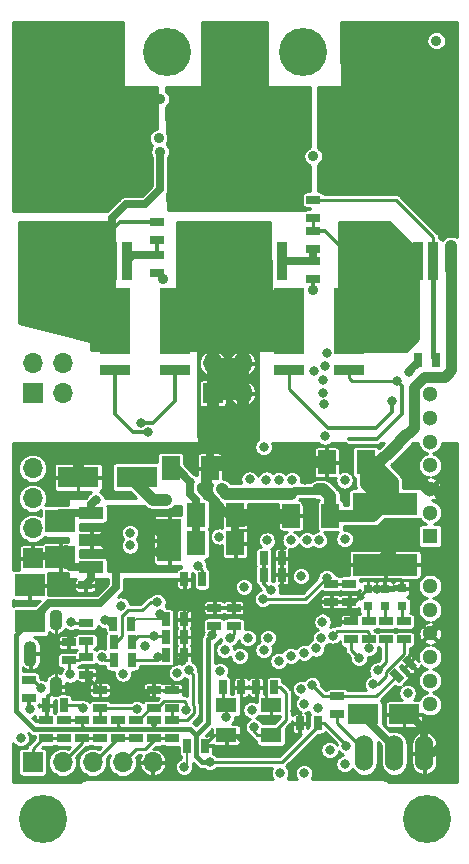
<source format=gbl>
G04 #@! TF.GenerationSoftware,KiCad,Pcbnew,(5.1.2)-1*
G04 #@! TF.CreationDate,2021-03-05T10:29:45+00:00*
G04 #@! TF.ProjectId,BLDC_4,424c4443-5f34-42e6-9b69-6361645f7063,A*
G04 #@! TF.SameCoordinates,Original*
G04 #@! TF.FileFunction,Copper,L4,Bot*
G04 #@! TF.FilePolarity,Positive*
%FSLAX46Y46*%
G04 Gerber Fmt 4.6, Leading zero omitted, Abs format (unit mm)*
G04 Created by KiCad (PCBNEW (5.1.2)-1) date 2021-03-05 10:29:45*
%MOMM*%
%LPD*%
G04 APERTURE LIST*
%ADD10O,1.100000X2.200000*%
%ADD11O,1.100000X1.800000*%
%ADD12O,1.700000X1.700000*%
%ADD13R,1.700000X1.700000*%
%ADD14R,3.500120X1.800860*%
%ADD15C,1.300480*%
%ADD16R,2.540000X5.588000*%
%ADD17R,2.540000X0.889000*%
%ADD18R,2.540000X1.699260*%
%ADD19R,1.800860X1.198880*%
%ADD20O,1.524000X3.048000*%
%ADD21C,4.064000*%
%ADD22R,2.499360X1.950720*%
%ADD23R,5.499100X1.849120*%
%ADD24R,0.797560X0.797560*%
%ADD25R,10.800080X8.150860*%
%ADD26R,0.899160X3.200400*%
%ADD27R,1.524000X2.032000*%
%ADD28R,1.143000X0.635000*%
%ADD29R,0.635000X1.143000*%
%ADD30R,2.032000X3.657600*%
%ADD31R,2.032000X1.016000*%
%ADD32R,1.300000X1.300000*%
%ADD33C,1.300000*%
%ADD34C,0.635000*%
%ADD35C,0.150000*%
%ADD36C,0.800000*%
%ADD37C,0.889000*%
%ADD38C,1.524000*%
%ADD39C,0.635000*%
%ADD40C,0.304800*%
%ADD41C,0.254000*%
%ADD42C,1.016000*%
%ADD43C,0.508000*%
%ADD44C,1.270000*%
%ADD45C,0.203200*%
%ADD46C,0.889000*%
%ADD47C,0.406400*%
%ADD48C,2.286000*%
G04 APERTURE END LIST*
D10*
X80463500Y-127958500D03*
D11*
X82613500Y-130758500D03*
X82613500Y-125158500D03*
D12*
X90805000Y-137160000D03*
X88265000Y-137160000D03*
X85725000Y-137160000D03*
X83185000Y-137160000D03*
D13*
X80645000Y-137160000D03*
X80645000Y-119888000D03*
D12*
X80645000Y-117348000D03*
X80645000Y-114808000D03*
X80645000Y-112268000D03*
D13*
X80645000Y-105918000D03*
D12*
X83185000Y-105918000D03*
X80645000Y-103378000D03*
X83185000Y-103378000D03*
D13*
X95885000Y-105918000D03*
D12*
X98425000Y-105918000D03*
X95885000Y-103378000D03*
X98425000Y-103378000D03*
D13*
X108331000Y-78105000D03*
D12*
X110871000Y-78105000D03*
X108331000Y-75565000D03*
X110871000Y-75565000D03*
D13*
X83820000Y-78105000D03*
D12*
X86360000Y-78105000D03*
X83820000Y-75565000D03*
X86360000Y-75565000D03*
X98933000Y-75565000D03*
X96393000Y-75565000D03*
X98933000Y-78105000D03*
D13*
X96393000Y-78105000D03*
D14*
X89494360Y-113030000D03*
X84495640Y-113030000D03*
D15*
X114300000Y-126253240D03*
X114300000Y-128254760D03*
X114300000Y-130253740D03*
X114300000Y-132255260D03*
X114300000Y-124254260D03*
X114300000Y-122252740D03*
D16*
X102362000Y-99822000D03*
X107442000Y-99822000D03*
D17*
X102362000Y-103949500D03*
X107442000Y-103949500D03*
D16*
X87630000Y-99822000D03*
X92710000Y-99822000D03*
D17*
X87630000Y-103949500D03*
X92710000Y-103949500D03*
D18*
X108633260Y-133096000D03*
X112092740Y-133096000D03*
D19*
X97033080Y-134853680D03*
X97033080Y-132354320D03*
X100832920Y-132354320D03*
X100832920Y-134853680D03*
D20*
X108712000Y-136398000D03*
X111252000Y-136398000D03*
X113792000Y-136398000D03*
D21*
X92000000Y-77000000D03*
X103500000Y-77000000D03*
D22*
X80391000Y-125222000D03*
X80391000Y-122174000D03*
X83000000Y-116776000D03*
X83000000Y-119824000D03*
D23*
X110490000Y-120431560D03*
X110490000Y-115280440D03*
D24*
X111887000Y-123939300D03*
X111887000Y-122440700D03*
X110450000Y-123949300D03*
X110450000Y-122450700D03*
X109050000Y-123949300D03*
X109050000Y-122450700D03*
D25*
X110744000Y-84142580D03*
D26*
X114554000Y-94744540D03*
X113284000Y-94744540D03*
X112014000Y-94744540D03*
X109474000Y-94744540D03*
X108204000Y-94744540D03*
X106934000Y-94744540D03*
D25*
X97917000Y-84142580D03*
D26*
X101727000Y-94744540D03*
X100457000Y-94744540D03*
X99187000Y-94744540D03*
X96647000Y-94744540D03*
X95377000Y-94744540D03*
X94107000Y-94744540D03*
D25*
X84836000Y-84142580D03*
D26*
X88646000Y-94744540D03*
X87376000Y-94744540D03*
X86106000Y-94744540D03*
X83566000Y-94744540D03*
X82296000Y-94744540D03*
X81026000Y-94744540D03*
D21*
X114000000Y-142000000D03*
X81500000Y-142000000D03*
D27*
X102549000Y-116300000D03*
X105851000Y-116300000D03*
X105537000Y-111760000D03*
X108839000Y-111760000D03*
X92329000Y-112268000D03*
X95631000Y-112268000D03*
X94488000Y-116205000D03*
X97790000Y-116205000D03*
X94488000Y-118618000D03*
X97790000Y-118618000D03*
D28*
X85200000Y-125338000D03*
X85200000Y-126862000D03*
X85200000Y-129762000D03*
X85200000Y-128238000D03*
X106426000Y-131572000D03*
X106426000Y-133096000D03*
X80327500Y-130175000D03*
X80327500Y-131699000D03*
X83312000Y-135128000D03*
X83312000Y-133604000D03*
X86360000Y-135128000D03*
X86360000Y-133604000D03*
X89408000Y-135128000D03*
X89408000Y-133604000D03*
X92456000Y-135128000D03*
X92456000Y-133604000D03*
X90932000Y-135128000D03*
X90932000Y-133604000D03*
X87884000Y-135128000D03*
X87884000Y-133604000D03*
X84836000Y-135128000D03*
X84836000Y-133604000D03*
D29*
X93472000Y-121666000D03*
X94996000Y-121666000D03*
D28*
X109100000Y-125238000D03*
X109100000Y-126762000D03*
D29*
X87503000Y-128524000D03*
X89027000Y-128524000D03*
X93462000Y-128050000D03*
X91938000Y-128050000D03*
X87503000Y-127000000D03*
X89027000Y-127000000D03*
X93462000Y-126550000D03*
X91938000Y-126550000D03*
X114808000Y-103124000D03*
X113284000Y-103124000D03*
D28*
X104394000Y-91059000D03*
X104394000Y-89535000D03*
D29*
X87488000Y-125450000D03*
X89012000Y-125450000D03*
X93462000Y-125050000D03*
X91938000Y-125050000D03*
D28*
X104394000Y-94742000D03*
X104394000Y-96266000D03*
X104394000Y-92202000D03*
X104394000Y-93726000D03*
X112100000Y-125238000D03*
X112100000Y-126762000D03*
X110600000Y-125238000D03*
X110600000Y-126762000D03*
X91186000Y-94234000D03*
X91186000Y-95758000D03*
X91186000Y-91440000D03*
X91186000Y-92964000D03*
D29*
X83312000Y-132334000D03*
X81788000Y-132334000D03*
D30*
X92202000Y-118364000D03*
D31*
X85598000Y-118364000D03*
X85598000Y-116078000D03*
X85598000Y-120650000D03*
D32*
X114300000Y-118018560D03*
D33*
X114300000Y-114015520D03*
X114300000Y-116017040D03*
X114300000Y-112016540D03*
X114300000Y-110015020D03*
X114300000Y-108013500D03*
X114300000Y-106014520D03*
D29*
X100203000Y-119888000D03*
X101727000Y-119888000D03*
D28*
X107442000Y-123571000D03*
X107442000Y-122047000D03*
D29*
X101092000Y-130810000D03*
X99568000Y-130810000D03*
X95250000Y-135763000D03*
X93726000Y-135763000D03*
X103251000Y-133858000D03*
X104775000Y-133858000D03*
D28*
X85090000Y-123698000D03*
X85090000Y-122174000D03*
X105918000Y-123571000D03*
X105918000Y-122047000D03*
D29*
X100203000Y-121285000D03*
X101727000Y-121285000D03*
D28*
X97663000Y-125603000D03*
X97663000Y-124079000D03*
X107600000Y-126762000D03*
X107600000Y-125238000D03*
D29*
X96774000Y-130810000D03*
X98298000Y-130810000D03*
D28*
X96012000Y-124079000D03*
X96012000Y-125603000D03*
X86350000Y-132562000D03*
X86350000Y-131038000D03*
X90900000Y-132562000D03*
X90900000Y-131038000D03*
X92456000Y-132588000D03*
X92456000Y-131064000D03*
X81788000Y-133604000D03*
X81788000Y-135128000D03*
D34*
X112552815Y-128747185D03*
D35*
G36*
X112373210Y-128118567D02*
G01*
X113181433Y-128926790D01*
X112732420Y-129375803D01*
X111924197Y-128567580D01*
X112373210Y-128118567D01*
X112373210Y-128118567D01*
G37*
D34*
X111475185Y-129824815D03*
D35*
G36*
X111295580Y-129196197D02*
G01*
X112103803Y-130004420D01*
X111654790Y-130453433D01*
X110846567Y-129645210D01*
X111295580Y-129196197D01*
X111295580Y-129196197D01*
G37*
D28*
X83693000Y-127000000D03*
X83693000Y-128524000D03*
D36*
X79629000Y-135128000D03*
X88900000Y-117729000D03*
X88900000Y-118800000D03*
X80391000Y-132651500D03*
X85979000Y-114935000D03*
X101473000Y-118237000D03*
X102870000Y-132842000D03*
X107817006Y-124617006D03*
D37*
X90551000Y-110490012D03*
D36*
X103759000Y-115189000D03*
X103709331Y-113221584D03*
X98512630Y-135586518D03*
X109782385Y-122455968D03*
X91823218Y-122684218D03*
X110871000Y-119380000D03*
X110871000Y-118364000D03*
X98552000Y-116840000D03*
X97028000Y-123063000D03*
X99314000Y-117475000D03*
X93321003Y-128553294D03*
X80600000Y-121900000D03*
X86300000Y-126200000D03*
X90255293Y-131671345D03*
X88138000Y-131699000D03*
X84455000Y-110871000D03*
D38*
X94615000Y-97917000D03*
X94615000Y-99441000D03*
D36*
X84928238Y-131104499D03*
D38*
X96139000Y-97917000D03*
X96139000Y-99441000D03*
X94615000Y-100965000D03*
X96139000Y-100965000D03*
D36*
X99187000Y-132731485D03*
X93472000Y-137541000D03*
X97028000Y-133350000D03*
X108286870Y-128330435D03*
X97350000Y-126600000D03*
X100831698Y-122555000D03*
X100132231Y-123334253D03*
X105537000Y-121539000D03*
X91948000Y-114935000D03*
X90805000Y-114935000D03*
X99374925Y-134191906D03*
X94615000Y-120523000D03*
X81343500Y-130873500D03*
X96901000Y-127635000D03*
X98171000Y-128143000D03*
X112394988Y-131318000D03*
X109135117Y-127485117D03*
X106044996Y-126432893D03*
X91200000Y-119400000D03*
X92850000Y-129600000D03*
X95631000Y-137160000D03*
X98552000Y-122301000D03*
X95850000Y-126400000D03*
X107200501Y-135762249D03*
X111049589Y-110692411D03*
X116078000Y-93472000D03*
X116078000Y-94488000D03*
X83900000Y-125300000D03*
X111125000Y-113411000D03*
X93980000Y-113411000D03*
X96647000Y-114046000D03*
X116100000Y-95458000D03*
X101600000Y-138085820D03*
X83820000Y-129730500D03*
X104310799Y-130643738D03*
X100203000Y-110490012D03*
D38*
X110744000Y-81026000D03*
X110744000Y-82804000D03*
X112522000Y-81026000D03*
X112522000Y-82804000D03*
X106934000Y-81026000D03*
X106934000Y-82804000D03*
X108966000Y-81026000D03*
X108966000Y-82804000D03*
X106934000Y-84582000D03*
X108966000Y-84582000D03*
X110744000Y-84582000D03*
X112522000Y-84582000D03*
D36*
X86741000Y-125095000D03*
D38*
X112776000Y-76835000D03*
X97536000Y-76962000D03*
D36*
X105410000Y-103632000D03*
X91200000Y-123600000D03*
D38*
X93980000Y-84836000D03*
X95758000Y-84836000D03*
X97790000Y-84836000D03*
X99822000Y-84836000D03*
X99822000Y-83058000D03*
X97790000Y-83058000D03*
X95758000Y-83058000D03*
X97790000Y-81280000D03*
X99822000Y-81280000D03*
X93980000Y-81280000D03*
X95758000Y-81280000D03*
X93980000Y-83058000D03*
D36*
X104500000Y-104000266D03*
X86500000Y-128267478D03*
D38*
X81026000Y-85090000D03*
X82804000Y-85090000D03*
X84582000Y-85090000D03*
X86360000Y-85090000D03*
X86360000Y-83312000D03*
X84582000Y-83312000D03*
X82804000Y-83312000D03*
X81026000Y-83312000D03*
X81026000Y-81280000D03*
X82804000Y-81280000D03*
X84582000Y-81280000D03*
X86360000Y-81280000D03*
D37*
X91440000Y-81026000D03*
D38*
X81153000Y-76708000D03*
D36*
X101473000Y-113284000D03*
D37*
X108077000Y-101600000D03*
D36*
X105291353Y-106846343D03*
D37*
X91440000Y-85471000D03*
D36*
X91300000Y-128250000D03*
X107061000Y-137287000D03*
X90932000Y-126492000D03*
X105792150Y-136142850D03*
D37*
X114808000Y-76073000D03*
D36*
X99012291Y-113211397D03*
X112483130Y-104116822D03*
X100441730Y-113235361D03*
X91440000Y-124587000D03*
X103632000Y-138085820D03*
X105537509Y-102507217D03*
D37*
X104394000Y-85852000D03*
X104394000Y-97155000D03*
D36*
X102596601Y-113245201D03*
X107051383Y-113293617D03*
D37*
X91313000Y-84328000D03*
D36*
X105383273Y-109569220D03*
D37*
X91694000Y-96266000D03*
D36*
X105264351Y-105868904D03*
X90424000Y-109220000D03*
X105266323Y-104825601D03*
X89789000Y-108458000D03*
X111506000Y-104902000D03*
X111029780Y-106546698D03*
X100505015Y-118375283D03*
X105181969Y-125258511D03*
X105090994Y-126647361D03*
X107061000Y-118237000D03*
X104643484Y-127516758D03*
X104902000Y-118364000D03*
X103885996Y-118364000D03*
X103632000Y-127889000D03*
X100203000Y-127635000D03*
X102489000Y-118364000D03*
X96450000Y-118050000D03*
X96520000Y-129413000D03*
X100584000Y-126619000D03*
X103378000Y-121412000D03*
X90200000Y-127300000D03*
X98850000Y-126650000D03*
X93859398Y-129369533D03*
X93605312Y-132700000D03*
X89453446Y-132677426D03*
X88100000Y-123900000D03*
X88292526Y-129652290D03*
X109474000Y-130556000D03*
X109849234Y-129387867D03*
X84900000Y-132600000D03*
X104775000Y-132588000D03*
X101473000Y-128578582D03*
X103377992Y-130937000D03*
X103632000Y-132207000D03*
X102489000Y-128156220D03*
D39*
X85598000Y-116078000D02*
X83698000Y-116078000D01*
X83698000Y-116078000D02*
X83000000Y-116776000D01*
X85598000Y-116078000D02*
X82922000Y-116078000D01*
X111252000Y-135890000D02*
X111252000Y-136398000D01*
X108633260Y-133271260D02*
X111252000Y-135890000D01*
X108633260Y-133096000D02*
X108633260Y-133271260D01*
X85598000Y-115316000D02*
X85979000Y-114935000D01*
X85598000Y-116078000D02*
X85598000Y-115316000D01*
X85598000Y-116078000D02*
X84709000Y-116078000D01*
D40*
X80327500Y-132588000D02*
X80391000Y-132651500D01*
X80327500Y-131699000D02*
X80327500Y-132588000D01*
X101727000Y-119888000D02*
X101727000Y-118491000D01*
X101727000Y-118491000D02*
X101473000Y-118237000D01*
X101727000Y-121285000D02*
X101727000Y-119888000D01*
D41*
X103060500Y-132842000D02*
X102870000Y-132842000D01*
X103251000Y-133032500D02*
X103060500Y-132842000D01*
X103251000Y-133858000D02*
X103251000Y-133032500D01*
D40*
X107442000Y-124242000D02*
X107817006Y-124617006D01*
X107442000Y-123571000D02*
X107442000Y-124242000D01*
D39*
X107817006Y-125182691D02*
X107817006Y-124617006D01*
X107761697Y-125238000D02*
X107817006Y-125182691D01*
X107600000Y-125238000D02*
X107761697Y-125238000D01*
D40*
X95631000Y-110744000D02*
X95377012Y-110490012D01*
X91179617Y-110490012D02*
X90551000Y-110490012D01*
X95377012Y-110490012D02*
X91179617Y-110490012D01*
D39*
X103709331Y-112655899D02*
X103709331Y-113221584D01*
X103124000Y-111760000D02*
X103709331Y-112345331D01*
X103709331Y-112345331D02*
X103709331Y-112655899D01*
X95631000Y-112268000D02*
X95250000Y-112649000D01*
X95250000Y-112649000D02*
X95250000Y-114300000D01*
X95250000Y-114300000D02*
X97155000Y-116205000D01*
X97155000Y-116205000D02*
X97790000Y-116205000D01*
X95631000Y-110744000D02*
X95631000Y-110236000D01*
X95631000Y-110236000D02*
X97536000Y-108331000D01*
X115697000Y-124856240D02*
X115697000Y-135255000D01*
D42*
X114157760Y-114030760D02*
X114300000Y-114030760D01*
D39*
X115697000Y-114808000D02*
X115697000Y-124856240D01*
X114919760Y-114030760D02*
X115697000Y-114808000D01*
X114300000Y-114030760D02*
X114919760Y-114030760D01*
X114554000Y-136398000D02*
X113792000Y-136398000D01*
X115697000Y-135255000D02*
X114554000Y-136398000D01*
D41*
X112552815Y-128000425D02*
X114300000Y-126253240D01*
X112552815Y-128747185D02*
X112552815Y-128000425D01*
X97033080Y-134853680D02*
X97779792Y-134853680D01*
X97779792Y-134853680D02*
X98512630Y-135586518D01*
X83601000Y-126838000D02*
X84239000Y-126200000D01*
X84239000Y-126200000D02*
X86300000Y-126200000D01*
X83700000Y-126838000D02*
X83601000Y-126838000D01*
D40*
X109050000Y-122450700D02*
X109782385Y-122455968D01*
X109782385Y-122455968D02*
X110440000Y-122460700D01*
D41*
X102549000Y-116300000D02*
X102549000Y-116201000D01*
X99568000Y-130810000D02*
X100310000Y-130810000D01*
X100400000Y-130900000D02*
X100400000Y-131921400D01*
X100310000Y-130810000D02*
X100400000Y-130900000D01*
X100400000Y-131921400D02*
X100832920Y-132354320D01*
X98298000Y-130810000D02*
X98298000Y-130252000D01*
D39*
X80450000Y-119728280D02*
X82904280Y-119728280D01*
X82904280Y-119728280D02*
X83000000Y-119824000D01*
D41*
X92841436Y-121666000D02*
X91823218Y-122684218D01*
X93472000Y-121666000D02*
X92841436Y-121666000D01*
D39*
X85598000Y-120650000D02*
X83826000Y-120650000D01*
X83826000Y-120650000D02*
X83000000Y-119824000D01*
X83439000Y-120500000D02*
X83439000Y-119126000D01*
D42*
X110871000Y-118364000D02*
X110871000Y-119380000D01*
X110871000Y-119380000D02*
X110490000Y-119761000D01*
X110490000Y-120431560D02*
X110490000Y-119761000D01*
X105537000Y-111760000D02*
X103124000Y-111760000D01*
X103124000Y-111760000D02*
X96139000Y-111760000D01*
X96139000Y-111760000D02*
X95631000Y-112268000D01*
X112268000Y-111633000D02*
X112268000Y-112141000D01*
X112268000Y-112141000D02*
X114157760Y-114030760D01*
D39*
X97790000Y-117475000D02*
X97790000Y-118618000D01*
X97790000Y-116205000D02*
X97790000Y-117475000D01*
X97917000Y-116205000D02*
X98552000Y-116840000D01*
X97790000Y-116205000D02*
X97917000Y-116205000D01*
X115697000Y-124856240D02*
X114300000Y-126253240D01*
D41*
X93462000Y-128050000D02*
X93462000Y-126550000D01*
X93462000Y-126550000D02*
X93462000Y-125050000D01*
X98298000Y-130810000D02*
X99568000Y-130810000D01*
X107442000Y-123571000D02*
X105918000Y-123571000D01*
X113030000Y-124983240D02*
X114300000Y-126253240D01*
X113030000Y-122809000D02*
X113030000Y-124983240D01*
X112661700Y-122440700D02*
X113030000Y-122809000D01*
X111887000Y-122440700D02*
X112661700Y-122440700D01*
D39*
X85598000Y-121666000D02*
X85090000Y-122174000D01*
X85598000Y-120650000D02*
X85598000Y-121666000D01*
D41*
X96012000Y-124079000D02*
X97663000Y-124079000D01*
X93472000Y-121666000D02*
X93462000Y-125050000D01*
X97663000Y-123698000D02*
X97028000Y-123063000D01*
X97663000Y-124079000D02*
X97663000Y-123698000D01*
X99314000Y-117475000D02*
X97790000Y-117475000D01*
X97155000Y-119253000D02*
X97790000Y-118618000D01*
X97663000Y-124079000D02*
X98044000Y-124079000D01*
D43*
X110450000Y-122450700D02*
X111887000Y-122440700D01*
D41*
X81661000Y-133477000D02*
X81788000Y-133604000D01*
X103251000Y-134747000D02*
X101981000Y-136017000D01*
X101981000Y-136017000D02*
X98933000Y-136017000D01*
X98933000Y-136017000D02*
X98298000Y-135382000D01*
X98298000Y-135382000D02*
X98298000Y-130810000D01*
X103251000Y-133858000D02*
X103251000Y-134747000D01*
D44*
X97885000Y-116300000D02*
X97790000Y-116205000D01*
X102549000Y-116300000D02*
X97885000Y-116300000D01*
D39*
X95631000Y-110744000D02*
X95631000Y-112268000D01*
D41*
X93462000Y-128050000D02*
X93490858Y-128078858D01*
X93490858Y-128078858D02*
X93490858Y-128383439D01*
X93490858Y-128383439D02*
X93321003Y-128553294D01*
D45*
X93462000Y-124796000D02*
X93462000Y-125050000D01*
X94179000Y-124079000D02*
X93462000Y-124796000D01*
X96012000Y-124079000D02*
X94179000Y-124079000D01*
D44*
X80600000Y-122076000D02*
X80550000Y-122126000D01*
X80600000Y-121900000D02*
X80600000Y-122076000D01*
D41*
X85200000Y-129888000D02*
X86350000Y-131038000D01*
X85200000Y-129762000D02*
X85200000Y-129888000D01*
X92430000Y-131038000D02*
X92456000Y-131064000D01*
X90900000Y-131038000D02*
X92430000Y-131038000D01*
X90810500Y-131699000D02*
X88138000Y-131699000D01*
X90900000Y-131609500D02*
X90838155Y-131671345D01*
X90838155Y-131671345D02*
X90255293Y-131671345D01*
X90900000Y-131038000D02*
X90900000Y-131609500D01*
X90900000Y-131609500D02*
X90810500Y-131699000D01*
X86350000Y-131038000D02*
X87477000Y-131038000D01*
X87477000Y-131038000D02*
X88138000Y-131699000D01*
D40*
X110440000Y-122460700D02*
X110450000Y-122450700D01*
X107929700Y-123571000D02*
X109050000Y-122450700D01*
X107442000Y-123571000D02*
X107929700Y-123571000D01*
D39*
X100457000Y-94744540D02*
X99187000Y-94744540D01*
D41*
X95374460Y-94742000D02*
X95377000Y-94742000D01*
X95377000Y-94744540D02*
X95374460Y-94742000D01*
X94107000Y-94744540D02*
X95377000Y-94744540D01*
X96032320Y-134853680D02*
X97033080Y-134853680D01*
X95250000Y-135636000D02*
X96032320Y-134853680D01*
X95250000Y-135763000D02*
X95250000Y-135636000D01*
D39*
X113792000Y-134366000D02*
X113792000Y-136398000D01*
X112522000Y-133096000D02*
X113792000Y-134366000D01*
X112092740Y-133096000D02*
X112522000Y-133096000D01*
D41*
X86283501Y-131104499D02*
X86350000Y-131038000D01*
X84994737Y-131038000D02*
X84928238Y-131104499D01*
X81788000Y-131699000D02*
X81788000Y-132334000D01*
X84714737Y-131318000D02*
X84928238Y-131104499D01*
X82169000Y-131318000D02*
X84714737Y-131318000D01*
X81788000Y-131699000D02*
X82169000Y-131318000D01*
X86350000Y-131038000D02*
X84994737Y-131038000D01*
X81788000Y-132334000D02*
X81788000Y-133604000D01*
D42*
X96647000Y-94744540D02*
X96647000Y-95631000D01*
X84495640Y-113284000D02*
X84495640Y-113243360D01*
D39*
X85725000Y-113030000D02*
X84495640Y-113030000D01*
X85852000Y-113284000D02*
X84495640Y-113284000D01*
D40*
X94615000Y-102042630D02*
X94869000Y-102296630D01*
X94615000Y-100965000D02*
X94615000Y-102042630D01*
D46*
X84455000Y-112989360D02*
X84495640Y-113030000D01*
X84455000Y-110871000D02*
X84455000Y-112989360D01*
X96647000Y-97409000D02*
X96139000Y-97917000D01*
X96647000Y-94744540D02*
X96647000Y-97409000D01*
X95377000Y-97155000D02*
X96139000Y-97917000D01*
X95377000Y-94744540D02*
X95377000Y-97155000D01*
X94107000Y-97409000D02*
X94615000Y-97917000D01*
X94107000Y-94744540D02*
X94107000Y-97409000D01*
X99187000Y-94744540D02*
X99187000Y-97726500D01*
X99187000Y-97726500D02*
X99695000Y-98234500D01*
X100457000Y-94744540D02*
X100457000Y-98361500D01*
D40*
X94742000Y-102296630D02*
X94742000Y-109601000D01*
D46*
X95885000Y-103378000D02*
X98425000Y-105918000D01*
X98425000Y-103378000D02*
X95885000Y-105918000D01*
D45*
X93472000Y-137541000D02*
X93726000Y-137287000D01*
X93726000Y-137287000D02*
X93726000Y-135763000D01*
D41*
X96774000Y-132095240D02*
X97033080Y-132354320D01*
X96774000Y-130810000D02*
X96774000Y-132095240D01*
X97028000Y-132359400D02*
X97033080Y-132354320D01*
X97028000Y-133350000D02*
X97028000Y-132359400D01*
X107600000Y-126762000D02*
X107600000Y-127643565D01*
X107886871Y-127930436D02*
X108286870Y-128330435D01*
X107600000Y-127643565D02*
X107886871Y-127930436D01*
X97350000Y-126600000D02*
X97663000Y-126287000D01*
X97663000Y-126287000D02*
X97663000Y-125603000D01*
D40*
X100203000Y-119888000D02*
X100203000Y-121285000D01*
X100831698Y-122555000D02*
X100711000Y-122555000D01*
X100711000Y-122555000D02*
X100203000Y-122047000D01*
X100203000Y-122047000D02*
X100203000Y-121285000D01*
D41*
X105537000Y-121539000D02*
X103741747Y-123334253D01*
X100697916Y-123334253D02*
X100132231Y-123334253D01*
X103741747Y-123334253D02*
X100697916Y-123334253D01*
X105918000Y-122047000D02*
X107442000Y-122047000D01*
X105537000Y-121539000D02*
X105918000Y-121920000D01*
X105918000Y-121920000D02*
X105918000Y-122047000D01*
D42*
X89494360Y-113030000D02*
X89494360Y-113624360D01*
X89494360Y-113624360D02*
X90805000Y-114935000D01*
X90805000Y-114935000D02*
X91948000Y-114935000D01*
D41*
X99678490Y-134853680D02*
X99374925Y-134550115D01*
X100832920Y-134853680D02*
X99678490Y-134853680D01*
X99374925Y-134550115D02*
X99374925Y-134191906D01*
X101600000Y-130810000D02*
X102108000Y-131318000D01*
X102108000Y-133578600D02*
X100832920Y-134853680D01*
X102108000Y-131318000D02*
X102108000Y-133578600D01*
X101092000Y-130810000D02*
X101600000Y-130810000D01*
X111887000Y-125025000D02*
X112100000Y-125238000D01*
X111887000Y-123939300D02*
X111887000Y-125025000D01*
X110450000Y-123949300D02*
X110450000Y-125088000D01*
X110450000Y-125088000D02*
X110600000Y-125238000D01*
X108712000Y-136144000D02*
X108712000Y-136398000D01*
X106426000Y-133858000D02*
X108712000Y-136144000D01*
X106426000Y-133096000D02*
X106426000Y-133858000D01*
X104394000Y-89535000D02*
X111379000Y-89535000D01*
X114554000Y-92710000D02*
X114554000Y-94744540D01*
X111379000Y-89535000D02*
X114554000Y-92710000D01*
D47*
X114554000Y-102870000D02*
X114808000Y-103124000D01*
X114554000Y-100586540D02*
X114554000Y-102870000D01*
X114554000Y-100586540D02*
X114554000Y-94744540D01*
D39*
X104394000Y-93726000D02*
X104394000Y-94742000D01*
X101729540Y-94742000D02*
X101727000Y-94744540D01*
X104394000Y-94742000D02*
X101729540Y-94742000D01*
D40*
X91186000Y-92964000D02*
X91186000Y-94234000D01*
D39*
X89156540Y-94234000D02*
X88646000Y-94744540D01*
X91186000Y-94234000D02*
X89156540Y-94234000D01*
D41*
X94615000Y-120523000D02*
X94996000Y-120904000D01*
X94996000Y-120904000D02*
X94996000Y-121666000D01*
D40*
X80645000Y-130175000D02*
X81343500Y-130873500D01*
X80327500Y-130175000D02*
X80645000Y-130175000D01*
D41*
X106444995Y-126032894D02*
X106044996Y-126432893D01*
X108942394Y-126032894D02*
X106444995Y-126032894D01*
X109100000Y-126762000D02*
X109100000Y-126190500D01*
X109100000Y-126190500D02*
X108942394Y-126032894D01*
X95631000Y-137160000D02*
X101727000Y-137160000D01*
X101727000Y-137160000D02*
X104775000Y-134112000D01*
X104775000Y-134112000D02*
X104775000Y-133858000D01*
D43*
X90932000Y-133604000D02*
X90932000Y-134039000D01*
D39*
X92202000Y-118364000D02*
X92202000Y-118398000D01*
X92202000Y-118398000D02*
X91200000Y-119400000D01*
X85090000Y-123698000D02*
X82026000Y-123698000D01*
X87695500Y-119695500D02*
X86364000Y-118364000D01*
X86364000Y-118364000D02*
X85598000Y-118364000D01*
D41*
X87884000Y-134112000D02*
X87884000Y-133604000D01*
X90932000Y-133404000D02*
X90932000Y-134039000D01*
X84836000Y-134112000D02*
X84836000Y-133604000D01*
X83312000Y-133604000D02*
X84836000Y-133604000D01*
X96012000Y-125603000D02*
X95977000Y-126273000D01*
D42*
X88400000Y-116500000D02*
X90338000Y-116500000D01*
X90338000Y-116500000D02*
X92202000Y-118364000D01*
X86536000Y-118364000D02*
X88400000Y-116500000D01*
X85598000Y-118364000D02*
X86536000Y-118364000D01*
D47*
X95631000Y-137160000D02*
X94996000Y-137160000D01*
D41*
X95977000Y-126273000D02*
X95850000Y-126400000D01*
D47*
X94996000Y-137160000D02*
X94488000Y-136652000D01*
D41*
X88138000Y-134366000D02*
X87884000Y-134112000D01*
D47*
X88138000Y-134366000D02*
X85090000Y-134366000D01*
D41*
X85090000Y-134366000D02*
X84836000Y-134112000D01*
D47*
X94488000Y-136652000D02*
X94488000Y-134874000D01*
X94488000Y-134874000D02*
X93980000Y-134366000D01*
D41*
X90805000Y-134366000D02*
X88138000Y-134366000D01*
D47*
X90932000Y-134366000D02*
X90805000Y-134366000D01*
X93980000Y-134366000D02*
X90932000Y-134366000D01*
X90932000Y-134366000D02*
X88138000Y-134366000D01*
D41*
X90932000Y-134039000D02*
X90805000Y-134366000D01*
D43*
X80264000Y-125460000D02*
X80550000Y-125174000D01*
D39*
X82026000Y-123698000D02*
X80550000Y-125174000D01*
D47*
X95485001Y-133876999D02*
X95485001Y-126764999D01*
X94488000Y-134874000D02*
X95485001Y-133876999D01*
X95485001Y-126764999D02*
X95850000Y-126400000D01*
D41*
X105346500Y-133858000D02*
X107200501Y-135712001D01*
X107200501Y-135712001D02*
X107200501Y-135762249D01*
X104775000Y-133858000D02*
X105346500Y-133858000D01*
D39*
X87695500Y-122362500D02*
X86360000Y-123698000D01*
X86360000Y-123698000D02*
X85090000Y-123698000D01*
X87695500Y-119695500D02*
X87695500Y-122362500D01*
D40*
X80391000Y-125222000D02*
X80391000Y-125285500D01*
D47*
X79248000Y-126365000D02*
X80391000Y-125222000D01*
X79248000Y-132842000D02*
X79248000Y-126365000D01*
X85090000Y-134366000D02*
X80772000Y-134366000D01*
X80772000Y-134366000D02*
X79248000Y-132842000D01*
D42*
X111049589Y-110692411D02*
X112268000Y-109474000D01*
X109982000Y-111760000D02*
X111049589Y-110692411D01*
X110236000Y-113665000D02*
X110490000Y-113919000D01*
X110490000Y-113919000D02*
X110490000Y-115280440D01*
X108839000Y-112268000D02*
X110236000Y-113665000D01*
X108839000Y-111760000D02*
X108839000Y-112268000D01*
X111125000Y-113411000D02*
X109982000Y-112268000D01*
X109982000Y-112268000D02*
X109982000Y-111760000D01*
X116078000Y-94488000D02*
X116078000Y-93472000D01*
X116100000Y-95458000D02*
X116100000Y-94510000D01*
X116100000Y-94510000D02*
X116078000Y-94488000D01*
D46*
X116100000Y-101300000D02*
X116100000Y-103991000D01*
X116100000Y-103991000D02*
X115570000Y-104521000D01*
X115570000Y-104521000D02*
X113792000Y-104521000D01*
X113792000Y-104521000D02*
X112903000Y-105410000D01*
X112903000Y-105410000D02*
X112903000Y-108839000D01*
D42*
X108839000Y-111760000D02*
X109982000Y-111760000D01*
D39*
X102616000Y-114427000D02*
X102870000Y-114173000D01*
X102870000Y-114173000D02*
X104656699Y-114173000D01*
X104656699Y-114173000D02*
X104775000Y-114054699D01*
X94488000Y-116205000D02*
X94488000Y-114935000D01*
X94488000Y-114935000D02*
X93980000Y-114427000D01*
X93980000Y-114427000D02*
X93980000Y-113411000D01*
D42*
X104775000Y-114054699D02*
X105256699Y-114054699D01*
X105256699Y-114054699D02*
X105851000Y-114649000D01*
X105851000Y-114649000D02*
X105851000Y-116300000D01*
X102489000Y-114445999D02*
X97046999Y-114445999D01*
X97046999Y-114445999D02*
X96647000Y-114046000D01*
D39*
X105851000Y-114649000D02*
X105851000Y-116300000D01*
X96647000Y-114046000D02*
X97046999Y-114445999D01*
X105256699Y-114054699D02*
X105851000Y-114649000D01*
D41*
X83900000Y-125300000D02*
X83938000Y-125338000D01*
X83938000Y-125338000D02*
X85200000Y-125338000D01*
D42*
X111125000Y-113411000D02*
X111125000Y-114645440D01*
X111125000Y-114645440D02*
X110490000Y-115280440D01*
X111201198Y-114569242D02*
X110490000Y-115280440D01*
D39*
X92837000Y-112268000D02*
X92329000Y-112268000D01*
D42*
X108839000Y-111760000D02*
X108839000Y-113629440D01*
X108839000Y-113629440D02*
X110490000Y-115280440D01*
X105851000Y-116300000D02*
X109470440Y-116300000D01*
X109470440Y-116300000D02*
X110490000Y-115280440D01*
D39*
X94488000Y-116205000D02*
X94488000Y-118618000D01*
X93980000Y-113411000D02*
X92837000Y-112268000D01*
D46*
X112903000Y-108839000D02*
X112268000Y-109474000D01*
X116100000Y-101300000D02*
X116100000Y-95458000D01*
D41*
X85200000Y-126862000D02*
X85200000Y-128238000D01*
X84582000Y-128524000D02*
X83693000Y-128524000D01*
X84868000Y-128238000D02*
X84582000Y-128524000D01*
X85200000Y-128238000D02*
X84868000Y-128238000D01*
X83693000Y-129603500D02*
X83820000Y-129730500D01*
X83693000Y-128524000D02*
X83693000Y-129603500D01*
X104710798Y-131043737D02*
X104310799Y-130643738D01*
X106426000Y-131572000D02*
X105239061Y-131572000D01*
X105239061Y-131572000D02*
X104710798Y-131043737D01*
X109728000Y-131572000D02*
X107251500Y-131572000D01*
X107251500Y-131572000D02*
X106426000Y-131572000D01*
X111475185Y-129824815D02*
X109728000Y-131572000D01*
D39*
X110744000Y-81026000D02*
X110744000Y-82804000D01*
X112268000Y-82550000D02*
X112522000Y-81026000D01*
X112522000Y-82804000D02*
X112268000Y-82550000D01*
X106934000Y-81026000D02*
X106680000Y-81280000D01*
X106680000Y-81280000D02*
X106934000Y-82804000D01*
X109220000Y-82550000D02*
X108966000Y-81026000D01*
X108966000Y-82804000D02*
X109220000Y-82550000D01*
X106934000Y-84582000D02*
X108966000Y-84582000D01*
X110744000Y-84582000D02*
X112522000Y-84582000D01*
D41*
X87122000Y-125476000D02*
X86741000Y-125095000D01*
X87488000Y-125450000D02*
X87122000Y-125476000D01*
D45*
X107696000Y-75692000D02*
X109474000Y-75692000D01*
D41*
X88250000Y-126450000D02*
X88250000Y-124733665D01*
X89934315Y-124300000D02*
X88724358Y-124300000D01*
X88724358Y-124300000D02*
X88290693Y-124733665D01*
X88290693Y-124733665D02*
X88250000Y-124733665D01*
X91200000Y-123600000D02*
X90634315Y-123600000D01*
X90634315Y-123600000D02*
X89934315Y-124300000D01*
X87700000Y-127000000D02*
X88250000Y-126450000D01*
D39*
X93980000Y-84836000D02*
X97917000Y-84396580D01*
X96012000Y-84582000D02*
X95758000Y-84836000D01*
X97790000Y-84836000D02*
X96012000Y-84582000D01*
X99822000Y-83058000D02*
X99822000Y-84836000D01*
X95758000Y-83058000D02*
X97790000Y-83058000D01*
X95054420Y-81280000D02*
X93980000Y-81280000D01*
X97917000Y-84396580D02*
X95054420Y-81280000D01*
X95758000Y-81280000D02*
X94234000Y-81280000D01*
X94234000Y-81280000D02*
X93980000Y-83058000D01*
X99822000Y-81280000D02*
X97790000Y-81280000D01*
D41*
X87503000Y-127000000D02*
X87700000Y-127000000D01*
D45*
X99441000Y-75692000D02*
X97790000Y-75692000D01*
D41*
X86756522Y-128524000D02*
X87503000Y-128524000D01*
X86756522Y-128524000D02*
X86500000Y-128267478D01*
D43*
X81026000Y-83820000D02*
X84836000Y-84142580D01*
X80772000Y-84074000D02*
X81026000Y-83820000D01*
X81026000Y-85090000D02*
X80772000Y-84074000D01*
X83058000Y-85344000D02*
X82804000Y-85090000D01*
X84582000Y-85090000D02*
X83058000Y-85344000D01*
X86360000Y-83312000D02*
X86360000Y-85090000D01*
X82804000Y-83312000D02*
X84582000Y-83312000D01*
X81026000Y-81280000D02*
X81026000Y-83312000D01*
X84582000Y-81280000D02*
X82804000Y-81280000D01*
X86614000Y-82364580D02*
X86360000Y-81280000D01*
X84836000Y-84142580D02*
X86614000Y-82364580D01*
D45*
X86868000Y-75692000D02*
X85090000Y-75692000D01*
D41*
X104394000Y-91059000D02*
X104394000Y-92202000D01*
D48*
X109474000Y-94744540D02*
X112014000Y-94744540D01*
X108204000Y-94744540D02*
X109474000Y-94744540D01*
X108140500Y-94808040D02*
X108204000Y-94744540D01*
D40*
X105410000Y-92202000D02*
X106934000Y-93726000D01*
X106934000Y-93726000D02*
X106934000Y-94744540D01*
X104394000Y-92202000D02*
X105410000Y-92202000D01*
D39*
X113284000Y-94744540D02*
X113284000Y-95504000D01*
D48*
X112014000Y-94744540D02*
X111750814Y-94744540D01*
D43*
X112649000Y-95885000D02*
X112649000Y-95379540D01*
X112649000Y-95379540D02*
X112014000Y-94744540D01*
X113284000Y-95250000D02*
X112649000Y-95885000D01*
X113284000Y-94744540D02*
X113284000Y-95250000D01*
D40*
X88011000Y-91440000D02*
X91186000Y-91440000D01*
X87376000Y-92075000D02*
X88011000Y-91440000D01*
X87376000Y-94744540D02*
X87376000Y-92075000D01*
D39*
X87376000Y-91059000D02*
X87376000Y-94744540D01*
X88519000Y-89916000D02*
X87376000Y-91059000D01*
X90170000Y-89916000D02*
X88519000Y-89916000D01*
X91440000Y-88646000D02*
X90170000Y-89916000D01*
X91440000Y-85471000D02*
X91440000Y-88646000D01*
X87376000Y-96901000D02*
X87376000Y-94744540D01*
D41*
X91300000Y-128250000D02*
X91938000Y-128050000D01*
X91026000Y-128524000D02*
X91300000Y-128250000D01*
X89027000Y-128524000D02*
X91026000Y-128524000D01*
X89535000Y-126492000D02*
X90932000Y-126492000D01*
X89027000Y-127000000D02*
X89535000Y-126492000D01*
X91880000Y-126492000D02*
X91938000Y-126550000D01*
X90932000Y-126492000D02*
X91880000Y-126492000D01*
D39*
X113284000Y-103124000D02*
X113284000Y-103315952D01*
X112883129Y-103716823D02*
X112483130Y-104116822D01*
X113284000Y-103315952D02*
X112883129Y-103716823D01*
D41*
X91938000Y-124669000D02*
X91938000Y-125050000D01*
X91440000Y-124587000D02*
X91938000Y-124669000D01*
D45*
X89412000Y-125050000D02*
X89012000Y-125450000D01*
X91938000Y-125050000D02*
X89412000Y-125050000D01*
D40*
X104394000Y-96266000D02*
X104394000Y-97155000D01*
X91186000Y-95758000D02*
X91440000Y-95813712D01*
X91186000Y-95758000D02*
X91694000Y-96266000D01*
X89154000Y-109220000D02*
X87630000Y-107696000D01*
X90424000Y-109220000D02*
X89154000Y-109220000D01*
X87630000Y-107696000D02*
X87630000Y-103949500D01*
X89789000Y-108458000D02*
X90805000Y-108458000D01*
X92710000Y-106553000D02*
X92710000Y-103949500D01*
X90805000Y-108458000D02*
X92710000Y-106553000D01*
X107442000Y-109791500D02*
X109791500Y-109791500D01*
X109791500Y-109791500D02*
X111905999Y-107677001D01*
X111905999Y-107677001D02*
X111905999Y-105301999D01*
X111905999Y-105301999D02*
X111506000Y-104902000D01*
D41*
X107442000Y-104648000D02*
X107442000Y-103949500D01*
X107696000Y-104902000D02*
X107442000Y-104648000D01*
X111506000Y-104902000D02*
X107696000Y-104902000D01*
D40*
X109728000Y-108839000D02*
X111029780Y-107537220D01*
X111029780Y-107537220D02*
X111029780Y-106546698D01*
D41*
X106045000Y-108839000D02*
X105537000Y-108839000D01*
D40*
X106045000Y-108839000D02*
X109728000Y-108839000D01*
D41*
X102362000Y-105537000D02*
X102362000Y-103949500D01*
X105664000Y-108839000D02*
X102362000Y-105537000D01*
D40*
X105664000Y-108839000D02*
X106045000Y-108839000D01*
D41*
X81788000Y-135128000D02*
X83312000Y-135128000D01*
X80645000Y-136056000D02*
X80645000Y-137160000D01*
X80645000Y-136017000D02*
X80645000Y-136056000D01*
X81534000Y-135128000D02*
X80645000Y-136017000D01*
X81788000Y-135128000D02*
X81534000Y-135128000D01*
X92456000Y-132588000D02*
X92456000Y-133604000D01*
X94310113Y-133000713D02*
X93706826Y-133604000D01*
X94310113Y-132361695D02*
X94310113Y-133000713D01*
X94259397Y-132310979D02*
X94310113Y-132361695D01*
X94259397Y-129769532D02*
X94259397Y-132310979D01*
X93859398Y-129369533D02*
X94259397Y-129769532D01*
X93706826Y-133604000D02*
X92456000Y-133604000D01*
X91766000Y-131950000D02*
X93420997Y-131950000D01*
X91154000Y-132562000D02*
X91766000Y-131950000D01*
X90900000Y-132562000D02*
X91154000Y-132562000D01*
X93420997Y-131950000D02*
X93605312Y-132134315D01*
X93605312Y-132134315D02*
X93420997Y-131950000D01*
X93605312Y-132700000D02*
X93605312Y-132134315D01*
X90646000Y-132562000D02*
X89604000Y-133604000D01*
X89604000Y-133604000D02*
X89408000Y-133604000D01*
X90900000Y-132562000D02*
X90646000Y-132562000D01*
X86350000Y-132362000D02*
X86360000Y-133404000D01*
X89338020Y-132562000D02*
X89453446Y-132677426D01*
X86350000Y-132562000D02*
X89338020Y-132562000D01*
X109050000Y-123949300D02*
X109050000Y-125188000D01*
X109050000Y-125188000D02*
X109100000Y-125238000D01*
X86360000Y-135128000D02*
X84836000Y-135128000D01*
X84836000Y-135509000D02*
X83185000Y-137160000D01*
X84836000Y-135128000D02*
X84836000Y-135509000D01*
X86360000Y-136939240D02*
X86099240Y-137200000D01*
X87884000Y-135128000D02*
X89408000Y-135128000D01*
X85852000Y-137160000D02*
X87884000Y-135128000D01*
X85725000Y-137160000D02*
X85852000Y-137160000D01*
X87884000Y-136983240D02*
X88100760Y-137200000D01*
X92456000Y-135128000D02*
X90932000Y-135128000D01*
X90932000Y-135128000D02*
X90932000Y-135255000D01*
X90932000Y-135255000D02*
X90170000Y-136017000D01*
X89408000Y-136017000D02*
X88265000Y-137160000D01*
X90170000Y-136017000D02*
X89408000Y-136017000D01*
X112100000Y-126762000D02*
X112100000Y-127960708D01*
X112100000Y-127960708D02*
X110541757Y-129518951D01*
X110541757Y-129518951D02*
X110541757Y-129869243D01*
X110541757Y-129869243D02*
X109855000Y-130556000D01*
X109855000Y-130556000D02*
X109474000Y-130556000D01*
X110600000Y-126762000D02*
X110600000Y-128637101D01*
X110249233Y-128987868D02*
X109849234Y-129387867D01*
X110600000Y-128637101D02*
X110249233Y-128987868D01*
X84634000Y-132334000D02*
X84900000Y-132600000D01*
X83312000Y-132334000D02*
X84634000Y-132334000D01*
D47*
X114300000Y-110300000D02*
X114300000Y-110030260D01*
D41*
G36*
X80338618Y-134758801D02*
G01*
X80356910Y-134781090D01*
X80445866Y-134854094D01*
X80547355Y-134908341D01*
X80657477Y-134941746D01*
X80743308Y-134950200D01*
X80743317Y-134950200D01*
X80771999Y-134953025D01*
X80800681Y-134950200D01*
X80833657Y-134950200D01*
X80833657Y-135109923D01*
X80303435Y-135640145D01*
X80284052Y-135656052D01*
X80220571Y-135733405D01*
X80173399Y-135821658D01*
X80144351Y-135917416D01*
X80143392Y-135927157D01*
X79795000Y-135927157D01*
X79720311Y-135934513D01*
X79648492Y-135956299D01*
X79582304Y-135991678D01*
X79524289Y-136039289D01*
X79476678Y-136097304D01*
X79441299Y-136163492D01*
X79419513Y-136235311D01*
X79412157Y-136310000D01*
X79412157Y-138010000D01*
X79419513Y-138084689D01*
X79441299Y-138156508D01*
X79476678Y-138222696D01*
X79524289Y-138280711D01*
X79582304Y-138328322D01*
X79648492Y-138363701D01*
X79720311Y-138385487D01*
X79795000Y-138392843D01*
X81495000Y-138392843D01*
X81569689Y-138385487D01*
X81641508Y-138363701D01*
X81707696Y-138328322D01*
X81765711Y-138280711D01*
X81813322Y-138222696D01*
X81848701Y-138156508D01*
X81870487Y-138084689D01*
X81877843Y-138010000D01*
X81877843Y-136310000D01*
X81870487Y-136235311D01*
X81848701Y-136163492D01*
X81813322Y-136097304D01*
X81765711Y-136039289D01*
X81707696Y-135991678D01*
X81641508Y-135956299D01*
X81569689Y-135934513D01*
X81495000Y-135927157D01*
X81453263Y-135927157D01*
X81552077Y-135828343D01*
X82359500Y-135828343D01*
X82434189Y-135820987D01*
X82506008Y-135799201D01*
X82550000Y-135775686D01*
X82593992Y-135799201D01*
X82665811Y-135820987D01*
X82740500Y-135828343D01*
X83798237Y-135828343D01*
X83620779Y-136005801D01*
X83426318Y-135946812D01*
X83245472Y-135929000D01*
X83124528Y-135929000D01*
X82943682Y-135946812D01*
X82711637Y-136017202D01*
X82497784Y-136131509D01*
X82310340Y-136285340D01*
X82156509Y-136472784D01*
X82042202Y-136686637D01*
X81971812Y-136918682D01*
X81948044Y-137160000D01*
X81971812Y-137401318D01*
X82042202Y-137633363D01*
X82156509Y-137847216D01*
X82310340Y-138034660D01*
X82497784Y-138188491D01*
X82711637Y-138302798D01*
X82943682Y-138373188D01*
X83124528Y-138391000D01*
X83245472Y-138391000D01*
X83426318Y-138373188D01*
X83658363Y-138302798D01*
X83872216Y-138188491D01*
X84059660Y-138034660D01*
X84213491Y-137847216D01*
X84327798Y-137633363D01*
X84398188Y-137401318D01*
X84421956Y-137160000D01*
X84398188Y-136918682D01*
X84339199Y-136724221D01*
X85177565Y-135885855D01*
X85196948Y-135869948D01*
X85231092Y-135828343D01*
X85407500Y-135828343D01*
X85482189Y-135820987D01*
X85554008Y-135799201D01*
X85598000Y-135775686D01*
X85641992Y-135799201D01*
X85713811Y-135820987D01*
X85788500Y-135828343D01*
X86465237Y-135828343D01*
X86249203Y-136044377D01*
X86198363Y-136017202D01*
X85966318Y-135946812D01*
X85785472Y-135929000D01*
X85664528Y-135929000D01*
X85483682Y-135946812D01*
X85251637Y-136017202D01*
X85037784Y-136131509D01*
X84850340Y-136285340D01*
X84696509Y-136472784D01*
X84582202Y-136686637D01*
X84511812Y-136918682D01*
X84488044Y-137160000D01*
X84511812Y-137401318D01*
X84582202Y-137633363D01*
X84696509Y-137847216D01*
X84850340Y-138034660D01*
X85037784Y-138188491D01*
X85251637Y-138302798D01*
X85483682Y-138373188D01*
X85664528Y-138391000D01*
X85785472Y-138391000D01*
X85966318Y-138373188D01*
X86198363Y-138302798D01*
X86412216Y-138188491D01*
X86599660Y-138034660D01*
X86753491Y-137847216D01*
X86867798Y-137633363D01*
X86938188Y-137401318D01*
X86961956Y-137160000D01*
X86938188Y-136918682D01*
X86908758Y-136821663D01*
X87212249Y-136518172D01*
X87122202Y-136686637D01*
X87051812Y-136918682D01*
X87028044Y-137160000D01*
X87051812Y-137401318D01*
X87122202Y-137633363D01*
X87236509Y-137847216D01*
X87390340Y-138034660D01*
X87577784Y-138188491D01*
X87791637Y-138302798D01*
X88023682Y-138373188D01*
X88204528Y-138391000D01*
X88325472Y-138391000D01*
X88506318Y-138373188D01*
X88738363Y-138302798D01*
X88952216Y-138188491D01*
X89139660Y-138034660D01*
X89293491Y-137847216D01*
X89407798Y-137633363D01*
X89478188Y-137401318D01*
X89480689Y-137375916D01*
X89644718Y-137375916D01*
X89709136Y-137598127D01*
X89815667Y-137803501D01*
X89960218Y-137984146D01*
X90137233Y-138133119D01*
X90339910Y-138244696D01*
X90560460Y-138314588D01*
X90589084Y-138320281D01*
X90773250Y-138257191D01*
X90773250Y-137191750D01*
X90836750Y-137191750D01*
X90836750Y-138257191D01*
X91020916Y-138320281D01*
X91049540Y-138314588D01*
X91270090Y-138244696D01*
X91472767Y-138133119D01*
X91649782Y-137984146D01*
X91794333Y-137803501D01*
X91900864Y-137598127D01*
X91965282Y-137375916D01*
X91902224Y-137191750D01*
X90836750Y-137191750D01*
X90773250Y-137191750D01*
X89707776Y-137191750D01*
X89644718Y-137375916D01*
X89480689Y-137375916D01*
X89501956Y-137160000D01*
X89478188Y-136918682D01*
X89419199Y-136724222D01*
X89618421Y-136525000D01*
X89811257Y-136525000D01*
X89709136Y-136721873D01*
X89644718Y-136944084D01*
X89707776Y-137128250D01*
X90773250Y-137128250D01*
X90773250Y-137108250D01*
X90836750Y-137108250D01*
X90836750Y-137128250D01*
X91902224Y-137128250D01*
X91965282Y-136944084D01*
X91900864Y-136721873D01*
X91794333Y-136516499D01*
X91649782Y-136335854D01*
X91472767Y-136186881D01*
X91270090Y-136075304D01*
X91049540Y-136005412D01*
X91020916Y-135999719D01*
X90845665Y-136059755D01*
X91077077Y-135828343D01*
X91503500Y-135828343D01*
X91578189Y-135820987D01*
X91650008Y-135799201D01*
X91694000Y-135775686D01*
X91737992Y-135799201D01*
X91809811Y-135820987D01*
X91884500Y-135828343D01*
X93025657Y-135828343D01*
X93025657Y-136334500D01*
X93033013Y-136409189D01*
X93054799Y-136481008D01*
X93090178Y-136547196D01*
X93137789Y-136605211D01*
X93195804Y-136652822D01*
X93243400Y-136678263D01*
X93243400Y-136790341D01*
X93102058Y-136848887D01*
X92974141Y-136934358D01*
X92865358Y-137043141D01*
X92779887Y-137171058D01*
X92721013Y-137313191D01*
X92691000Y-137464078D01*
X92691000Y-137617922D01*
X92721013Y-137768809D01*
X92779887Y-137910942D01*
X92865358Y-138038859D01*
X92974141Y-138147642D01*
X93102058Y-138233113D01*
X93244191Y-138291987D01*
X93395078Y-138322000D01*
X93548922Y-138322000D01*
X93699809Y-138291987D01*
X93841942Y-138233113D01*
X93969859Y-138147642D01*
X94078642Y-138038859D01*
X94164113Y-137910942D01*
X94222987Y-137768809D01*
X94253000Y-137617922D01*
X94253000Y-137464078D01*
X94222987Y-137313191D01*
X94210559Y-137283189D01*
X94208600Y-137263296D01*
X94208600Y-137198783D01*
X94562618Y-137552801D01*
X94580910Y-137575090D01*
X94669866Y-137648094D01*
X94771355Y-137702341D01*
X94881477Y-137735746D01*
X94967308Y-137744200D01*
X94967317Y-137744200D01*
X94995999Y-137747025D01*
X95024681Y-137744200D01*
X95110699Y-137744200D01*
X95133141Y-137766642D01*
X95261058Y-137852113D01*
X95403191Y-137910987D01*
X95554078Y-137941000D01*
X95707922Y-137941000D01*
X95858809Y-137910987D01*
X96000942Y-137852113D01*
X96128859Y-137766642D01*
X96227501Y-137668000D01*
X100939878Y-137668000D01*
X100907887Y-137715878D01*
X100849013Y-137858011D01*
X100819000Y-138008898D01*
X100819000Y-138162742D01*
X100849013Y-138313629D01*
X100907887Y-138455762D01*
X100966845Y-138544000D01*
X85477601Y-138544000D01*
X85457871Y-138545943D01*
X85451689Y-138545900D01*
X85445352Y-138546522D01*
X85251256Y-138566923D01*
X85210767Y-138575234D01*
X85170175Y-138582977D01*
X85164081Y-138584817D01*
X85164075Y-138584819D01*
X84977642Y-138642530D01*
X84939552Y-138658541D01*
X84901222Y-138674027D01*
X84895604Y-138677015D01*
X84895599Y-138677017D01*
X84895595Y-138677020D01*
X84723923Y-138769842D01*
X84689651Y-138792958D01*
X84655075Y-138815584D01*
X84650150Y-138819601D01*
X84650142Y-138819607D01*
X84650135Y-138819614D01*
X84585603Y-138873000D01*
X78956000Y-138873000D01*
X78956000Y-135526547D01*
X79022358Y-135625859D01*
X79131141Y-135734642D01*
X79259058Y-135820113D01*
X79401191Y-135878987D01*
X79552078Y-135909000D01*
X79705922Y-135909000D01*
X79856809Y-135878987D01*
X79998942Y-135820113D01*
X80126859Y-135734642D01*
X80235642Y-135625859D01*
X80321113Y-135497942D01*
X80379987Y-135355809D01*
X80410000Y-135204922D01*
X80410000Y-135051078D01*
X80379987Y-134900191D01*
X80321113Y-134758058D01*
X80287360Y-134707543D01*
X80338618Y-134758801D01*
X80338618Y-134758801D01*
G37*
X80338618Y-134758801D02*
X80356910Y-134781090D01*
X80445866Y-134854094D01*
X80547355Y-134908341D01*
X80657477Y-134941746D01*
X80743308Y-134950200D01*
X80743317Y-134950200D01*
X80771999Y-134953025D01*
X80800681Y-134950200D01*
X80833657Y-134950200D01*
X80833657Y-135109923D01*
X80303435Y-135640145D01*
X80284052Y-135656052D01*
X80220571Y-135733405D01*
X80173399Y-135821658D01*
X80144351Y-135917416D01*
X80143392Y-135927157D01*
X79795000Y-135927157D01*
X79720311Y-135934513D01*
X79648492Y-135956299D01*
X79582304Y-135991678D01*
X79524289Y-136039289D01*
X79476678Y-136097304D01*
X79441299Y-136163492D01*
X79419513Y-136235311D01*
X79412157Y-136310000D01*
X79412157Y-138010000D01*
X79419513Y-138084689D01*
X79441299Y-138156508D01*
X79476678Y-138222696D01*
X79524289Y-138280711D01*
X79582304Y-138328322D01*
X79648492Y-138363701D01*
X79720311Y-138385487D01*
X79795000Y-138392843D01*
X81495000Y-138392843D01*
X81569689Y-138385487D01*
X81641508Y-138363701D01*
X81707696Y-138328322D01*
X81765711Y-138280711D01*
X81813322Y-138222696D01*
X81848701Y-138156508D01*
X81870487Y-138084689D01*
X81877843Y-138010000D01*
X81877843Y-136310000D01*
X81870487Y-136235311D01*
X81848701Y-136163492D01*
X81813322Y-136097304D01*
X81765711Y-136039289D01*
X81707696Y-135991678D01*
X81641508Y-135956299D01*
X81569689Y-135934513D01*
X81495000Y-135927157D01*
X81453263Y-135927157D01*
X81552077Y-135828343D01*
X82359500Y-135828343D01*
X82434189Y-135820987D01*
X82506008Y-135799201D01*
X82550000Y-135775686D01*
X82593992Y-135799201D01*
X82665811Y-135820987D01*
X82740500Y-135828343D01*
X83798237Y-135828343D01*
X83620779Y-136005801D01*
X83426318Y-135946812D01*
X83245472Y-135929000D01*
X83124528Y-135929000D01*
X82943682Y-135946812D01*
X82711637Y-136017202D01*
X82497784Y-136131509D01*
X82310340Y-136285340D01*
X82156509Y-136472784D01*
X82042202Y-136686637D01*
X81971812Y-136918682D01*
X81948044Y-137160000D01*
X81971812Y-137401318D01*
X82042202Y-137633363D01*
X82156509Y-137847216D01*
X82310340Y-138034660D01*
X82497784Y-138188491D01*
X82711637Y-138302798D01*
X82943682Y-138373188D01*
X83124528Y-138391000D01*
X83245472Y-138391000D01*
X83426318Y-138373188D01*
X83658363Y-138302798D01*
X83872216Y-138188491D01*
X84059660Y-138034660D01*
X84213491Y-137847216D01*
X84327798Y-137633363D01*
X84398188Y-137401318D01*
X84421956Y-137160000D01*
X84398188Y-136918682D01*
X84339199Y-136724221D01*
X85177565Y-135885855D01*
X85196948Y-135869948D01*
X85231092Y-135828343D01*
X85407500Y-135828343D01*
X85482189Y-135820987D01*
X85554008Y-135799201D01*
X85598000Y-135775686D01*
X85641992Y-135799201D01*
X85713811Y-135820987D01*
X85788500Y-135828343D01*
X86465237Y-135828343D01*
X86249203Y-136044377D01*
X86198363Y-136017202D01*
X85966318Y-135946812D01*
X85785472Y-135929000D01*
X85664528Y-135929000D01*
X85483682Y-135946812D01*
X85251637Y-136017202D01*
X85037784Y-136131509D01*
X84850340Y-136285340D01*
X84696509Y-136472784D01*
X84582202Y-136686637D01*
X84511812Y-136918682D01*
X84488044Y-137160000D01*
X84511812Y-137401318D01*
X84582202Y-137633363D01*
X84696509Y-137847216D01*
X84850340Y-138034660D01*
X85037784Y-138188491D01*
X85251637Y-138302798D01*
X85483682Y-138373188D01*
X85664528Y-138391000D01*
X85785472Y-138391000D01*
X85966318Y-138373188D01*
X86198363Y-138302798D01*
X86412216Y-138188491D01*
X86599660Y-138034660D01*
X86753491Y-137847216D01*
X86867798Y-137633363D01*
X86938188Y-137401318D01*
X86961956Y-137160000D01*
X86938188Y-136918682D01*
X86908758Y-136821663D01*
X87212249Y-136518172D01*
X87122202Y-136686637D01*
X87051812Y-136918682D01*
X87028044Y-137160000D01*
X87051812Y-137401318D01*
X87122202Y-137633363D01*
X87236509Y-137847216D01*
X87390340Y-138034660D01*
X87577784Y-138188491D01*
X87791637Y-138302798D01*
X88023682Y-138373188D01*
X88204528Y-138391000D01*
X88325472Y-138391000D01*
X88506318Y-138373188D01*
X88738363Y-138302798D01*
X88952216Y-138188491D01*
X89139660Y-138034660D01*
X89293491Y-137847216D01*
X89407798Y-137633363D01*
X89478188Y-137401318D01*
X89480689Y-137375916D01*
X89644718Y-137375916D01*
X89709136Y-137598127D01*
X89815667Y-137803501D01*
X89960218Y-137984146D01*
X90137233Y-138133119D01*
X90339910Y-138244696D01*
X90560460Y-138314588D01*
X90589084Y-138320281D01*
X90773250Y-138257191D01*
X90773250Y-137191750D01*
X90836750Y-137191750D01*
X90836750Y-138257191D01*
X91020916Y-138320281D01*
X91049540Y-138314588D01*
X91270090Y-138244696D01*
X91472767Y-138133119D01*
X91649782Y-137984146D01*
X91794333Y-137803501D01*
X91900864Y-137598127D01*
X91965282Y-137375916D01*
X91902224Y-137191750D01*
X90836750Y-137191750D01*
X90773250Y-137191750D01*
X89707776Y-137191750D01*
X89644718Y-137375916D01*
X89480689Y-137375916D01*
X89501956Y-137160000D01*
X89478188Y-136918682D01*
X89419199Y-136724222D01*
X89618421Y-136525000D01*
X89811257Y-136525000D01*
X89709136Y-136721873D01*
X89644718Y-136944084D01*
X89707776Y-137128250D01*
X90773250Y-137128250D01*
X90773250Y-137108250D01*
X90836750Y-137108250D01*
X90836750Y-137128250D01*
X91902224Y-137128250D01*
X91965282Y-136944084D01*
X91900864Y-136721873D01*
X91794333Y-136516499D01*
X91649782Y-136335854D01*
X91472767Y-136186881D01*
X91270090Y-136075304D01*
X91049540Y-136005412D01*
X91020916Y-135999719D01*
X90845665Y-136059755D01*
X91077077Y-135828343D01*
X91503500Y-135828343D01*
X91578189Y-135820987D01*
X91650008Y-135799201D01*
X91694000Y-135775686D01*
X91737992Y-135799201D01*
X91809811Y-135820987D01*
X91884500Y-135828343D01*
X93025657Y-135828343D01*
X93025657Y-136334500D01*
X93033013Y-136409189D01*
X93054799Y-136481008D01*
X93090178Y-136547196D01*
X93137789Y-136605211D01*
X93195804Y-136652822D01*
X93243400Y-136678263D01*
X93243400Y-136790341D01*
X93102058Y-136848887D01*
X92974141Y-136934358D01*
X92865358Y-137043141D01*
X92779887Y-137171058D01*
X92721013Y-137313191D01*
X92691000Y-137464078D01*
X92691000Y-137617922D01*
X92721013Y-137768809D01*
X92779887Y-137910942D01*
X92865358Y-138038859D01*
X92974141Y-138147642D01*
X93102058Y-138233113D01*
X93244191Y-138291987D01*
X93395078Y-138322000D01*
X93548922Y-138322000D01*
X93699809Y-138291987D01*
X93841942Y-138233113D01*
X93969859Y-138147642D01*
X94078642Y-138038859D01*
X94164113Y-137910942D01*
X94222987Y-137768809D01*
X94253000Y-137617922D01*
X94253000Y-137464078D01*
X94222987Y-137313191D01*
X94210559Y-137283189D01*
X94208600Y-137263296D01*
X94208600Y-137198783D01*
X94562618Y-137552801D01*
X94580910Y-137575090D01*
X94669866Y-137648094D01*
X94771355Y-137702341D01*
X94881477Y-137735746D01*
X94967308Y-137744200D01*
X94967317Y-137744200D01*
X94995999Y-137747025D01*
X95024681Y-137744200D01*
X95110699Y-137744200D01*
X95133141Y-137766642D01*
X95261058Y-137852113D01*
X95403191Y-137910987D01*
X95554078Y-137941000D01*
X95707922Y-137941000D01*
X95858809Y-137910987D01*
X96000942Y-137852113D01*
X96128859Y-137766642D01*
X96227501Y-137668000D01*
X100939878Y-137668000D01*
X100907887Y-137715878D01*
X100849013Y-137858011D01*
X100819000Y-138008898D01*
X100819000Y-138162742D01*
X100849013Y-138313629D01*
X100907887Y-138455762D01*
X100966845Y-138544000D01*
X85477601Y-138544000D01*
X85457871Y-138545943D01*
X85451689Y-138545900D01*
X85445352Y-138546522D01*
X85251256Y-138566923D01*
X85210767Y-138575234D01*
X85170175Y-138582977D01*
X85164081Y-138584817D01*
X85164075Y-138584819D01*
X84977642Y-138642530D01*
X84939552Y-138658541D01*
X84901222Y-138674027D01*
X84895604Y-138677015D01*
X84895599Y-138677017D01*
X84895595Y-138677020D01*
X84723923Y-138769842D01*
X84689651Y-138792958D01*
X84655075Y-138815584D01*
X84650150Y-138819601D01*
X84650142Y-138819607D01*
X84650135Y-138819614D01*
X84585603Y-138873000D01*
X78956000Y-138873000D01*
X78956000Y-135526547D01*
X79022358Y-135625859D01*
X79131141Y-135734642D01*
X79259058Y-135820113D01*
X79401191Y-135878987D01*
X79552078Y-135909000D01*
X79705922Y-135909000D01*
X79856809Y-135878987D01*
X79998942Y-135820113D01*
X80126859Y-135734642D01*
X80235642Y-135625859D01*
X80321113Y-135497942D01*
X80379987Y-135355809D01*
X80410000Y-135204922D01*
X80410000Y-135051078D01*
X80379987Y-134900191D01*
X80321113Y-134758058D01*
X80287360Y-134707543D01*
X80338618Y-134758801D01*
G36*
X100711000Y-97155000D02*
G01*
X100713440Y-97179776D01*
X100720667Y-97203601D01*
X100732403Y-97225557D01*
X100748197Y-97244803D01*
X100760337Y-97254766D01*
X100761800Y-99707700D01*
X100844350Y-99790250D01*
X102330250Y-99790250D01*
X102330250Y-99770250D01*
X102393750Y-99770250D01*
X102393750Y-99790250D01*
X102413750Y-99790250D01*
X102413750Y-99853750D01*
X102393750Y-99853750D01*
X102393750Y-99873750D01*
X102330250Y-99873750D01*
X102330250Y-99853750D01*
X100844350Y-99853750D01*
X100761800Y-99936300D01*
X100760429Y-102235000D01*
X99822000Y-102235000D01*
X99797224Y-102237440D01*
X99773399Y-102244667D01*
X99751443Y-102256403D01*
X99732197Y-102272197D01*
X99716403Y-102291443D01*
X99704667Y-102313399D01*
X99697440Y-102337224D01*
X99695000Y-102362000D01*
X99695000Y-109893511D01*
X99596358Y-109992153D01*
X99510887Y-110120070D01*
X99452013Y-110262203D01*
X99422000Y-110413090D01*
X99422000Y-110566934D01*
X99452013Y-110717821D01*
X99510887Y-110859954D01*
X99596358Y-110987871D01*
X99705141Y-111096654D01*
X99833058Y-111182125D01*
X99975191Y-111240999D01*
X100126078Y-111271012D01*
X100279922Y-111271012D01*
X100430809Y-111240999D01*
X100572942Y-111182125D01*
X100700859Y-111096654D01*
X100809642Y-110987871D01*
X100895113Y-110859954D01*
X100943143Y-110744000D01*
X104443202Y-110744000D01*
X104444800Y-111645700D01*
X104527350Y-111728250D01*
X105505250Y-111728250D01*
X105505250Y-110496350D01*
X105568750Y-110496350D01*
X105568750Y-111728250D01*
X106546650Y-111728250D01*
X106629200Y-111645700D01*
X106630798Y-110744000D01*
X106624423Y-110679269D01*
X106605541Y-110617026D01*
X106574880Y-110559663D01*
X106533617Y-110509383D01*
X106483337Y-110468120D01*
X106425974Y-110437459D01*
X106363731Y-110418577D01*
X106299000Y-110412202D01*
X105651300Y-110413800D01*
X105568750Y-110496350D01*
X105505250Y-110496350D01*
X105422700Y-110413800D01*
X104775000Y-110412202D01*
X104710269Y-110418577D01*
X104648026Y-110437459D01*
X104590663Y-110468120D01*
X104540383Y-110509383D01*
X104499120Y-110559663D01*
X104468459Y-110617026D01*
X104449577Y-110679269D01*
X104443202Y-110744000D01*
X100943143Y-110744000D01*
X100953987Y-110717821D01*
X100984000Y-110566934D01*
X100984000Y-110413090D01*
X100953987Y-110262203D01*
X100895113Y-110120070D01*
X100888463Y-110110118D01*
X104823793Y-110114241D01*
X104885414Y-110175862D01*
X105013331Y-110261333D01*
X105155464Y-110320207D01*
X105306351Y-110350220D01*
X105460195Y-110350220D01*
X105611082Y-110320207D01*
X105753215Y-110261333D01*
X105881132Y-110175862D01*
X105941581Y-110115413D01*
X107018726Y-110116541D01*
X107063005Y-110170495D01*
X107144225Y-110237151D01*
X107236889Y-110286681D01*
X107337435Y-110317181D01*
X107415805Y-110324900D01*
X109765313Y-110324900D01*
X109791500Y-110327479D01*
X109817687Y-110324900D01*
X109817695Y-110324900D01*
X109896065Y-110317181D01*
X109996611Y-110286681D01*
X110089275Y-110237151D01*
X110170495Y-110170495D01*
X110187196Y-110150145D01*
X110217448Y-110119893D01*
X110364717Y-110120047D01*
X109931214Y-110553551D01*
X109919322Y-110531304D01*
X109871711Y-110473289D01*
X109813696Y-110425678D01*
X109747508Y-110390299D01*
X109675689Y-110368513D01*
X109601000Y-110361157D01*
X108077000Y-110361157D01*
X108002311Y-110368513D01*
X107930492Y-110390299D01*
X107864304Y-110425678D01*
X107806289Y-110473289D01*
X107758678Y-110531304D01*
X107723299Y-110597492D01*
X107701513Y-110669311D01*
X107694157Y-110744000D01*
X107694157Y-112776000D01*
X107701513Y-112850689D01*
X107707154Y-112869285D01*
X107658025Y-112795758D01*
X107549242Y-112686975D01*
X107421325Y-112601504D01*
X107279192Y-112542630D01*
X107128305Y-112512617D01*
X106974461Y-112512617D01*
X106823574Y-112542630D01*
X106681441Y-112601504D01*
X106630549Y-112635509D01*
X106629200Y-111874300D01*
X106546650Y-111791750D01*
X105568750Y-111791750D01*
X105568750Y-113023650D01*
X105651300Y-113106200D01*
X106292047Y-113107781D01*
X106270383Y-113216695D01*
X106270383Y-113370539D01*
X106300396Y-113521426D01*
X106359270Y-113663559D01*
X106444741Y-113791476D01*
X106553524Y-113900259D01*
X106681441Y-113985730D01*
X106823574Y-114044604D01*
X106974461Y-114074617D01*
X107128305Y-114074617D01*
X107279192Y-114044604D01*
X107421325Y-113985730D01*
X107549242Y-113900259D01*
X107658025Y-113791476D01*
X107743496Y-113663559D01*
X107802370Y-113521426D01*
X107832383Y-113370539D01*
X107832383Y-113216695D01*
X107802370Y-113065808D01*
X107782404Y-113017607D01*
X107806289Y-113046711D01*
X107864304Y-113094322D01*
X107930492Y-113129701D01*
X107950001Y-113135619D01*
X107950001Y-113585770D01*
X107945700Y-113629440D01*
X107962864Y-113803714D01*
X108013698Y-113971292D01*
X108014631Y-113973037D01*
X107740450Y-113973037D01*
X107665761Y-113980393D01*
X107593942Y-114002179D01*
X107527754Y-114037558D01*
X107469739Y-114085169D01*
X107422128Y-114143184D01*
X107386749Y-114209372D01*
X107364963Y-114281191D01*
X107357607Y-114355880D01*
X107357607Y-115411000D01*
X106995843Y-115411000D01*
X106995843Y-115284000D01*
X106988487Y-115209311D01*
X106966701Y-115137492D01*
X106931322Y-115071304D01*
X106883711Y-115013289D01*
X106825696Y-114965678D01*
X106759508Y-114930299D01*
X106740000Y-114924381D01*
X106740000Y-114692668D01*
X106744301Y-114649000D01*
X106727136Y-114474725D01*
X106702942Y-114394967D01*
X106676303Y-114307149D01*
X106593753Y-114152709D01*
X106482659Y-114017341D01*
X106448737Y-113989502D01*
X105916198Y-113456963D01*
X105888358Y-113423040D01*
X105752990Y-113311946D01*
X105598550Y-113229396D01*
X105430973Y-113178563D01*
X105300366Y-113165699D01*
X105300359Y-113165699D01*
X105256699Y-113161399D01*
X105213039Y-113165699D01*
X104731333Y-113165699D01*
X104600726Y-113178563D01*
X104433149Y-113229396D01*
X104278709Y-113311946D01*
X104143341Y-113423040D01*
X104101109Y-113474500D01*
X103346971Y-113474500D01*
X103347588Y-113473010D01*
X103377601Y-113322123D01*
X103377601Y-113168279D01*
X103347588Y-113017392D01*
X103288714Y-112875259D01*
X103222392Y-112776000D01*
X104443202Y-112776000D01*
X104449577Y-112840731D01*
X104468459Y-112902974D01*
X104499120Y-112960337D01*
X104540383Y-113010617D01*
X104590663Y-113051880D01*
X104648026Y-113082541D01*
X104710269Y-113101423D01*
X104775000Y-113107798D01*
X105422700Y-113106200D01*
X105505250Y-113023650D01*
X105505250Y-111791750D01*
X104527350Y-111791750D01*
X104444800Y-111874300D01*
X104443202Y-112776000D01*
X103222392Y-112776000D01*
X103203243Y-112747342D01*
X103094460Y-112638559D01*
X102966543Y-112553088D01*
X102824410Y-112494214D01*
X102673523Y-112464201D01*
X102519679Y-112464201D01*
X102368792Y-112494214D01*
X102226659Y-112553088D01*
X102098742Y-112638559D01*
X102015401Y-112721900D01*
X101970859Y-112677358D01*
X101842942Y-112591887D01*
X101700809Y-112533013D01*
X101549922Y-112503000D01*
X101396078Y-112503000D01*
X101245191Y-112533013D01*
X101103058Y-112591887D01*
X100982986Y-112672116D01*
X100939589Y-112628719D01*
X100811672Y-112543248D01*
X100669539Y-112484374D01*
X100518652Y-112454361D01*
X100364808Y-112454361D01*
X100213921Y-112484374D01*
X100071788Y-112543248D01*
X99943871Y-112628719D01*
X99835088Y-112737502D01*
X99749617Y-112865419D01*
X99731974Y-112908013D01*
X99704404Y-112841455D01*
X99618933Y-112713538D01*
X99510150Y-112604755D01*
X99382233Y-112519284D01*
X99240100Y-112460410D01*
X99089213Y-112430397D01*
X98935369Y-112430397D01*
X98784482Y-112460410D01*
X98642349Y-112519284D01*
X98514432Y-112604755D01*
X98405649Y-112713538D01*
X98320178Y-112841455D01*
X98261304Y-112983588D01*
X98231291Y-113134475D01*
X98231291Y-113288319D01*
X98261304Y-113439206D01*
X98310096Y-113556999D01*
X97415234Y-113556999D01*
X97244740Y-113386505D01*
X97143291Y-113303248D01*
X96988852Y-113220698D01*
X96821274Y-113169864D01*
X96724579Y-113160341D01*
X96723200Y-112382300D01*
X96640650Y-112299750D01*
X95662750Y-112299750D01*
X95662750Y-113531650D01*
X95745300Y-113614200D01*
X95869613Y-113614507D01*
X95821698Y-113704148D01*
X95770864Y-113871726D01*
X95753700Y-114046000D01*
X95770864Y-114220274D01*
X95821698Y-114387852D01*
X95904248Y-114542291D01*
X95987505Y-114643740D01*
X96387500Y-115043735D01*
X96415340Y-115077658D01*
X96550708Y-115188752D01*
X96696340Y-115266594D01*
X96697800Y-116090700D01*
X96780350Y-116173250D01*
X97758250Y-116173250D01*
X97758250Y-116153250D01*
X97821750Y-116153250D01*
X97821750Y-116173250D01*
X98799650Y-116173250D01*
X98882200Y-116090700D01*
X98883539Y-115334999D01*
X101455292Y-115334999D01*
X101456800Y-116185700D01*
X101539350Y-116268250D01*
X102517250Y-116268250D01*
X102517250Y-116248250D01*
X102580750Y-116248250D01*
X102580750Y-116268250D01*
X103558650Y-116268250D01*
X103641200Y-116185700D01*
X103642798Y-115284000D01*
X103636423Y-115219269D01*
X103617541Y-115157026D01*
X103586880Y-115099663D01*
X103545617Y-115049383D01*
X103495337Y-115008120D01*
X103437974Y-114977459D01*
X103375731Y-114958577D01*
X103311000Y-114952202D01*
X103223441Y-114952418D01*
X103231753Y-114942290D01*
X103269591Y-114871500D01*
X104417243Y-114871500D01*
X104433149Y-114880002D01*
X104600726Y-114930835D01*
X104731333Y-114943699D01*
X104888464Y-114943699D01*
X104898551Y-114953786D01*
X104876304Y-114965678D01*
X104818289Y-115013289D01*
X104770678Y-115071304D01*
X104735299Y-115137492D01*
X104713513Y-115209311D01*
X104706157Y-115284000D01*
X104706157Y-117316000D01*
X104713513Y-117390689D01*
X104735299Y-117462508D01*
X104770678Y-117528696D01*
X104816624Y-117584682D01*
X104674191Y-117613013D01*
X104532058Y-117671887D01*
X104404141Y-117757358D01*
X104393998Y-117767501D01*
X104383855Y-117757358D01*
X104255938Y-117671887D01*
X104113805Y-117613013D01*
X103962918Y-117583000D01*
X103809074Y-117583000D01*
X103658187Y-117613013D01*
X103516054Y-117671887D01*
X103388137Y-117757358D01*
X103279354Y-117866141D01*
X103193883Y-117994058D01*
X103187498Y-118009473D01*
X103181113Y-117994058D01*
X103095642Y-117866141D01*
X102986859Y-117757358D01*
X102858942Y-117671887D01*
X102797729Y-117646532D01*
X103311000Y-117647798D01*
X103375731Y-117641423D01*
X103437974Y-117622541D01*
X103495337Y-117591880D01*
X103545617Y-117550617D01*
X103586880Y-117500337D01*
X103617541Y-117442974D01*
X103636423Y-117380731D01*
X103642798Y-117316000D01*
X103641200Y-116414300D01*
X103558650Y-116331750D01*
X102580750Y-116331750D01*
X102580750Y-116351750D01*
X102517250Y-116351750D01*
X102517250Y-116331750D01*
X101539350Y-116331750D01*
X101456800Y-116414300D01*
X101455202Y-117316000D01*
X101461577Y-117380731D01*
X101480459Y-117442974D01*
X101511120Y-117500337D01*
X101552383Y-117550617D01*
X101602663Y-117591880D01*
X101660026Y-117622541D01*
X101722269Y-117641423D01*
X101787000Y-117647798D01*
X102179552Y-117646830D01*
X102119058Y-117671887D01*
X101991141Y-117757358D01*
X101882358Y-117866141D01*
X101796887Y-117994058D01*
X101738013Y-118136191D01*
X101708000Y-118287078D01*
X101708000Y-118440922D01*
X101738013Y-118591809D01*
X101796887Y-118733942D01*
X101882358Y-118861859D01*
X101991141Y-118970642D01*
X102012559Y-118984953D01*
X101841300Y-118986300D01*
X101758750Y-119068850D01*
X101758750Y-119856250D01*
X102292150Y-119856250D01*
X102374700Y-119773700D01*
X102375632Y-119507000D01*
X107408652Y-119507000D01*
X107410250Y-120317260D01*
X107492800Y-120399810D01*
X110458250Y-120399810D01*
X110458250Y-119259350D01*
X110521750Y-119259350D01*
X110521750Y-120399810D01*
X113487200Y-120399810D01*
X113569750Y-120317260D01*
X113571348Y-119507000D01*
X113564973Y-119442269D01*
X113546091Y-119380026D01*
X113515430Y-119322663D01*
X113474167Y-119272383D01*
X113423887Y-119231120D01*
X113366524Y-119200459D01*
X113304281Y-119181577D01*
X113239550Y-119175202D01*
X110604300Y-119176800D01*
X110521750Y-119259350D01*
X110458250Y-119259350D01*
X110375700Y-119176800D01*
X107740450Y-119175202D01*
X107675719Y-119181577D01*
X107613476Y-119200459D01*
X107556113Y-119231120D01*
X107505833Y-119272383D01*
X107464570Y-119322663D01*
X107433909Y-119380026D01*
X107415027Y-119442269D01*
X107408652Y-119507000D01*
X102375632Y-119507000D01*
X102376298Y-119316500D01*
X102369923Y-119251769D01*
X102351041Y-119189526D01*
X102320380Y-119132163D01*
X102315081Y-119125706D01*
X102412078Y-119145000D01*
X102565922Y-119145000D01*
X102716809Y-119114987D01*
X102858942Y-119056113D01*
X102986859Y-118970642D01*
X103095642Y-118861859D01*
X103181113Y-118733942D01*
X103187498Y-118718527D01*
X103193883Y-118733942D01*
X103279354Y-118861859D01*
X103388137Y-118970642D01*
X103516054Y-119056113D01*
X103658187Y-119114987D01*
X103809074Y-119145000D01*
X103962918Y-119145000D01*
X104113805Y-119114987D01*
X104255938Y-119056113D01*
X104383855Y-118970642D01*
X104393998Y-118960499D01*
X104404141Y-118970642D01*
X104532058Y-119056113D01*
X104674191Y-119114987D01*
X104825078Y-119145000D01*
X104978922Y-119145000D01*
X105129809Y-119114987D01*
X105271942Y-119056113D01*
X105399859Y-118970642D01*
X105508642Y-118861859D01*
X105594113Y-118733942D01*
X105652987Y-118591809D01*
X105683000Y-118440922D01*
X105683000Y-118287078D01*
X105652987Y-118136191D01*
X105594113Y-117994058D01*
X105508642Y-117866141D01*
X105399859Y-117757358D01*
X105312285Y-117698843D01*
X106494656Y-117698843D01*
X106454358Y-117739141D01*
X106368887Y-117867058D01*
X106310013Y-118009191D01*
X106280000Y-118160078D01*
X106280000Y-118313922D01*
X106310013Y-118464809D01*
X106368887Y-118606942D01*
X106454358Y-118734859D01*
X106563141Y-118843642D01*
X106691058Y-118929113D01*
X106833191Y-118987987D01*
X106984078Y-119018000D01*
X107137922Y-119018000D01*
X107288809Y-118987987D01*
X107430942Y-118929113D01*
X107558859Y-118843642D01*
X107667642Y-118734859D01*
X107753113Y-118606942D01*
X107811987Y-118464809D01*
X107842000Y-118313922D01*
X107842000Y-118160078D01*
X107811987Y-118009191D01*
X107753113Y-117867058D01*
X107667642Y-117739141D01*
X107558859Y-117630358D01*
X107430942Y-117544887D01*
X107288809Y-117486013D01*
X107137922Y-117456000D01*
X106984078Y-117456000D01*
X106967686Y-117459261D01*
X106988487Y-117390689D01*
X106995843Y-117316000D01*
X106995843Y-117189000D01*
X109426780Y-117189000D01*
X109470440Y-117193300D01*
X109514100Y-117189000D01*
X109514107Y-117189000D01*
X109644714Y-117176136D01*
X109812291Y-117125303D01*
X109966731Y-117042753D01*
X110102099Y-116931659D01*
X110129939Y-116897736D01*
X110439832Y-116587843D01*
X113239550Y-116587843D01*
X113314239Y-116580487D01*
X113386058Y-116558701D01*
X113412506Y-116544564D01*
X113499170Y-116674264D01*
X113642776Y-116817870D01*
X113811638Y-116930701D01*
X113944458Y-116985717D01*
X113650000Y-116985717D01*
X113575311Y-116993073D01*
X113503492Y-117014859D01*
X113437304Y-117050238D01*
X113379289Y-117097849D01*
X113331678Y-117155864D01*
X113296299Y-117222052D01*
X113274513Y-117293871D01*
X113267157Y-117368560D01*
X113267157Y-118668560D01*
X113274513Y-118743249D01*
X113296299Y-118815068D01*
X113331678Y-118881256D01*
X113379289Y-118939271D01*
X113437304Y-118986882D01*
X113503492Y-119022261D01*
X113575311Y-119044047D01*
X113650000Y-119051403D01*
X114950000Y-119051403D01*
X115024689Y-119044047D01*
X115096508Y-119022261D01*
X115162696Y-118986882D01*
X115220711Y-118939271D01*
X115268322Y-118881256D01*
X115303701Y-118815068D01*
X115325487Y-118743249D01*
X115332843Y-118668560D01*
X115332843Y-117368560D01*
X115325487Y-117293871D01*
X115303701Y-117222052D01*
X115268322Y-117155864D01*
X115220711Y-117097849D01*
X115162696Y-117050238D01*
X115096508Y-117014859D01*
X115024689Y-116993073D01*
X114950000Y-116985717D01*
X114655542Y-116985717D01*
X114788362Y-116930701D01*
X114957224Y-116817870D01*
X115100830Y-116674264D01*
X115213661Y-116505402D01*
X115291380Y-116317772D01*
X115331000Y-116118585D01*
X115331000Y-115915495D01*
X115291380Y-115716308D01*
X115213661Y-115528678D01*
X115100830Y-115359816D01*
X114957224Y-115216210D01*
X114788362Y-115103379D01*
X114600732Y-115025660D01*
X114416992Y-114989112D01*
X114485357Y-114982864D01*
X114670515Y-114928115D01*
X114841434Y-114838295D01*
X114852948Y-114830603D01*
X114915242Y-114675664D01*
X114300000Y-114060421D01*
X114285858Y-114074564D01*
X114240956Y-114029662D01*
X114255099Y-114015520D01*
X114344901Y-114015520D01*
X114960144Y-114630762D01*
X115115083Y-114568468D01*
X115207296Y-114398828D01*
X115264643Y-114214458D01*
X115284918Y-114022443D01*
X115267344Y-113830163D01*
X115212595Y-113645005D01*
X115122775Y-113474086D01*
X115115083Y-113462572D01*
X114960144Y-113400278D01*
X114344901Y-114015520D01*
X114255099Y-114015520D01*
X113639856Y-113400278D01*
X113484917Y-113462572D01*
X113392704Y-113632212D01*
X113335357Y-113816582D01*
X113317941Y-113981516D01*
X113314239Y-113980393D01*
X113239550Y-113973037D01*
X112014000Y-113973037D01*
X112014000Y-113454659D01*
X112018300Y-113410999D01*
X112014000Y-113367334D01*
X112014000Y-113367333D01*
X112001136Y-113236726D01*
X112001136Y-113236724D01*
X111961542Y-113106200D01*
X111950303Y-113069149D01*
X111867753Y-112914709D01*
X111756659Y-112779341D01*
X111722743Y-112751507D01*
X110985235Y-112014000D01*
X111709084Y-111290152D01*
X111709089Y-111290146D01*
X112876556Y-110122679D01*
X113270298Y-110123092D01*
X113308620Y-110315752D01*
X113386339Y-110503382D01*
X113499170Y-110672244D01*
X113642776Y-110815850D01*
X113811638Y-110928681D01*
X113999268Y-111006400D01*
X114046425Y-111015780D01*
X113999268Y-111025160D01*
X113811638Y-111102879D01*
X113642776Y-111215710D01*
X113499170Y-111359316D01*
X113386339Y-111528178D01*
X113308620Y-111715808D01*
X113269000Y-111914995D01*
X113269000Y-112118085D01*
X113308620Y-112317272D01*
X113386339Y-112504902D01*
X113499170Y-112673764D01*
X113642776Y-112817370D01*
X113811638Y-112930201D01*
X113999268Y-113007920D01*
X114174259Y-113042727D01*
X114114643Y-113048176D01*
X113929485Y-113102925D01*
X113758566Y-113192745D01*
X113747052Y-113200437D01*
X113684758Y-113355376D01*
X114300000Y-113970619D01*
X114915242Y-113355376D01*
X114852948Y-113200437D01*
X114683308Y-113108224D01*
X114498938Y-113050877D01*
X114424359Y-113043002D01*
X114600732Y-113007920D01*
X114788362Y-112930201D01*
X114957224Y-112817370D01*
X115100830Y-112673764D01*
X115213661Y-112504902D01*
X115291380Y-112317272D01*
X115331000Y-112118085D01*
X115331000Y-111914995D01*
X115291380Y-111715808D01*
X115213661Y-111528178D01*
X115100830Y-111359316D01*
X114957224Y-111215710D01*
X114788362Y-111102879D01*
X114600732Y-111025160D01*
X114553575Y-111015780D01*
X114600732Y-111006400D01*
X114788362Y-110928681D01*
X114957224Y-110815850D01*
X115100830Y-110672244D01*
X115213661Y-110503382D01*
X115291380Y-110315752D01*
X115329273Y-110125249D01*
X116544000Y-110126522D01*
X116544001Y-138873000D01*
X110914301Y-138873000D01*
X110841597Y-138813704D01*
X110807153Y-138790819D01*
X110773072Y-138767483D01*
X110767479Y-138764459D01*
X110767471Y-138764454D01*
X110767463Y-138764451D01*
X110595149Y-138672830D01*
X110556954Y-138657087D01*
X110518951Y-138640799D01*
X110512869Y-138638916D01*
X110326032Y-138582507D01*
X110285507Y-138574483D01*
X110245064Y-138565886D01*
X110238732Y-138565221D01*
X110044498Y-138546176D01*
X110044493Y-138546176D01*
X110022399Y-138544000D01*
X104265155Y-138544000D01*
X104324113Y-138455762D01*
X104382987Y-138313629D01*
X104413000Y-138162742D01*
X104413000Y-138008898D01*
X104382987Y-137858011D01*
X104324113Y-137715878D01*
X104238642Y-137587961D01*
X104129859Y-137479178D01*
X104001942Y-137393707D01*
X103859809Y-137334833D01*
X103708922Y-137304820D01*
X103555078Y-137304820D01*
X103404191Y-137334833D01*
X103262058Y-137393707D01*
X103134141Y-137479178D01*
X103025358Y-137587961D01*
X102939887Y-137715878D01*
X102881013Y-137858011D01*
X102851000Y-138008898D01*
X102851000Y-138162742D01*
X102881013Y-138313629D01*
X102939887Y-138455762D01*
X102998845Y-138544000D01*
X102233155Y-138544000D01*
X102292113Y-138455762D01*
X102350987Y-138313629D01*
X102381000Y-138162742D01*
X102381000Y-138008898D01*
X102350987Y-137858011D01*
X102292113Y-137715878D01*
X102206642Y-137587961D01*
X102112051Y-137493370D01*
X104793078Y-134812343D01*
X105092500Y-134812343D01*
X105167189Y-134804987D01*
X105239008Y-134783201D01*
X105305196Y-134747822D01*
X105363211Y-134700211D01*
X105410822Y-134642196D01*
X105411328Y-134641249D01*
X106425458Y-135655379D01*
X106420933Y-135678128D01*
X106398792Y-135644991D01*
X106290009Y-135536208D01*
X106162092Y-135450737D01*
X106019959Y-135391863D01*
X105869072Y-135361850D01*
X105715228Y-135361850D01*
X105564341Y-135391863D01*
X105422208Y-135450737D01*
X105294291Y-135536208D01*
X105185508Y-135644991D01*
X105100037Y-135772908D01*
X105041163Y-135915041D01*
X105011150Y-136065928D01*
X105011150Y-136219772D01*
X105041163Y-136370659D01*
X105100037Y-136512792D01*
X105185508Y-136640709D01*
X105294291Y-136749492D01*
X105422208Y-136834963D01*
X105564341Y-136893837D01*
X105715228Y-136923850D01*
X105869072Y-136923850D01*
X106019959Y-136893837D01*
X106162092Y-136834963D01*
X106290009Y-136749492D01*
X106398792Y-136640709D01*
X106484263Y-136512792D01*
X106543137Y-136370659D01*
X106571718Y-136226971D01*
X106593859Y-136260108D01*
X106702642Y-136368891D01*
X106830559Y-136454362D01*
X106964584Y-136509878D01*
X106833191Y-136536013D01*
X106691058Y-136594887D01*
X106563141Y-136680358D01*
X106454358Y-136789141D01*
X106368887Y-136917058D01*
X106310013Y-137059191D01*
X106280000Y-137210078D01*
X106280000Y-137363922D01*
X106310013Y-137514809D01*
X106368887Y-137656942D01*
X106454358Y-137784859D01*
X106563141Y-137893642D01*
X106691058Y-137979113D01*
X106833191Y-138037987D01*
X106984078Y-138068000D01*
X107137922Y-138068000D01*
X107288809Y-138037987D01*
X107430942Y-137979113D01*
X107558859Y-137893642D01*
X107667642Y-137784859D01*
X107713376Y-137716412D01*
X107757033Y-137798089D01*
X107899868Y-137972133D01*
X108073912Y-138114968D01*
X108272478Y-138221103D01*
X108487934Y-138286461D01*
X108712000Y-138308530D01*
X108936067Y-138286461D01*
X109151523Y-138221103D01*
X109350089Y-138114968D01*
X109524133Y-137972133D01*
X109666968Y-137798089D01*
X109773103Y-137599523D01*
X109838461Y-137384067D01*
X109855000Y-137216146D01*
X109855000Y-135579854D01*
X109844181Y-135470009D01*
X110109000Y-135734828D01*
X110109000Y-137216146D01*
X110125539Y-137384067D01*
X110190898Y-137599523D01*
X110297033Y-137798089D01*
X110439868Y-137972133D01*
X110613912Y-138114968D01*
X110812478Y-138221103D01*
X111027934Y-138286461D01*
X111252000Y-138308530D01*
X111476067Y-138286461D01*
X111691523Y-138221103D01*
X111890089Y-138114968D01*
X112064133Y-137972133D01*
X112206968Y-137798089D01*
X112313103Y-137599523D01*
X112378461Y-137384067D01*
X112395000Y-137216146D01*
X112395000Y-136429750D01*
X112699800Y-136429750D01*
X112699800Y-137191750D01*
X112726980Y-137404218D01*
X112795089Y-137607301D01*
X112901508Y-137793194D01*
X113042149Y-137954754D01*
X113211606Y-138085772D01*
X113403367Y-138181213D01*
X113589855Y-138233330D01*
X113760250Y-138169151D01*
X113760250Y-136429750D01*
X113823750Y-136429750D01*
X113823750Y-138169151D01*
X113994145Y-138233330D01*
X114180633Y-138181213D01*
X114372394Y-138085772D01*
X114541851Y-137954754D01*
X114682492Y-137793194D01*
X114788911Y-137607301D01*
X114857020Y-137404218D01*
X114884200Y-137191750D01*
X114884200Y-136429750D01*
X113823750Y-136429750D01*
X113760250Y-136429750D01*
X112699800Y-136429750D01*
X112395000Y-136429750D01*
X112395000Y-135604250D01*
X112699800Y-135604250D01*
X112699800Y-136366250D01*
X113760250Y-136366250D01*
X113760250Y-134626849D01*
X113823750Y-134626849D01*
X113823750Y-136366250D01*
X114884200Y-136366250D01*
X114884200Y-135604250D01*
X114857020Y-135391782D01*
X114788911Y-135188699D01*
X114682492Y-135002806D01*
X114541851Y-134841246D01*
X114372394Y-134710228D01*
X114180633Y-134614787D01*
X113994145Y-134562670D01*
X113823750Y-134626849D01*
X113760250Y-134626849D01*
X113589855Y-134562670D01*
X113403367Y-134614787D01*
X113211606Y-134710228D01*
X113042149Y-134841246D01*
X112901508Y-135002806D01*
X112795089Y-135188699D01*
X112726980Y-135391782D01*
X112699800Y-135604250D01*
X112395000Y-135604250D01*
X112395000Y-135579854D01*
X112378461Y-135411933D01*
X112313103Y-135196477D01*
X112206968Y-134997911D01*
X112064133Y-134823867D01*
X111890088Y-134681032D01*
X111691522Y-134574897D01*
X111476066Y-134509539D01*
X111252000Y-134487470D01*
X111027933Y-134509539D01*
X110898600Y-134548772D01*
X110295458Y-133945630D01*
X110490942Y-133945630D01*
X110497317Y-134010361D01*
X110516199Y-134072604D01*
X110546860Y-134129967D01*
X110588123Y-134180247D01*
X110638403Y-134221510D01*
X110695766Y-134252171D01*
X110758009Y-134271053D01*
X110822740Y-134277428D01*
X111978440Y-134275830D01*
X112060990Y-134193280D01*
X112060990Y-133127750D01*
X112124490Y-133127750D01*
X112124490Y-134193280D01*
X112207040Y-134275830D01*
X113362740Y-134277428D01*
X113427471Y-134271053D01*
X113489714Y-134252171D01*
X113547077Y-134221510D01*
X113597357Y-134180247D01*
X113638620Y-134129967D01*
X113669281Y-134072604D01*
X113688163Y-134010361D01*
X113694538Y-133945630D01*
X113692940Y-133210300D01*
X113610390Y-133127750D01*
X112124490Y-133127750D01*
X112060990Y-133127750D01*
X110575090Y-133127750D01*
X110492540Y-133210300D01*
X110490942Y-133945630D01*
X110295458Y-133945630D01*
X110286103Y-133936276D01*
X110286103Y-132246370D01*
X110278747Y-132171681D01*
X110256961Y-132099862D01*
X110221582Y-132033674D01*
X110173971Y-131975659D01*
X110115956Y-131928048D01*
X110099978Y-131919507D01*
X110104855Y-131913565D01*
X111339178Y-130679243D01*
X111384079Y-130724144D01*
X111442094Y-130771755D01*
X111508282Y-130807134D01*
X111580101Y-130828920D01*
X111654790Y-130836276D01*
X111729479Y-130828920D01*
X111801298Y-130807134D01*
X111801416Y-130807071D01*
X111788346Y-130820141D01*
X111702875Y-130948058D01*
X111644001Y-131090191D01*
X111613988Y-131241078D01*
X111613988Y-131394922D01*
X111644001Y-131545809D01*
X111702875Y-131687942D01*
X111788346Y-131815859D01*
X111888533Y-131916046D01*
X110822740Y-131914572D01*
X110758009Y-131920947D01*
X110695766Y-131939829D01*
X110638403Y-131970490D01*
X110588123Y-132011753D01*
X110546860Y-132062033D01*
X110516199Y-132119396D01*
X110497317Y-132181639D01*
X110490942Y-132246370D01*
X110492540Y-132981700D01*
X110575090Y-133064250D01*
X112060990Y-133064250D01*
X112060990Y-133044250D01*
X112124490Y-133044250D01*
X112124490Y-133064250D01*
X113610390Y-133064250D01*
X113630493Y-133044147D01*
X113642623Y-133056277D01*
X113811525Y-133169133D01*
X113999198Y-133246870D01*
X114198432Y-133286500D01*
X114401568Y-133286500D01*
X114600802Y-133246870D01*
X114788475Y-133169133D01*
X114957377Y-133056277D01*
X115101017Y-132912637D01*
X115213873Y-132743735D01*
X115291610Y-132556062D01*
X115331240Y-132356828D01*
X115331240Y-132153692D01*
X115291610Y-131954458D01*
X115213873Y-131766785D01*
X115101017Y-131597883D01*
X114957377Y-131454243D01*
X114788475Y-131341387D01*
X114600802Y-131263650D01*
X114554802Y-131254500D01*
X114600802Y-131245350D01*
X114788475Y-131167613D01*
X114957377Y-131054757D01*
X115101017Y-130911117D01*
X115213873Y-130742215D01*
X115291610Y-130554542D01*
X115331240Y-130355308D01*
X115331240Y-130152172D01*
X115291610Y-129952938D01*
X115213873Y-129765265D01*
X115101017Y-129596363D01*
X114957377Y-129452723D01*
X114788475Y-129339867D01*
X114600802Y-129262130D01*
X114561186Y-129254250D01*
X114600802Y-129246370D01*
X114788475Y-129168633D01*
X114957377Y-129055777D01*
X115101017Y-128912137D01*
X115213873Y-128743235D01*
X115291610Y-128555562D01*
X115331240Y-128356328D01*
X115331240Y-128153192D01*
X115291610Y-127953958D01*
X115213873Y-127766285D01*
X115101017Y-127597383D01*
X114957377Y-127453743D01*
X114788475Y-127340887D01*
X114600802Y-127263150D01*
X114418666Y-127226921D01*
X114485398Y-127220822D01*
X114670602Y-127166061D01*
X114841563Y-127076220D01*
X114853089Y-127068519D01*
X114915413Y-126913554D01*
X114300000Y-126298141D01*
X113684587Y-126913554D01*
X113746911Y-127068519D01*
X113916592Y-127160756D01*
X114101007Y-127218118D01*
X114182386Y-127226712D01*
X113999198Y-127263150D01*
X113811525Y-127340887D01*
X113642623Y-127453743D01*
X113498983Y-127597383D01*
X113386127Y-127766285D01*
X113308390Y-127953958D01*
X113268760Y-128153192D01*
X113268760Y-128356328D01*
X113308390Y-128555562D01*
X113329290Y-128606018D01*
X113091630Y-128370014D01*
X112974887Y-128370014D01*
X112597716Y-128747185D01*
X113154492Y-129303961D01*
X113271235Y-129303961D01*
X113416050Y-129161407D01*
X113457313Y-129111127D01*
X113487974Y-129053763D01*
X113506855Y-128991521D01*
X113513231Y-128926790D01*
X113513187Y-128926341D01*
X113642623Y-129055777D01*
X113811525Y-129168633D01*
X113999198Y-129246370D01*
X114038814Y-129254250D01*
X113999198Y-129262130D01*
X113811525Y-129339867D01*
X113642623Y-129452723D01*
X113498983Y-129596363D01*
X113386127Y-129765265D01*
X113308390Y-129952938D01*
X113268760Y-130152172D01*
X113268760Y-130355308D01*
X113308390Y-130554542D01*
X113386127Y-130742215D01*
X113498983Y-130911117D01*
X113642623Y-131054757D01*
X113811525Y-131167613D01*
X113999198Y-131245350D01*
X114045198Y-131254500D01*
X113999198Y-131263650D01*
X113811525Y-131341387D01*
X113642623Y-131454243D01*
X113498983Y-131597883D01*
X113386127Y-131766785D01*
X113324890Y-131914624D01*
X112902280Y-131915209D01*
X113001630Y-131815859D01*
X113087101Y-131687942D01*
X113145975Y-131545809D01*
X113175988Y-131394922D01*
X113175988Y-131241078D01*
X113145975Y-131090191D01*
X113087101Y-130948058D01*
X113001630Y-130820141D01*
X112892847Y-130711358D01*
X112764930Y-130625887D01*
X112622797Y-130567013D01*
X112471910Y-130537000D01*
X112318066Y-130537000D01*
X112167179Y-130567013D01*
X112025046Y-130625887D01*
X112021164Y-130628481D01*
X112374514Y-130275131D01*
X112422125Y-130217116D01*
X112457504Y-130150928D01*
X112479290Y-130079109D01*
X112486646Y-130004420D01*
X112479290Y-129929731D01*
X112457504Y-129857912D01*
X112422125Y-129791724D01*
X112374514Y-129733709D01*
X111810062Y-129169257D01*
X112175644Y-129169257D01*
X112175644Y-129286000D01*
X112497804Y-129610420D01*
X112548083Y-129651683D01*
X112605447Y-129682344D01*
X112667689Y-129701225D01*
X112732420Y-129707601D01*
X112797151Y-129701225D01*
X112859393Y-129682344D01*
X112916757Y-129651683D01*
X112967037Y-129610420D01*
X113109591Y-129465605D01*
X113109591Y-129348862D01*
X112552815Y-128792086D01*
X112175644Y-129169257D01*
X111810062Y-129169257D01*
X111709967Y-129069162D01*
X111833758Y-128945370D01*
X112014000Y-129124356D01*
X112130743Y-129124356D01*
X112507914Y-128747185D01*
X112493772Y-128733043D01*
X112538673Y-128688142D01*
X112552815Y-128702284D01*
X112929986Y-128325113D01*
X112929986Y-128208370D01*
X112608000Y-127884125D01*
X112608000Y-127462343D01*
X112671500Y-127462343D01*
X112746189Y-127454987D01*
X112818008Y-127433201D01*
X112884196Y-127397822D01*
X112942211Y-127350211D01*
X112989822Y-127292196D01*
X113025201Y-127226008D01*
X113046987Y-127154189D01*
X113054343Y-127079500D01*
X113054343Y-126444500D01*
X113046987Y-126369811D01*
X113025201Y-126297992D01*
X112997576Y-126246309D01*
X113314840Y-126246309D01*
X113332418Y-126438638D01*
X113387179Y-126623842D01*
X113477020Y-126794803D01*
X113484721Y-126806329D01*
X113639686Y-126868653D01*
X114255099Y-126253240D01*
X114344901Y-126253240D01*
X114960314Y-126868653D01*
X115115279Y-126806329D01*
X115207516Y-126636648D01*
X115264878Y-126452233D01*
X115285160Y-126260171D01*
X115267582Y-126067842D01*
X115212821Y-125882638D01*
X115122980Y-125711677D01*
X115115279Y-125700151D01*
X114960314Y-125637827D01*
X114344901Y-126253240D01*
X114255099Y-126253240D01*
X113639686Y-125637827D01*
X113484721Y-125700151D01*
X113392484Y-125869832D01*
X113335122Y-126054247D01*
X113314840Y-126246309D01*
X112997576Y-126246309D01*
X112989822Y-126231804D01*
X112942211Y-126173789D01*
X112884196Y-126126178D01*
X112818008Y-126090799D01*
X112746189Y-126069013D01*
X112671500Y-126061657D01*
X111528500Y-126061657D01*
X111453811Y-126069013D01*
X111381992Y-126090799D01*
X111350000Y-126107899D01*
X111318008Y-126090799D01*
X111246189Y-126069013D01*
X111171500Y-126061657D01*
X110028500Y-126061657D01*
X109953811Y-126069013D01*
X109881992Y-126090799D01*
X109850000Y-126107899D01*
X109818008Y-126090799D01*
X109746189Y-126069013D01*
X109671500Y-126061657D01*
X109591774Y-126061657D01*
X109571601Y-125995157D01*
X109541233Y-125938343D01*
X109671500Y-125938343D01*
X109746189Y-125930987D01*
X109818008Y-125909201D01*
X109850000Y-125892101D01*
X109881992Y-125909201D01*
X109953811Y-125930987D01*
X110028500Y-125938343D01*
X111171500Y-125938343D01*
X111246189Y-125930987D01*
X111318008Y-125909201D01*
X111350000Y-125892101D01*
X111381992Y-125909201D01*
X111453811Y-125930987D01*
X111528500Y-125938343D01*
X112671500Y-125938343D01*
X112746189Y-125930987D01*
X112818008Y-125909201D01*
X112884196Y-125873822D01*
X112942211Y-125826211D01*
X112989822Y-125768196D01*
X113025201Y-125702008D01*
X113046987Y-125630189D01*
X113054343Y-125555500D01*
X113054343Y-124920500D01*
X113046987Y-124845811D01*
X113025201Y-124773992D01*
X112989822Y-124707804D01*
X112942211Y-124649789D01*
X112884196Y-124602178D01*
X112818008Y-124566799D01*
X112746189Y-124545013D01*
X112671500Y-124537657D01*
X112611114Y-124537657D01*
X112639481Y-124484588D01*
X112661267Y-124412769D01*
X112668623Y-124338080D01*
X112668623Y-123540520D01*
X112661267Y-123465831D01*
X112639481Y-123394012D01*
X112604102Y-123327824D01*
X112556491Y-123269809D01*
X112498476Y-123222198D01*
X112432288Y-123186819D01*
X112360469Y-123165033D01*
X112352628Y-123164261D01*
X112412754Y-123146021D01*
X112470117Y-123115360D01*
X112520397Y-123074097D01*
X112561660Y-123023817D01*
X112592321Y-122966454D01*
X112611203Y-122904211D01*
X112617578Y-122839480D01*
X112615980Y-122555000D01*
X112533430Y-122472450D01*
X111918750Y-122472450D01*
X111918750Y-122492450D01*
X111855250Y-122492450D01*
X111855250Y-122472450D01*
X111240570Y-122472450D01*
X111163500Y-122549520D01*
X111096430Y-122482450D01*
X110481750Y-122482450D01*
X110481750Y-122502450D01*
X110418250Y-122502450D01*
X110418250Y-122482450D01*
X109803570Y-122482450D01*
X109750000Y-122536020D01*
X109696430Y-122482450D01*
X109081750Y-122482450D01*
X109081750Y-122502450D01*
X109018250Y-122502450D01*
X109018250Y-122482450D01*
X108998250Y-122482450D01*
X108998250Y-122418950D01*
X109018250Y-122418950D01*
X109018250Y-121804270D01*
X109081750Y-121804270D01*
X109081750Y-122418950D01*
X109696430Y-122418950D01*
X109750000Y-122365380D01*
X109803570Y-122418950D01*
X110418250Y-122418950D01*
X110418250Y-121804270D01*
X110481750Y-121804270D01*
X110481750Y-122418950D01*
X111096430Y-122418950D01*
X111173500Y-122341880D01*
X111240570Y-122408950D01*
X111855250Y-122408950D01*
X111855250Y-121794270D01*
X111918750Y-121794270D01*
X111918750Y-122408950D01*
X112533430Y-122408950D01*
X112615980Y-122326400D01*
X112616964Y-122151172D01*
X113268760Y-122151172D01*
X113268760Y-122354308D01*
X113308390Y-122553542D01*
X113386127Y-122741215D01*
X113498983Y-122910117D01*
X113642623Y-123053757D01*
X113811525Y-123166613D01*
X113999198Y-123244350D01*
X114045198Y-123253500D01*
X113999198Y-123262650D01*
X113811525Y-123340387D01*
X113642623Y-123453243D01*
X113498983Y-123596883D01*
X113386127Y-123765785D01*
X113308390Y-123953458D01*
X113268760Y-124152692D01*
X113268760Y-124355828D01*
X113308390Y-124555062D01*
X113386127Y-124742735D01*
X113498983Y-124911637D01*
X113642623Y-125055277D01*
X113811525Y-125168133D01*
X113999198Y-125245870D01*
X114172585Y-125280359D01*
X114114602Y-125285658D01*
X113929398Y-125340419D01*
X113758437Y-125430260D01*
X113746911Y-125437961D01*
X113684587Y-125592926D01*
X114300000Y-126208339D01*
X114915413Y-125592926D01*
X114853089Y-125437961D01*
X114683408Y-125345724D01*
X114498993Y-125288362D01*
X114425955Y-125280649D01*
X114600802Y-125245870D01*
X114788475Y-125168133D01*
X114957377Y-125055277D01*
X115101017Y-124911637D01*
X115213873Y-124742735D01*
X115291610Y-124555062D01*
X115331240Y-124355828D01*
X115331240Y-124152692D01*
X115291610Y-123953458D01*
X115213873Y-123765785D01*
X115101017Y-123596883D01*
X114957377Y-123453243D01*
X114788475Y-123340387D01*
X114600802Y-123262650D01*
X114554802Y-123253500D01*
X114600802Y-123244350D01*
X114788475Y-123166613D01*
X114957377Y-123053757D01*
X115101017Y-122910117D01*
X115213873Y-122741215D01*
X115291610Y-122553542D01*
X115331240Y-122354308D01*
X115331240Y-122151172D01*
X115291610Y-121951938D01*
X115213873Y-121764265D01*
X115101017Y-121595363D01*
X114957377Y-121451723D01*
X114788475Y-121338867D01*
X114600802Y-121261130D01*
X114401568Y-121221500D01*
X114198432Y-121221500D01*
X113999198Y-121261130D01*
X113811525Y-121338867D01*
X113642623Y-121451723D01*
X113498983Y-121595363D01*
X113386127Y-121764265D01*
X113308390Y-121951938D01*
X113268760Y-122151172D01*
X112616964Y-122151172D01*
X112617578Y-122041920D01*
X112611203Y-121977189D01*
X112592321Y-121914946D01*
X112561660Y-121857583D01*
X112520397Y-121807303D01*
X112470117Y-121766040D01*
X112412754Y-121735379D01*
X112350511Y-121716497D01*
X112285780Y-121710122D01*
X112001300Y-121711720D01*
X111918750Y-121794270D01*
X111855250Y-121794270D01*
X111772700Y-121711720D01*
X111488220Y-121710122D01*
X111423489Y-121716497D01*
X111361246Y-121735379D01*
X111303883Y-121766040D01*
X111253603Y-121807303D01*
X111212340Y-121857583D01*
X111181679Y-121914946D01*
X111166983Y-121963390D01*
X111155321Y-121924946D01*
X111124660Y-121867583D01*
X111083397Y-121817303D01*
X111033117Y-121776040D01*
X110975754Y-121745379D01*
X110913511Y-121726497D01*
X110848780Y-121720122D01*
X110564300Y-121721720D01*
X110481750Y-121804270D01*
X110418250Y-121804270D01*
X110335700Y-121721720D01*
X110051220Y-121720122D01*
X109986489Y-121726497D01*
X109924246Y-121745379D01*
X109866883Y-121776040D01*
X109816603Y-121817303D01*
X109775340Y-121867583D01*
X109750000Y-121914991D01*
X109724660Y-121867583D01*
X109683397Y-121817303D01*
X109633117Y-121776040D01*
X109575754Y-121745379D01*
X109513511Y-121726497D01*
X109448780Y-121720122D01*
X109164300Y-121721720D01*
X109081750Y-121804270D01*
X109018250Y-121804270D01*
X108935700Y-121721720D01*
X108651220Y-121720122D01*
X108586489Y-121726497D01*
X108524246Y-121745379D01*
X108466883Y-121776040D01*
X108416603Y-121817303D01*
X108396343Y-121841990D01*
X108396343Y-121729500D01*
X108392209Y-121687523D01*
X110375700Y-121686320D01*
X110458250Y-121603770D01*
X110458250Y-120463310D01*
X110521750Y-120463310D01*
X110521750Y-121603770D01*
X110604300Y-121686320D01*
X113239550Y-121687918D01*
X113304281Y-121681543D01*
X113366524Y-121662661D01*
X113423887Y-121632000D01*
X113474167Y-121590737D01*
X113515430Y-121540457D01*
X113546091Y-121483094D01*
X113564973Y-121420851D01*
X113571348Y-121356120D01*
X113569750Y-120545860D01*
X113487200Y-120463310D01*
X110521750Y-120463310D01*
X110458250Y-120463310D01*
X107492800Y-120463310D01*
X107410250Y-120545860D01*
X107408671Y-121346657D01*
X106870500Y-121346657D01*
X106795811Y-121354013D01*
X106723992Y-121375799D01*
X106680000Y-121399314D01*
X106636008Y-121375799D01*
X106564189Y-121354013D01*
X106489500Y-121346657D01*
X106295042Y-121346657D01*
X106287987Y-121311191D01*
X106229113Y-121169058D01*
X106143642Y-121041141D01*
X106034859Y-120932358D01*
X105906942Y-120846887D01*
X105764809Y-120788013D01*
X105613922Y-120758000D01*
X105460078Y-120758000D01*
X105309191Y-120788013D01*
X105167058Y-120846887D01*
X105039141Y-120932358D01*
X104930358Y-121041141D01*
X104844887Y-121169058D01*
X104786013Y-121311191D01*
X104756000Y-121462078D01*
X104756000Y-121601579D01*
X103531327Y-122826253D01*
X101564690Y-122826253D01*
X101582685Y-122782809D01*
X101612698Y-122631922D01*
X101612698Y-122478078D01*
X101582685Y-122327191D01*
X101524778Y-122187391D01*
X101612700Y-122186700D01*
X101695250Y-122104150D01*
X101695250Y-121316750D01*
X101758750Y-121316750D01*
X101758750Y-122104150D01*
X101841300Y-122186700D01*
X102044500Y-122188298D01*
X102109231Y-122181923D01*
X102171474Y-122163041D01*
X102228837Y-122132380D01*
X102279117Y-122091117D01*
X102320380Y-122040837D01*
X102351041Y-121983474D01*
X102369923Y-121921231D01*
X102376298Y-121856500D01*
X102374700Y-121399300D01*
X102310478Y-121335078D01*
X102597000Y-121335078D01*
X102597000Y-121488922D01*
X102627013Y-121639809D01*
X102685887Y-121781942D01*
X102771358Y-121909859D01*
X102880141Y-122018642D01*
X103008058Y-122104113D01*
X103150191Y-122162987D01*
X103301078Y-122193000D01*
X103454922Y-122193000D01*
X103605809Y-122162987D01*
X103747942Y-122104113D01*
X103875859Y-122018642D01*
X103984642Y-121909859D01*
X104070113Y-121781942D01*
X104128987Y-121639809D01*
X104159000Y-121488922D01*
X104159000Y-121335078D01*
X104128987Y-121184191D01*
X104070113Y-121042058D01*
X103984642Y-120914141D01*
X103875859Y-120805358D01*
X103747942Y-120719887D01*
X103605809Y-120661013D01*
X103454922Y-120631000D01*
X103301078Y-120631000D01*
X103150191Y-120661013D01*
X103008058Y-120719887D01*
X102880141Y-120805358D01*
X102771358Y-120914141D01*
X102685887Y-121042058D01*
X102627013Y-121184191D01*
X102597000Y-121335078D01*
X102310478Y-121335078D01*
X102292150Y-121316750D01*
X101758750Y-121316750D01*
X101695250Y-121316750D01*
X101161850Y-121316750D01*
X101079300Y-121399300D01*
X101077859Y-121811615D01*
X101059507Y-121804013D01*
X100908620Y-121774000D01*
X100903343Y-121774000D01*
X100903343Y-120713500D01*
X100895987Y-120638811D01*
X100880119Y-120586500D01*
X100895987Y-120534189D01*
X100903343Y-120459500D01*
X101077702Y-120459500D01*
X101084077Y-120524231D01*
X101102959Y-120586474D01*
X101102973Y-120586500D01*
X101102959Y-120586526D01*
X101084077Y-120648769D01*
X101077702Y-120713500D01*
X101079300Y-121170700D01*
X101161850Y-121253250D01*
X101695250Y-121253250D01*
X101695250Y-119919750D01*
X101758750Y-119919750D01*
X101758750Y-121253250D01*
X102292150Y-121253250D01*
X102374700Y-121170700D01*
X102376298Y-120713500D01*
X102369923Y-120648769D01*
X102351041Y-120586526D01*
X102351027Y-120586500D01*
X102351041Y-120586474D01*
X102369923Y-120524231D01*
X102376298Y-120459500D01*
X102374700Y-120002300D01*
X102292150Y-119919750D01*
X101758750Y-119919750D01*
X101695250Y-119919750D01*
X101161850Y-119919750D01*
X101079300Y-120002300D01*
X101077702Y-120459500D01*
X100903343Y-120459500D01*
X100903343Y-119316500D01*
X101077702Y-119316500D01*
X101079300Y-119773700D01*
X101161850Y-119856250D01*
X101695250Y-119856250D01*
X101695250Y-119068850D01*
X101612700Y-118986300D01*
X101409500Y-118984702D01*
X101344769Y-118991077D01*
X101282526Y-119009959D01*
X101225163Y-119040620D01*
X101174883Y-119081883D01*
X101133620Y-119132163D01*
X101102959Y-119189526D01*
X101084077Y-119251769D01*
X101077702Y-119316500D01*
X100903343Y-119316500D01*
X100895987Y-119241811D01*
X100874201Y-119169992D01*
X100838822Y-119103804D01*
X100825691Y-119087803D01*
X100874957Y-119067396D01*
X101002874Y-118981925D01*
X101111657Y-118873142D01*
X101197128Y-118745225D01*
X101256002Y-118603092D01*
X101286015Y-118452205D01*
X101286015Y-118298361D01*
X101256002Y-118147474D01*
X101197128Y-118005341D01*
X101111657Y-117877424D01*
X101002874Y-117768641D01*
X100874957Y-117683170D01*
X100732824Y-117624296D01*
X100581937Y-117594283D01*
X100428093Y-117594283D01*
X100277206Y-117624296D01*
X100135073Y-117683170D01*
X100007156Y-117768641D01*
X99898373Y-117877424D01*
X99812902Y-118005341D01*
X99754028Y-118147474D01*
X99724015Y-118298361D01*
X99724015Y-118452205D01*
X99754028Y-118603092D01*
X99812902Y-118745225D01*
X99898373Y-118873142D01*
X99958888Y-118933657D01*
X99885500Y-118933657D01*
X99810811Y-118941013D01*
X99738992Y-118962799D01*
X99672804Y-118998178D01*
X99614789Y-119045789D01*
X99567178Y-119103804D01*
X99531799Y-119169992D01*
X99510013Y-119241811D01*
X99502657Y-119316500D01*
X99502657Y-120459500D01*
X99510013Y-120534189D01*
X99525881Y-120586500D01*
X99510013Y-120638811D01*
X99502657Y-120713500D01*
X99502657Y-121856500D01*
X99510013Y-121931189D01*
X99531799Y-122003008D01*
X99567178Y-122069196D01*
X99614789Y-122127211D01*
X99672804Y-122174822D01*
X99686613Y-122182203D01*
X99707819Y-122252110D01*
X99757349Y-122344775D01*
X99824005Y-122425995D01*
X99844354Y-122442695D01*
X99971569Y-122569910D01*
X99904422Y-122583266D01*
X99762289Y-122642140D01*
X99634372Y-122727611D01*
X99525589Y-122836394D01*
X99440118Y-122964311D01*
X99381244Y-123106444D01*
X99351231Y-123257331D01*
X99351231Y-123411175D01*
X99381244Y-123562062D01*
X99440118Y-123704195D01*
X99525589Y-123832112D01*
X99634372Y-123940895D01*
X99762289Y-124026366D01*
X99904422Y-124085240D01*
X100055309Y-124115253D01*
X100209153Y-124115253D01*
X100360040Y-124085240D01*
X100502173Y-124026366D01*
X100630090Y-123940895D01*
X100682485Y-123888500D01*
X105014702Y-123888500D01*
X105021077Y-123953231D01*
X105039959Y-124015474D01*
X105070620Y-124072837D01*
X105111883Y-124123117D01*
X105162163Y-124164380D01*
X105219526Y-124195041D01*
X105281769Y-124213923D01*
X105346500Y-124220298D01*
X105803700Y-124218700D01*
X105886250Y-124136150D01*
X105886250Y-123602750D01*
X105949750Y-123602750D01*
X105949750Y-124136150D01*
X106032300Y-124218700D01*
X106489500Y-124220298D01*
X106554231Y-124213923D01*
X106616474Y-124195041D01*
X106673837Y-124164380D01*
X106680000Y-124159322D01*
X106686163Y-124164380D01*
X106743526Y-124195041D01*
X106805769Y-124213923D01*
X106870500Y-124220298D01*
X107327700Y-124218700D01*
X107410250Y-124136150D01*
X107410250Y-123602750D01*
X105949750Y-123602750D01*
X105886250Y-123602750D01*
X105098850Y-123602750D01*
X105016300Y-123685300D01*
X105014702Y-123888500D01*
X100682485Y-123888500D01*
X100728732Y-123842253D01*
X103716803Y-123842253D01*
X103741747Y-123844710D01*
X103766691Y-123842253D01*
X103766694Y-123842253D01*
X103841332Y-123834902D01*
X103937090Y-123805854D01*
X104025342Y-123758682D01*
X104102695Y-123695201D01*
X104118602Y-123675818D01*
X104540920Y-123253500D01*
X105014702Y-123253500D01*
X105016300Y-123456700D01*
X105098850Y-123539250D01*
X105886250Y-123539250D01*
X105886250Y-123005850D01*
X105949750Y-123005850D01*
X105949750Y-123539250D01*
X107410250Y-123539250D01*
X107410250Y-123005850D01*
X107327700Y-122923300D01*
X106870500Y-122921702D01*
X106805769Y-122928077D01*
X106743526Y-122946959D01*
X106686163Y-122977620D01*
X106680000Y-122982678D01*
X106673837Y-122977620D01*
X106616474Y-122946959D01*
X106554231Y-122928077D01*
X106489500Y-122921702D01*
X106032300Y-122923300D01*
X105949750Y-123005850D01*
X105886250Y-123005850D01*
X105803700Y-122923300D01*
X105346500Y-122921702D01*
X105281769Y-122928077D01*
X105219526Y-122946959D01*
X105162163Y-122977620D01*
X105111883Y-123018883D01*
X105070620Y-123069163D01*
X105039959Y-123126526D01*
X105021077Y-123188769D01*
X105014702Y-123253500D01*
X104540920Y-123253500D01*
X105121608Y-122672813D01*
X105133804Y-122682822D01*
X105199992Y-122718201D01*
X105271811Y-122739987D01*
X105346500Y-122747343D01*
X106489500Y-122747343D01*
X106564189Y-122739987D01*
X106636008Y-122718201D01*
X106680000Y-122694686D01*
X106723992Y-122718201D01*
X106795811Y-122739987D01*
X106870500Y-122747343D01*
X108013500Y-122747343D01*
X108088189Y-122739987D01*
X108160008Y-122718201D01*
X108226196Y-122682822D01*
X108284211Y-122635211D01*
X108320877Y-122590533D01*
X108319422Y-122849480D01*
X108325797Y-122914211D01*
X108344679Y-122976454D01*
X108375340Y-123033817D01*
X108416603Y-123084097D01*
X108466883Y-123125360D01*
X108524246Y-123156021D01*
X108584372Y-123174261D01*
X108576531Y-123175033D01*
X108504712Y-123196819D01*
X108438524Y-123232198D01*
X108380509Y-123279809D01*
X108344748Y-123323384D01*
X108345298Y-123253500D01*
X108338923Y-123188769D01*
X108320041Y-123126526D01*
X108289380Y-123069163D01*
X108248117Y-123018883D01*
X108197837Y-122977620D01*
X108140474Y-122946959D01*
X108078231Y-122928077D01*
X108013500Y-122921702D01*
X107556300Y-122923300D01*
X107473750Y-123005850D01*
X107473750Y-123539250D01*
X107493750Y-123539250D01*
X107493750Y-123602750D01*
X107473750Y-123602750D01*
X107473750Y-124136150D01*
X107556300Y-124218700D01*
X108013500Y-124220298D01*
X108078231Y-124213923D01*
X108140474Y-124195041D01*
X108197837Y-124164380D01*
X108248117Y-124123117D01*
X108268377Y-124098430D01*
X108268377Y-124348080D01*
X108275733Y-124422769D01*
X108297519Y-124494588D01*
X108332898Y-124560776D01*
X108351303Y-124583203D01*
X108315804Y-124602178D01*
X108300275Y-124614922D01*
X108298474Y-124613959D01*
X108236231Y-124595077D01*
X108171500Y-124588702D01*
X107714300Y-124590300D01*
X107631750Y-124672850D01*
X107631750Y-125206250D01*
X107651750Y-125206250D01*
X107651750Y-125269750D01*
X107631750Y-125269750D01*
X107631750Y-125289750D01*
X107568250Y-125289750D01*
X107568250Y-125269750D01*
X106780850Y-125269750D01*
X106698300Y-125352300D01*
X106696943Y-125524894D01*
X106469938Y-125524894D01*
X106444994Y-125522437D01*
X106420050Y-125524894D01*
X106420048Y-125524894D01*
X106345410Y-125532245D01*
X106249652Y-125561293D01*
X106208571Y-125583251D01*
X106161399Y-125608465D01*
X106121061Y-125641570D01*
X106108482Y-125651893D01*
X105968074Y-125651893D01*
X105841612Y-125677048D01*
X105874082Y-125628453D01*
X105932956Y-125486320D01*
X105962969Y-125335433D01*
X105962969Y-125181589D01*
X105932956Y-125030702D01*
X105887309Y-124920500D01*
X106696702Y-124920500D01*
X106698300Y-125123700D01*
X106780850Y-125206250D01*
X107568250Y-125206250D01*
X107568250Y-124672850D01*
X107485700Y-124590300D01*
X107028500Y-124588702D01*
X106963769Y-124595077D01*
X106901526Y-124613959D01*
X106844163Y-124644620D01*
X106793883Y-124685883D01*
X106752620Y-124736163D01*
X106721959Y-124793526D01*
X106703077Y-124855769D01*
X106696702Y-124920500D01*
X105887309Y-124920500D01*
X105874082Y-124888569D01*
X105788611Y-124760652D01*
X105679828Y-124651869D01*
X105551911Y-124566398D01*
X105409778Y-124507524D01*
X105258891Y-124477511D01*
X105105047Y-124477511D01*
X104954160Y-124507524D01*
X104812027Y-124566398D01*
X104684110Y-124651869D01*
X104575327Y-124760652D01*
X104489856Y-124888569D01*
X104430982Y-125030702D01*
X104400969Y-125181589D01*
X104400969Y-125335433D01*
X104430982Y-125486320D01*
X104489856Y-125628453D01*
X104575327Y-125756370D01*
X104684110Y-125865153D01*
X104781484Y-125930216D01*
X104721052Y-125955248D01*
X104593135Y-126040719D01*
X104484352Y-126149502D01*
X104398881Y-126277419D01*
X104340007Y-126419552D01*
X104309994Y-126570439D01*
X104309994Y-126724283D01*
X104325663Y-126803056D01*
X104273542Y-126824645D01*
X104145625Y-126910116D01*
X104036842Y-127018899D01*
X103951371Y-127146816D01*
X103941074Y-127171674D01*
X103859809Y-127138013D01*
X103708922Y-127108000D01*
X103555078Y-127108000D01*
X103404191Y-127138013D01*
X103262058Y-127196887D01*
X103134141Y-127282358D01*
X103025358Y-127391141D01*
X102940287Y-127518460D01*
X102858942Y-127464107D01*
X102716809Y-127405233D01*
X102565922Y-127375220D01*
X102412078Y-127375220D01*
X102261191Y-127405233D01*
X102119058Y-127464107D01*
X101991141Y-127549578D01*
X101882358Y-127658361D01*
X101796887Y-127786278D01*
X101768209Y-127855513D01*
X101700809Y-127827595D01*
X101549922Y-127797582D01*
X101396078Y-127797582D01*
X101245191Y-127827595D01*
X101103058Y-127886469D01*
X100975141Y-127971940D01*
X100866358Y-128080723D01*
X100780887Y-128208640D01*
X100722013Y-128350773D01*
X100692000Y-128501660D01*
X100692000Y-128655504D01*
X100722013Y-128806391D01*
X100780887Y-128948524D01*
X100866358Y-129076441D01*
X100975141Y-129185224D01*
X101103058Y-129270695D01*
X101245191Y-129329569D01*
X101396078Y-129359582D01*
X101549922Y-129359582D01*
X101700809Y-129329569D01*
X101842942Y-129270695D01*
X101970859Y-129185224D01*
X102079642Y-129076441D01*
X102165113Y-128948524D01*
X102193791Y-128879289D01*
X102261191Y-128907207D01*
X102412078Y-128937220D01*
X102565922Y-128937220D01*
X102716809Y-128907207D01*
X102858942Y-128848333D01*
X102986859Y-128762862D01*
X103095642Y-128654079D01*
X103180713Y-128526760D01*
X103262058Y-128581113D01*
X103404191Y-128639987D01*
X103555078Y-128670000D01*
X103708922Y-128670000D01*
X103859809Y-128639987D01*
X104001942Y-128581113D01*
X104129859Y-128495642D01*
X104238642Y-128386859D01*
X104324113Y-128258942D01*
X104334410Y-128234084D01*
X104415675Y-128267745D01*
X104566562Y-128297758D01*
X104720406Y-128297758D01*
X104871293Y-128267745D01*
X105013426Y-128208871D01*
X105141343Y-128123400D01*
X105250126Y-128014617D01*
X105335597Y-127886700D01*
X105394471Y-127744567D01*
X105424484Y-127593680D01*
X105424484Y-127439836D01*
X105408815Y-127361063D01*
X105460936Y-127339474D01*
X105588853Y-127254003D01*
X105697636Y-127145220D01*
X105703319Y-127136714D01*
X105817187Y-127183880D01*
X105968074Y-127213893D01*
X106121918Y-127213893D01*
X106272805Y-127183880D01*
X106414938Y-127125006D01*
X106542855Y-127039535D01*
X106645657Y-126936733D01*
X106645657Y-127079500D01*
X106653013Y-127154189D01*
X106674799Y-127226008D01*
X106710178Y-127292196D01*
X106757789Y-127350211D01*
X106815804Y-127397822D01*
X106881992Y-127433201D01*
X106953811Y-127454987D01*
X107028500Y-127462343D01*
X107092001Y-127462343D01*
X107092001Y-127618611D01*
X107089543Y-127643565D01*
X107097815Y-127727543D01*
X107099352Y-127743150D01*
X107108323Y-127772722D01*
X107128400Y-127838908D01*
X107175571Y-127927160D01*
X107207779Y-127966405D01*
X107239053Y-128004513D01*
X107258431Y-128020416D01*
X107505870Y-128267854D01*
X107505870Y-128407357D01*
X107535883Y-128558244D01*
X107594757Y-128700377D01*
X107680228Y-128828294D01*
X107789011Y-128937077D01*
X107916928Y-129022548D01*
X108059061Y-129081422D01*
X108209948Y-129111435D01*
X108363792Y-129111435D01*
X108514679Y-129081422D01*
X108656812Y-129022548D01*
X108784729Y-128937077D01*
X108893512Y-128828294D01*
X108978983Y-128700377D01*
X109037857Y-128558244D01*
X109067870Y-128407357D01*
X109067870Y-128266117D01*
X109212039Y-128266117D01*
X109362926Y-128236104D01*
X109505059Y-128177230D01*
X109632976Y-128091759D01*
X109741759Y-127982976D01*
X109827230Y-127855059D01*
X109886104Y-127712926D01*
X109916117Y-127562039D01*
X109916117Y-127443553D01*
X109953811Y-127454987D01*
X110028500Y-127462343D01*
X110092000Y-127462343D01*
X110092001Y-128426680D01*
X109911814Y-128606867D01*
X109772312Y-128606867D01*
X109621425Y-128636880D01*
X109479292Y-128695754D01*
X109351375Y-128781225D01*
X109242592Y-128890008D01*
X109157121Y-129017925D01*
X109098247Y-129160058D01*
X109068234Y-129310945D01*
X109068234Y-129464789D01*
X109098247Y-129615676D01*
X109157121Y-129757809D01*
X109201132Y-129823677D01*
X109104058Y-129863887D01*
X108976141Y-129949358D01*
X108867358Y-130058141D01*
X108781887Y-130186058D01*
X108723013Y-130328191D01*
X108693000Y-130479078D01*
X108693000Y-130632922D01*
X108723013Y-130783809D01*
X108781887Y-130925942D01*
X108867358Y-131053859D01*
X108877499Y-131064000D01*
X107327686Y-131064000D01*
X107315822Y-131041804D01*
X107268211Y-130983789D01*
X107210196Y-130936178D01*
X107144008Y-130900799D01*
X107072189Y-130879013D01*
X106997500Y-130871657D01*
X105854500Y-130871657D01*
X105779811Y-130879013D01*
X105707992Y-130900799D01*
X105641804Y-130936178D01*
X105583789Y-130983789D01*
X105536178Y-131041804D01*
X105524314Y-131064000D01*
X105449481Y-131064000D01*
X105091799Y-130706318D01*
X105091799Y-130566816D01*
X105061786Y-130415929D01*
X105002912Y-130273796D01*
X104917441Y-130145879D01*
X104808658Y-130037096D01*
X104680741Y-129951625D01*
X104538608Y-129892751D01*
X104387721Y-129862738D01*
X104233877Y-129862738D01*
X104082990Y-129892751D01*
X103940857Y-129951625D01*
X103812940Y-130037096D01*
X103704157Y-130145879D01*
X103661833Y-130209222D01*
X103605801Y-130186013D01*
X103454914Y-130156000D01*
X103301070Y-130156000D01*
X103150183Y-130186013D01*
X103008050Y-130244887D01*
X102880133Y-130330358D01*
X102771350Y-130439141D01*
X102685879Y-130567058D01*
X102627005Y-130709191D01*
X102596992Y-130860078D01*
X102596992Y-131013922D01*
X102627005Y-131164809D01*
X102685879Y-131306942D01*
X102771350Y-131434859D01*
X102880133Y-131543642D01*
X103008050Y-131629113D01*
X103076877Y-131657622D01*
X103025358Y-131709141D01*
X102939887Y-131837058D01*
X102881013Y-131979191D01*
X102851000Y-132130078D01*
X102851000Y-132283922D01*
X102881013Y-132434809D01*
X102939887Y-132576942D01*
X103025358Y-132704859D01*
X103134141Y-132813642D01*
X103262058Y-132899113D01*
X103399470Y-132956031D01*
X103365300Y-132956300D01*
X103282750Y-133038850D01*
X103282750Y-133826250D01*
X103816150Y-133826250D01*
X103898700Y-133743700D01*
X103900298Y-133286500D01*
X103893923Y-133221769D01*
X103875041Y-133159526D01*
X103844380Y-133102163D01*
X103803117Y-133051883D01*
X103752837Y-133010620D01*
X103710085Y-132987769D01*
X103859809Y-132957987D01*
X104001942Y-132899113D01*
X104046255Y-132869504D01*
X104082887Y-132957942D01*
X104150822Y-133059615D01*
X104139178Y-133073804D01*
X104103799Y-133139992D01*
X104082013Y-133211811D01*
X104074657Y-133286500D01*
X104074657Y-134093922D01*
X103899736Y-134268843D01*
X103898700Y-133972300D01*
X103816150Y-133889750D01*
X103282750Y-133889750D01*
X103282750Y-134677150D01*
X103365300Y-134759700D01*
X103408539Y-134760040D01*
X101516580Y-136652000D01*
X96227501Y-136652000D01*
X96128859Y-136553358D01*
X96000942Y-136467887D01*
X95886479Y-136420474D01*
X95892923Y-136399231D01*
X95899298Y-136334500D01*
X95897700Y-135877300D01*
X95815150Y-135794750D01*
X95281750Y-135794750D01*
X95281750Y-135814750D01*
X95218250Y-135814750D01*
X95218250Y-135794750D01*
X95198250Y-135794750D01*
X95198250Y-135731250D01*
X95218250Y-135731250D01*
X95218250Y-135711250D01*
X95281750Y-135711250D01*
X95281750Y-135731250D01*
X95815150Y-135731250D01*
X95880287Y-135666113D01*
X95898033Y-135687737D01*
X95948313Y-135729000D01*
X96005676Y-135759661D01*
X96067919Y-135778543D01*
X96132650Y-135784918D01*
X96918780Y-135783320D01*
X97001330Y-135700770D01*
X97001330Y-134885430D01*
X97064830Y-134885430D01*
X97064830Y-135700770D01*
X97147380Y-135783320D01*
X97933510Y-135784918D01*
X97998241Y-135778543D01*
X98060484Y-135759661D01*
X98117847Y-135729000D01*
X98168127Y-135687737D01*
X98209390Y-135637457D01*
X98240051Y-135580094D01*
X98258933Y-135517851D01*
X98265308Y-135453120D01*
X98263710Y-134967980D01*
X98181160Y-134885430D01*
X97064830Y-134885430D01*
X97001330Y-134885430D01*
X95885000Y-134885430D01*
X95807269Y-134963161D01*
X95802117Y-134956883D01*
X95751837Y-134915620D01*
X95694474Y-134884959D01*
X95632231Y-134866077D01*
X95567500Y-134859702D01*
X95364300Y-134861300D01*
X95281752Y-134943848D01*
X95281752Y-134906431D01*
X95801289Y-134386894D01*
X95802450Y-134739380D01*
X95885000Y-134821930D01*
X97001330Y-134821930D01*
X97001330Y-134801930D01*
X97064830Y-134801930D01*
X97064830Y-134821930D01*
X98181160Y-134821930D01*
X98263710Y-134739380D01*
X98265308Y-134254240D01*
X98258933Y-134189509D01*
X98240051Y-134127266D01*
X98209390Y-134069903D01*
X98168127Y-134019623D01*
X98117847Y-133978360D01*
X98060484Y-133947699D01*
X97998241Y-133928817D01*
X97933510Y-133922442D01*
X97559298Y-133923203D01*
X97634642Y-133847859D01*
X97720113Y-133719942D01*
X97778987Y-133577809D01*
X97809000Y-133426922D01*
X97809000Y-133336603D01*
X97933510Y-133336603D01*
X98008199Y-133329247D01*
X98080018Y-133307461D01*
X98146206Y-133272082D01*
X98204221Y-133224471D01*
X98251832Y-133166456D01*
X98287211Y-133100268D01*
X98308997Y-133028449D01*
X98316353Y-132953760D01*
X98316353Y-132654563D01*
X98406000Y-132654563D01*
X98406000Y-132808407D01*
X98436013Y-132959294D01*
X98494887Y-133101427D01*
X98580358Y-133229344D01*
X98689141Y-133338127D01*
X98817058Y-133423598D01*
X98959191Y-133482472D01*
X99018377Y-133494245D01*
X99004983Y-133499793D01*
X98877066Y-133585264D01*
X98768283Y-133694047D01*
X98682812Y-133821964D01*
X98623938Y-133964097D01*
X98593925Y-134114984D01*
X98593925Y-134268828D01*
X98623938Y-134419715D01*
X98682812Y-134561848D01*
X98768283Y-134689765D01*
X98877066Y-134798548D01*
X98975757Y-134864491D01*
X99013977Y-134911063D01*
X99033360Y-134926970D01*
X99301631Y-135195240D01*
X99317542Y-135214628D01*
X99394895Y-135278109D01*
X99483147Y-135325281D01*
X99549647Y-135345454D01*
X99549647Y-135453120D01*
X99557003Y-135527809D01*
X99578789Y-135599628D01*
X99614168Y-135665816D01*
X99661779Y-135723831D01*
X99719794Y-135771442D01*
X99785982Y-135806821D01*
X99857801Y-135828607D01*
X99932490Y-135835963D01*
X101733350Y-135835963D01*
X101808039Y-135828607D01*
X101879858Y-135806821D01*
X101946046Y-135771442D01*
X102004061Y-135723831D01*
X102051672Y-135665816D01*
X102087051Y-135599628D01*
X102108837Y-135527809D01*
X102116193Y-135453120D01*
X102116193Y-134429500D01*
X102601702Y-134429500D01*
X102608077Y-134494231D01*
X102626959Y-134556474D01*
X102657620Y-134613837D01*
X102698883Y-134664117D01*
X102749163Y-134705380D01*
X102806526Y-134736041D01*
X102868769Y-134754923D01*
X102933500Y-134761298D01*
X103136700Y-134759700D01*
X103219250Y-134677150D01*
X103219250Y-133889750D01*
X102685850Y-133889750D01*
X102603300Y-133972300D01*
X102601702Y-134429500D01*
X102116193Y-134429500D01*
X102116193Y-134288828D01*
X102449571Y-133955450D01*
X102468948Y-133939548D01*
X102498392Y-133903670D01*
X102532429Y-133862196D01*
X102579600Y-133773945D01*
X102583079Y-133762477D01*
X102603135Y-133696364D01*
X102603300Y-133743700D01*
X102685850Y-133826250D01*
X103219250Y-133826250D01*
X103219250Y-133038850D01*
X103136700Y-132956300D01*
X102933500Y-132954702D01*
X102868769Y-132961077D01*
X102806526Y-132979959D01*
X102749163Y-133010620D01*
X102698883Y-133051883D01*
X102657620Y-133102163D01*
X102626959Y-133159526D01*
X102616000Y-133195651D01*
X102616000Y-131342943D01*
X102618457Y-131317999D01*
X102613104Y-131263650D01*
X102608649Y-131218415D01*
X102579601Y-131122657D01*
X102579600Y-131122655D01*
X102532429Y-131034404D01*
X102484850Y-130976429D01*
X102468948Y-130957052D01*
X102449570Y-130941149D01*
X101976855Y-130468434D01*
X101960948Y-130449052D01*
X101883595Y-130385571D01*
X101795343Y-130338399D01*
X101792343Y-130337489D01*
X101792343Y-130238500D01*
X101784987Y-130163811D01*
X101763201Y-130091992D01*
X101727822Y-130025804D01*
X101680211Y-129967789D01*
X101622196Y-129920178D01*
X101556008Y-129884799D01*
X101484189Y-129863013D01*
X101409500Y-129855657D01*
X100774500Y-129855657D01*
X100699811Y-129863013D01*
X100627992Y-129884799D01*
X100561804Y-129920178D01*
X100503789Y-129967789D01*
X100456178Y-130025804D01*
X100420799Y-130091992D01*
X100399013Y-130163811D01*
X100391657Y-130238500D01*
X100391657Y-131381500D01*
X100395845Y-131424024D01*
X100213147Y-131423653D01*
X100217298Y-131381500D01*
X100215700Y-130924300D01*
X100133150Y-130841750D01*
X99599750Y-130841750D01*
X99599750Y-131629150D01*
X99619562Y-131648962D01*
X99607067Y-131690149D01*
X99600692Y-131754880D01*
X99601728Y-132069297D01*
X99556942Y-132039372D01*
X99414809Y-131980498D01*
X99263922Y-131950485D01*
X99110078Y-131950485D01*
X98959191Y-131980498D01*
X98817058Y-132039372D01*
X98689141Y-132124843D01*
X98580358Y-132233626D01*
X98494887Y-132361543D01*
X98436013Y-132503676D01*
X98406000Y-132654563D01*
X98316353Y-132654563D01*
X98316353Y-131754880D01*
X98312100Y-131711700D01*
X98329752Y-131711700D01*
X98329752Y-131629152D01*
X98412300Y-131711700D01*
X98615500Y-131713298D01*
X98680231Y-131706923D01*
X98742474Y-131688041D01*
X98799837Y-131657380D01*
X98850117Y-131616117D01*
X98891380Y-131565837D01*
X98922041Y-131508474D01*
X98933000Y-131472349D01*
X98943959Y-131508474D01*
X98974620Y-131565837D01*
X99015883Y-131616117D01*
X99066163Y-131657380D01*
X99123526Y-131688041D01*
X99185769Y-131706923D01*
X99250500Y-131713298D01*
X99453700Y-131711700D01*
X99536250Y-131629150D01*
X99536250Y-130841750D01*
X99002850Y-130841750D01*
X98933000Y-130911600D01*
X98863150Y-130841750D01*
X98329750Y-130841750D01*
X98329750Y-130861750D01*
X98266250Y-130861750D01*
X98266250Y-130841750D01*
X97732850Y-130841750D01*
X97650300Y-130924300D01*
X97648735Y-131372037D01*
X97474343Y-131372037D01*
X97474343Y-130238500D01*
X97648702Y-130238500D01*
X97650300Y-130695700D01*
X97732850Y-130778250D01*
X98266250Y-130778250D01*
X98266250Y-129990850D01*
X98329750Y-129990850D01*
X98329750Y-130778250D01*
X98863150Y-130778250D01*
X98933000Y-130708400D01*
X99002850Y-130778250D01*
X99536250Y-130778250D01*
X99536250Y-129990850D01*
X99599750Y-129990850D01*
X99599750Y-130778250D01*
X100133150Y-130778250D01*
X100215700Y-130695700D01*
X100217298Y-130238500D01*
X100210923Y-130173769D01*
X100192041Y-130111526D01*
X100161380Y-130054163D01*
X100120117Y-130003883D01*
X100069837Y-129962620D01*
X100012474Y-129931959D01*
X99950231Y-129913077D01*
X99885500Y-129906702D01*
X99682300Y-129908300D01*
X99599750Y-129990850D01*
X99536250Y-129990850D01*
X99453700Y-129908300D01*
X99250500Y-129906702D01*
X99185769Y-129913077D01*
X99123526Y-129931959D01*
X99066163Y-129962620D01*
X99015883Y-130003883D01*
X98974620Y-130054163D01*
X98943959Y-130111526D01*
X98933000Y-130147651D01*
X98922041Y-130111526D01*
X98891380Y-130054163D01*
X98850117Y-130003883D01*
X98799837Y-129962620D01*
X98742474Y-129931959D01*
X98680231Y-129913077D01*
X98615500Y-129906702D01*
X98412300Y-129908300D01*
X98329750Y-129990850D01*
X98266250Y-129990850D01*
X98183700Y-129908300D01*
X97980500Y-129906702D01*
X97915769Y-129913077D01*
X97853526Y-129931959D01*
X97796163Y-129962620D01*
X97745883Y-130003883D01*
X97704620Y-130054163D01*
X97673959Y-130111526D01*
X97655077Y-130173769D01*
X97648702Y-130238500D01*
X97474343Y-130238500D01*
X97466987Y-130163811D01*
X97445201Y-130091992D01*
X97409822Y-130025804D01*
X97362211Y-129967789D01*
X97304196Y-129920178D01*
X97238008Y-129884799D01*
X97166189Y-129863013D01*
X97159079Y-129862313D01*
X97212113Y-129782942D01*
X97270987Y-129640809D01*
X97301000Y-129489922D01*
X97301000Y-129336078D01*
X97270987Y-129185191D01*
X97212113Y-129043058D01*
X97126642Y-128915141D01*
X97017859Y-128806358D01*
X96889942Y-128720887D01*
X96747809Y-128662013D01*
X96596922Y-128632000D01*
X96443078Y-128632000D01*
X96292191Y-128662013D01*
X96150058Y-128720887D01*
X96069201Y-128774914D01*
X96069201Y-127152699D01*
X96077809Y-127150987D01*
X96219942Y-127092113D01*
X96347859Y-127006642D01*
X96456642Y-126897859D01*
X96542113Y-126769942D01*
X96572777Y-126695912D01*
X96599013Y-126827809D01*
X96629748Y-126902008D01*
X96531058Y-126942887D01*
X96403141Y-127028358D01*
X96294358Y-127137141D01*
X96208887Y-127265058D01*
X96150013Y-127407191D01*
X96120000Y-127558078D01*
X96120000Y-127711922D01*
X96150013Y-127862809D01*
X96208887Y-128004942D01*
X96294358Y-128132859D01*
X96403141Y-128241642D01*
X96531058Y-128327113D01*
X96673191Y-128385987D01*
X96824078Y-128416000D01*
X96977922Y-128416000D01*
X97128809Y-128385987D01*
X97270942Y-128327113D01*
X97394853Y-128244319D01*
X97420013Y-128370809D01*
X97478887Y-128512942D01*
X97564358Y-128640859D01*
X97673141Y-128749642D01*
X97801058Y-128835113D01*
X97943191Y-128893987D01*
X98094078Y-128924000D01*
X98247922Y-128924000D01*
X98398809Y-128893987D01*
X98540942Y-128835113D01*
X98668859Y-128749642D01*
X98777642Y-128640859D01*
X98863113Y-128512942D01*
X98921987Y-128370809D01*
X98952000Y-128219922D01*
X98952000Y-128066078D01*
X98921987Y-127915191D01*
X98863113Y-127773058D01*
X98777642Y-127645141D01*
X98690579Y-127558078D01*
X99422000Y-127558078D01*
X99422000Y-127711922D01*
X99452013Y-127862809D01*
X99510887Y-128004942D01*
X99596358Y-128132859D01*
X99705141Y-128241642D01*
X99833058Y-128327113D01*
X99975191Y-128385987D01*
X100126078Y-128416000D01*
X100279922Y-128416000D01*
X100430809Y-128385987D01*
X100572942Y-128327113D01*
X100700859Y-128241642D01*
X100809642Y-128132859D01*
X100895113Y-128004942D01*
X100953987Y-127862809D01*
X100984000Y-127711922D01*
X100984000Y-127558078D01*
X100953987Y-127407191D01*
X100920011Y-127325168D01*
X100953942Y-127311113D01*
X101081859Y-127225642D01*
X101190642Y-127116859D01*
X101276113Y-126988942D01*
X101334987Y-126846809D01*
X101365000Y-126695922D01*
X101365000Y-126542078D01*
X101334987Y-126391191D01*
X101276113Y-126249058D01*
X101190642Y-126121141D01*
X101081859Y-126012358D01*
X100953942Y-125926887D01*
X100811809Y-125868013D01*
X100660922Y-125838000D01*
X100507078Y-125838000D01*
X100356191Y-125868013D01*
X100214058Y-125926887D01*
X100086141Y-126012358D01*
X99977358Y-126121141D01*
X99891887Y-126249058D01*
X99833013Y-126391191D01*
X99803000Y-126542078D01*
X99803000Y-126695922D01*
X99833013Y-126846809D01*
X99866989Y-126928832D01*
X99833058Y-126942887D01*
X99705141Y-127028358D01*
X99596358Y-127137141D01*
X99510887Y-127265058D01*
X99452013Y-127407191D01*
X99422000Y-127558078D01*
X98690579Y-127558078D01*
X98668859Y-127536358D01*
X98540942Y-127450887D01*
X98398809Y-127392013D01*
X98247922Y-127362000D01*
X98094078Y-127362000D01*
X97943191Y-127392013D01*
X97801058Y-127450887D01*
X97677147Y-127533681D01*
X97651987Y-127407191D01*
X97621252Y-127332992D01*
X97719942Y-127292113D01*
X97847859Y-127206642D01*
X97956642Y-127097859D01*
X98042113Y-126969942D01*
X98092934Y-126847250D01*
X98099013Y-126877809D01*
X98157887Y-127019942D01*
X98243358Y-127147859D01*
X98352141Y-127256642D01*
X98480058Y-127342113D01*
X98622191Y-127400987D01*
X98773078Y-127431000D01*
X98926922Y-127431000D01*
X99077809Y-127400987D01*
X99219942Y-127342113D01*
X99347859Y-127256642D01*
X99456642Y-127147859D01*
X99542113Y-127019942D01*
X99600987Y-126877809D01*
X99631000Y-126726922D01*
X99631000Y-126573078D01*
X99600987Y-126422191D01*
X99542113Y-126280058D01*
X99456642Y-126152141D01*
X99347859Y-126043358D01*
X99219942Y-125957887D01*
X99077809Y-125899013D01*
X98926922Y-125869000D01*
X98773078Y-125869000D01*
X98622191Y-125899013D01*
X98617343Y-125901021D01*
X98617343Y-125285500D01*
X98609987Y-125210811D01*
X98588201Y-125138992D01*
X98552822Y-125072804D01*
X98505211Y-125014789D01*
X98447196Y-124967178D01*
X98381008Y-124931799D01*
X98309189Y-124910013D01*
X98234500Y-124902657D01*
X97091500Y-124902657D01*
X97016811Y-124910013D01*
X96944992Y-124931799D01*
X96878804Y-124967178D01*
X96837500Y-125001075D01*
X96796196Y-124967178D01*
X96730008Y-124931799D01*
X96658189Y-124910013D01*
X96583500Y-124902657D01*
X95440500Y-124902657D01*
X95365811Y-124910013D01*
X95293992Y-124931799D01*
X95227804Y-124967178D01*
X95169789Y-125014789D01*
X95122178Y-125072804D01*
X95086799Y-125138992D01*
X95065013Y-125210811D01*
X95057657Y-125285500D01*
X95057657Y-125920500D01*
X95065013Y-125995189D01*
X95086799Y-126067008D01*
X95118227Y-126125805D01*
X95099013Y-126172191D01*
X95069000Y-126323078D01*
X95069000Y-126351020D01*
X95051626Y-126372191D01*
X95051621Y-126372196D01*
X95033857Y-126393842D01*
X94996908Y-126438865D01*
X94975176Y-126479523D01*
X94942660Y-126540355D01*
X94909255Y-126650476D01*
X94897976Y-126764999D01*
X94900802Y-126793693D01*
X94900801Y-133635016D01*
X94488000Y-134047817D01*
X94413382Y-133973199D01*
X94395090Y-133950910D01*
X94306134Y-133877906D01*
X94205259Y-133823987D01*
X94651678Y-133377568D01*
X94671061Y-133361661D01*
X94734542Y-133284308D01*
X94781714Y-133196056D01*
X94810762Y-133100298D01*
X94818113Y-133025660D01*
X94818113Y-133025657D01*
X94820570Y-133000713D01*
X94818113Y-132975769D01*
X94818113Y-132386638D01*
X94820570Y-132361694D01*
X94817415Y-132329659D01*
X94810762Y-132262110D01*
X94781714Y-132166352D01*
X94767397Y-132139567D01*
X94767397Y-129794475D01*
X94769854Y-129769531D01*
X94767397Y-129744585D01*
X94760046Y-129669947D01*
X94730998Y-129574189D01*
X94709040Y-129533108D01*
X94683826Y-129485936D01*
X94640398Y-129433019D01*
X94640398Y-129292611D01*
X94610385Y-129141724D01*
X94551511Y-128999591D01*
X94466040Y-128871674D01*
X94357257Y-128762891D01*
X94229340Y-128677420D01*
X94110633Y-128628250D01*
X94111298Y-128621500D01*
X94109700Y-128164300D01*
X94027150Y-128081750D01*
X93493750Y-128081750D01*
X93493750Y-128101750D01*
X93430250Y-128101750D01*
X93430250Y-128081750D01*
X92896850Y-128081750D01*
X92814300Y-128164300D01*
X92812702Y-128621500D01*
X92819077Y-128686231D01*
X92837959Y-128748474D01*
X92868620Y-128805837D01*
X92879422Y-128819000D01*
X92773078Y-128819000D01*
X92622191Y-128849013D01*
X92530490Y-128886997D01*
X92573822Y-128834196D01*
X92609201Y-128768008D01*
X92630987Y-128696189D01*
X92638343Y-128621500D01*
X92638343Y-127478500D01*
X92630987Y-127403811D01*
X92609201Y-127331992D01*
X92592101Y-127300000D01*
X92609201Y-127268008D01*
X92630987Y-127196189D01*
X92638343Y-127121500D01*
X92812702Y-127121500D01*
X92819077Y-127186231D01*
X92837959Y-127248474D01*
X92865500Y-127300000D01*
X92837959Y-127351526D01*
X92819077Y-127413769D01*
X92812702Y-127478500D01*
X92814300Y-127935700D01*
X92896850Y-128018250D01*
X93430250Y-128018250D01*
X93430250Y-126581750D01*
X93493750Y-126581750D01*
X93493750Y-128018250D01*
X94027150Y-128018250D01*
X94109700Y-127935700D01*
X94111298Y-127478500D01*
X94104923Y-127413769D01*
X94086041Y-127351526D01*
X94058500Y-127300000D01*
X94086041Y-127248474D01*
X94104923Y-127186231D01*
X94111298Y-127121500D01*
X94109700Y-126664300D01*
X94027150Y-126581750D01*
X93493750Y-126581750D01*
X93430250Y-126581750D01*
X92896850Y-126581750D01*
X92814300Y-126664300D01*
X92812702Y-127121500D01*
X92638343Y-127121500D01*
X92638343Y-125978500D01*
X92630987Y-125903811D01*
X92609201Y-125831992D01*
X92592101Y-125800000D01*
X92609201Y-125768008D01*
X92630987Y-125696189D01*
X92638343Y-125621500D01*
X92812702Y-125621500D01*
X92819077Y-125686231D01*
X92837959Y-125748474D01*
X92865500Y-125800000D01*
X92837959Y-125851526D01*
X92819077Y-125913769D01*
X92812702Y-125978500D01*
X92814300Y-126435700D01*
X92896850Y-126518250D01*
X93430250Y-126518250D01*
X93430250Y-125081750D01*
X93493750Y-125081750D01*
X93493750Y-126518250D01*
X94027150Y-126518250D01*
X94109700Y-126435700D01*
X94111298Y-125978500D01*
X94104923Y-125913769D01*
X94086041Y-125851526D01*
X94058500Y-125800000D01*
X94086041Y-125748474D01*
X94104923Y-125686231D01*
X94111298Y-125621500D01*
X94109700Y-125164300D01*
X94027150Y-125081750D01*
X93493750Y-125081750D01*
X93430250Y-125081750D01*
X92896850Y-125081750D01*
X92814300Y-125164300D01*
X92812702Y-125621500D01*
X92638343Y-125621500D01*
X92638343Y-124478500D01*
X92812702Y-124478500D01*
X92814300Y-124935700D01*
X92896850Y-125018250D01*
X93430250Y-125018250D01*
X93430250Y-124230850D01*
X93493750Y-124230850D01*
X93493750Y-125018250D01*
X94027150Y-125018250D01*
X94109700Y-124935700D01*
X94111298Y-124478500D01*
X94104923Y-124413769D01*
X94099685Y-124396500D01*
X95108702Y-124396500D01*
X95115077Y-124461231D01*
X95133959Y-124523474D01*
X95164620Y-124580837D01*
X95205883Y-124631117D01*
X95256163Y-124672380D01*
X95313526Y-124703041D01*
X95375769Y-124721923D01*
X95440500Y-124728298D01*
X95897700Y-124726700D01*
X95980250Y-124644150D01*
X95980250Y-124110750D01*
X96043750Y-124110750D01*
X96043750Y-124644150D01*
X96126300Y-124726700D01*
X96583500Y-124728298D01*
X96648231Y-124721923D01*
X96710474Y-124703041D01*
X96767837Y-124672380D01*
X96818117Y-124631117D01*
X96837500Y-124607498D01*
X96856883Y-124631117D01*
X96907163Y-124672380D01*
X96964526Y-124703041D01*
X97026769Y-124721923D01*
X97091500Y-124728298D01*
X97548700Y-124726700D01*
X97631250Y-124644150D01*
X97631250Y-124110750D01*
X97694750Y-124110750D01*
X97694750Y-124644150D01*
X97777300Y-124726700D01*
X98234500Y-124728298D01*
X98299231Y-124721923D01*
X98361474Y-124703041D01*
X98418837Y-124672380D01*
X98469117Y-124631117D01*
X98510380Y-124580837D01*
X98541041Y-124523474D01*
X98559923Y-124461231D01*
X98566298Y-124396500D01*
X98564700Y-124193300D01*
X98482150Y-124110750D01*
X97694750Y-124110750D01*
X97631250Y-124110750D01*
X96843850Y-124110750D01*
X96837500Y-124117100D01*
X96831150Y-124110750D01*
X96043750Y-124110750D01*
X95980250Y-124110750D01*
X95192850Y-124110750D01*
X95110300Y-124193300D01*
X95108702Y-124396500D01*
X94099685Y-124396500D01*
X94086041Y-124351526D01*
X94055380Y-124294163D01*
X94014117Y-124243883D01*
X93963837Y-124202620D01*
X93906474Y-124171959D01*
X93844231Y-124153077D01*
X93779500Y-124146702D01*
X93576300Y-124148300D01*
X93493750Y-124230850D01*
X93430250Y-124230850D01*
X93347700Y-124148300D01*
X93144500Y-124146702D01*
X93079769Y-124153077D01*
X93017526Y-124171959D01*
X92960163Y-124202620D01*
X92909883Y-124243883D01*
X92868620Y-124294163D01*
X92837959Y-124351526D01*
X92819077Y-124413769D01*
X92812702Y-124478500D01*
X92638343Y-124478500D01*
X92630987Y-124403811D01*
X92609201Y-124331992D01*
X92573822Y-124265804D01*
X92526211Y-124207789D01*
X92468196Y-124160178D01*
X92402008Y-124124799D01*
X92330189Y-124103013D01*
X92255500Y-124095657D01*
X92050996Y-124095657D01*
X92046642Y-124089141D01*
X91937859Y-123980358D01*
X91898650Y-123954160D01*
X91950987Y-123827809D01*
X91964176Y-123761500D01*
X95108702Y-123761500D01*
X95110300Y-123964700D01*
X95192850Y-124047250D01*
X95980250Y-124047250D01*
X95980250Y-123513850D01*
X96043750Y-123513850D01*
X96043750Y-124047250D01*
X96831150Y-124047250D01*
X96837500Y-124040900D01*
X96843850Y-124047250D01*
X97631250Y-124047250D01*
X97631250Y-123513850D01*
X97694750Y-123513850D01*
X97694750Y-124047250D01*
X98482150Y-124047250D01*
X98564700Y-123964700D01*
X98566298Y-123761500D01*
X98559923Y-123696769D01*
X98541041Y-123634526D01*
X98510380Y-123577163D01*
X98469117Y-123526883D01*
X98418837Y-123485620D01*
X98361474Y-123454959D01*
X98299231Y-123436077D01*
X98234500Y-123429702D01*
X97777300Y-123431300D01*
X97694750Y-123513850D01*
X97631250Y-123513850D01*
X97548700Y-123431300D01*
X97091500Y-123429702D01*
X97026769Y-123436077D01*
X96964526Y-123454959D01*
X96907163Y-123485620D01*
X96856883Y-123526883D01*
X96837500Y-123550502D01*
X96818117Y-123526883D01*
X96767837Y-123485620D01*
X96710474Y-123454959D01*
X96648231Y-123436077D01*
X96583500Y-123429702D01*
X96126300Y-123431300D01*
X96043750Y-123513850D01*
X95980250Y-123513850D01*
X95897700Y-123431300D01*
X95440500Y-123429702D01*
X95375769Y-123436077D01*
X95313526Y-123454959D01*
X95256163Y-123485620D01*
X95205883Y-123526883D01*
X95164620Y-123577163D01*
X95133959Y-123634526D01*
X95115077Y-123696769D01*
X95108702Y-123761500D01*
X91964176Y-123761500D01*
X91981000Y-123676922D01*
X91981000Y-123523078D01*
X91950987Y-123372191D01*
X91892113Y-123230058D01*
X91806642Y-123102141D01*
X91697859Y-122993358D01*
X91569942Y-122907887D01*
X91427809Y-122849013D01*
X91276922Y-122819000D01*
X91123078Y-122819000D01*
X90972191Y-122849013D01*
X90830058Y-122907887D01*
X90702141Y-122993358D01*
X90602858Y-123092641D01*
X90534730Y-123099351D01*
X90438972Y-123128399D01*
X90438970Y-123128400D01*
X90350719Y-123175571D01*
X90296125Y-123220376D01*
X90273367Y-123239052D01*
X90257464Y-123258430D01*
X89723895Y-123792000D01*
X88874818Y-123792000D01*
X88850987Y-123672191D01*
X88792113Y-123530058D01*
X88706642Y-123402141D01*
X88597859Y-123293358D01*
X88469942Y-123207887D01*
X88327809Y-123149013D01*
X88176922Y-123119000D01*
X88023078Y-123119000D01*
X87902930Y-123142899D01*
X88165162Y-122880667D01*
X88191803Y-122858803D01*
X88213666Y-122832163D01*
X88213674Y-122832155D01*
X88279091Y-122752444D01*
X88343951Y-122631099D01*
X88347781Y-122618474D01*
X88383893Y-122499430D01*
X88394000Y-122396809D01*
X88394000Y-122396799D01*
X88397378Y-122362501D01*
X88394000Y-122328203D01*
X88394000Y-122237500D01*
X92822702Y-122237500D01*
X92829077Y-122302231D01*
X92847959Y-122364474D01*
X92878620Y-122421837D01*
X92919883Y-122472117D01*
X92970163Y-122513380D01*
X93027526Y-122544041D01*
X93089769Y-122562923D01*
X93154500Y-122569298D01*
X93357700Y-122567700D01*
X93440250Y-122485150D01*
X93440250Y-121697750D01*
X93503750Y-121697750D01*
X93503750Y-122485150D01*
X93586300Y-122567700D01*
X93789500Y-122569298D01*
X93854231Y-122562923D01*
X93916474Y-122544041D01*
X93973837Y-122513380D01*
X94024117Y-122472117D01*
X94065380Y-122421837D01*
X94096041Y-122364474D01*
X94114923Y-122302231D01*
X94121298Y-122237500D01*
X94119700Y-121780300D01*
X94037150Y-121697750D01*
X93503750Y-121697750D01*
X93440250Y-121697750D01*
X92906850Y-121697750D01*
X92824300Y-121780300D01*
X92822702Y-122237500D01*
X88394000Y-122237500D01*
X88394000Y-121627000D01*
X92899600Y-121627000D01*
X92906850Y-121634250D01*
X93440250Y-121634250D01*
X93440250Y-121627000D01*
X93503750Y-121627000D01*
X93503750Y-121634250D01*
X94037150Y-121634250D01*
X94119700Y-121551700D01*
X94121166Y-121132331D01*
X94245058Y-121215113D01*
X94295657Y-121236072D01*
X94295657Y-122237500D01*
X94303013Y-122312189D01*
X94324799Y-122384008D01*
X94360178Y-122450196D01*
X94407789Y-122508211D01*
X94465804Y-122555822D01*
X94531992Y-122591201D01*
X94603811Y-122612987D01*
X94678500Y-122620343D01*
X95313500Y-122620343D01*
X95388189Y-122612987D01*
X95460008Y-122591201D01*
X95526196Y-122555822D01*
X95584211Y-122508211D01*
X95631822Y-122450196D01*
X95667201Y-122384008D01*
X95688987Y-122312189D01*
X95696343Y-122237500D01*
X95696343Y-122224078D01*
X97771000Y-122224078D01*
X97771000Y-122377922D01*
X97801013Y-122528809D01*
X97859887Y-122670942D01*
X97945358Y-122798859D01*
X98054141Y-122907642D01*
X98182058Y-122993113D01*
X98324191Y-123051987D01*
X98475078Y-123082000D01*
X98628922Y-123082000D01*
X98779809Y-123051987D01*
X98921942Y-122993113D01*
X99049859Y-122907642D01*
X99158642Y-122798859D01*
X99244113Y-122670942D01*
X99302987Y-122528809D01*
X99333000Y-122377922D01*
X99333000Y-122224078D01*
X99302987Y-122073191D01*
X99244113Y-121931058D01*
X99158642Y-121803141D01*
X99049859Y-121694358D01*
X98921942Y-121608887D01*
X98779809Y-121550013D01*
X98628922Y-121520000D01*
X98475078Y-121520000D01*
X98324191Y-121550013D01*
X98182058Y-121608887D01*
X98054141Y-121694358D01*
X97945358Y-121803141D01*
X97859887Y-121931058D01*
X97801013Y-122073191D01*
X97771000Y-122224078D01*
X95696343Y-122224078D01*
X95696343Y-121094500D01*
X95688987Y-121019811D01*
X95667201Y-120947992D01*
X95631822Y-120881804D01*
X95584211Y-120823789D01*
X95526196Y-120776178D01*
X95480708Y-120751863D01*
X95467601Y-120708657D01*
X95467600Y-120708655D01*
X95420429Y-120620404D01*
X95396000Y-120590637D01*
X95396000Y-120446078D01*
X95365987Y-120295191D01*
X95307113Y-120153058D01*
X95221642Y-120025141D01*
X95213344Y-120016843D01*
X95250000Y-120016843D01*
X95324689Y-120009487D01*
X95396508Y-119987701D01*
X95462696Y-119952322D01*
X95520711Y-119904711D01*
X95568322Y-119846696D01*
X95603701Y-119780508D01*
X95625487Y-119708689D01*
X95632843Y-119634000D01*
X95632843Y-117973078D01*
X95669000Y-117973078D01*
X95669000Y-118126922D01*
X95699013Y-118277809D01*
X95757887Y-118419942D01*
X95843358Y-118547859D01*
X95952141Y-118656642D01*
X96080058Y-118742113D01*
X96222191Y-118800987D01*
X96373078Y-118831000D01*
X96526922Y-118831000D01*
X96677809Y-118800987D01*
X96697693Y-118792751D01*
X96696202Y-119634000D01*
X96702577Y-119698731D01*
X96721459Y-119760974D01*
X96752120Y-119818337D01*
X96793383Y-119868617D01*
X96843663Y-119909880D01*
X96901026Y-119940541D01*
X96963269Y-119959423D01*
X97028000Y-119965798D01*
X97675700Y-119964200D01*
X97758250Y-119881650D01*
X97758250Y-118649750D01*
X97821750Y-118649750D01*
X97821750Y-119881650D01*
X97904300Y-119964200D01*
X98552000Y-119965798D01*
X98616731Y-119959423D01*
X98678974Y-119940541D01*
X98736337Y-119909880D01*
X98786617Y-119868617D01*
X98827880Y-119818337D01*
X98858541Y-119760974D01*
X98877423Y-119698731D01*
X98883798Y-119634000D01*
X98882200Y-118732300D01*
X98799650Y-118649750D01*
X97821750Y-118649750D01*
X97758250Y-118649750D01*
X97738250Y-118649750D01*
X97738250Y-118586250D01*
X97758250Y-118586250D01*
X97758250Y-116236750D01*
X97821750Y-116236750D01*
X97821750Y-118586250D01*
X98799650Y-118586250D01*
X98882200Y-118503700D01*
X98883798Y-117602000D01*
X98877423Y-117537269D01*
X98858541Y-117475026D01*
X98827880Y-117417663D01*
X98822822Y-117411500D01*
X98827880Y-117405337D01*
X98858541Y-117347974D01*
X98877423Y-117285731D01*
X98883798Y-117221000D01*
X98882200Y-116319300D01*
X98799650Y-116236750D01*
X97821750Y-116236750D01*
X97758250Y-116236750D01*
X96780350Y-116236750D01*
X96697800Y-116319300D01*
X96696202Y-117221000D01*
X96702577Y-117285731D01*
X96710745Y-117312656D01*
X96677809Y-117299013D01*
X96526922Y-117269000D01*
X96373078Y-117269000D01*
X96222191Y-117299013D01*
X96080058Y-117357887D01*
X95952141Y-117443358D01*
X95843358Y-117552141D01*
X95757887Y-117680058D01*
X95699013Y-117822191D01*
X95669000Y-117973078D01*
X95632843Y-117973078D01*
X95632843Y-117602000D01*
X95625487Y-117527311D01*
X95603701Y-117455492D01*
X95580186Y-117411500D01*
X95603701Y-117367508D01*
X95625487Y-117295689D01*
X95632843Y-117221000D01*
X95632843Y-115189000D01*
X95625487Y-115114311D01*
X95603701Y-115042492D01*
X95568322Y-114976304D01*
X95520711Y-114918289D01*
X95462696Y-114870678D01*
X95396508Y-114835299D01*
X95324689Y-114813513D01*
X95250000Y-114806157D01*
X95177189Y-114806157D01*
X95176393Y-114798070D01*
X95136452Y-114666403D01*
X95136451Y-114666401D01*
X95071591Y-114545056D01*
X95006173Y-114465345D01*
X95006171Y-114465343D01*
X94984303Y-114438697D01*
X94957655Y-114416827D01*
X94678500Y-114137673D01*
X94678500Y-113765523D01*
X94730987Y-113638809D01*
X94740726Y-113589846D01*
X94742026Y-113590541D01*
X94804269Y-113609423D01*
X94869000Y-113615798D01*
X95516700Y-113614200D01*
X95599250Y-113531650D01*
X95599250Y-112299750D01*
X94621350Y-112299750D01*
X94538800Y-112382300D01*
X94537946Y-112864445D01*
X94477859Y-112804358D01*
X94349942Y-112718887D01*
X94223229Y-112666400D01*
X93473843Y-111917016D01*
X93473843Y-111252000D01*
X94537202Y-111252000D01*
X94538800Y-112153700D01*
X94621350Y-112236250D01*
X95599250Y-112236250D01*
X95599250Y-111004350D01*
X95662750Y-111004350D01*
X95662750Y-112236250D01*
X96640650Y-112236250D01*
X96723200Y-112153700D01*
X96724798Y-111252000D01*
X96718423Y-111187269D01*
X96699541Y-111125026D01*
X96668880Y-111067663D01*
X96627617Y-111017383D01*
X96577337Y-110976120D01*
X96519974Y-110945459D01*
X96457731Y-110926577D01*
X96393000Y-110920202D01*
X95745300Y-110921800D01*
X95662750Y-111004350D01*
X95599250Y-111004350D01*
X95516700Y-110921800D01*
X94869000Y-110920202D01*
X94804269Y-110926577D01*
X94742026Y-110945459D01*
X94684663Y-110976120D01*
X94634383Y-111017383D01*
X94593120Y-111067663D01*
X94562459Y-111125026D01*
X94543577Y-111187269D01*
X94537202Y-111252000D01*
X93473843Y-111252000D01*
X93466487Y-111177311D01*
X93444701Y-111105492D01*
X93409322Y-111039304D01*
X93361711Y-110981289D01*
X93303696Y-110933678D01*
X93237508Y-110898299D01*
X93165689Y-110876513D01*
X93091000Y-110869157D01*
X91567000Y-110869157D01*
X91492311Y-110876513D01*
X91420492Y-110898299D01*
X91354304Y-110933678D01*
X91296289Y-110981289D01*
X91248678Y-111039304D01*
X91213299Y-111105492D01*
X91191513Y-111177311D01*
X91184157Y-111252000D01*
X91184157Y-111746727D01*
X87744300Y-111746727D01*
X87669611Y-111754083D01*
X87597792Y-111775869D01*
X87531604Y-111811248D01*
X87473589Y-111858859D01*
X87425978Y-111916874D01*
X87390599Y-111983062D01*
X87368813Y-112054881D01*
X87361457Y-112129570D01*
X87361457Y-113930430D01*
X87368813Y-114005119D01*
X87390599Y-114076938D01*
X87425978Y-114143126D01*
X87473589Y-114201141D01*
X87531604Y-114248752D01*
X87597792Y-114284131D01*
X87669611Y-114305917D01*
X87744300Y-114313273D01*
X88926038Y-114313273D01*
X89385765Y-114773000D01*
X86743077Y-114773000D01*
X86729987Y-114707191D01*
X86671113Y-114565058D01*
X86585642Y-114437141D01*
X86476859Y-114328358D01*
X86350263Y-114243770D01*
X86372674Y-114236971D01*
X86430037Y-114206310D01*
X86480317Y-114165047D01*
X86521580Y-114114767D01*
X86552241Y-114057404D01*
X86571123Y-113995161D01*
X86577498Y-113930430D01*
X86575900Y-113144300D01*
X86493350Y-113061750D01*
X84527390Y-113061750D01*
X84527390Y-114178080D01*
X84609940Y-114260630D01*
X85581084Y-114261579D01*
X85481141Y-114328358D01*
X85372358Y-114437141D01*
X85286887Y-114565058D01*
X85234399Y-114691774D01*
X85153173Y-114773000D01*
X83800000Y-114773000D01*
X83775224Y-114775440D01*
X83751399Y-114782667D01*
X83729443Y-114794403D01*
X83710197Y-114810197D01*
X83694403Y-114829443D01*
X83682667Y-114851399D01*
X83675440Y-114875224D01*
X83673000Y-114900000D01*
X83673000Y-115378584D01*
X83663701Y-115379500D01*
X82887691Y-115379500D01*
X82785070Y-115389607D01*
X82692141Y-115417797D01*
X81750320Y-115417797D01*
X81712903Y-115421482D01*
X81787798Y-115281363D01*
X81858188Y-115049318D01*
X81881956Y-114808000D01*
X81858188Y-114566682D01*
X81787798Y-114334637D01*
X81673491Y-114120784D01*
X81519660Y-113933340D01*
X81516115Y-113930430D01*
X82413782Y-113930430D01*
X82420157Y-113995161D01*
X82439039Y-114057404D01*
X82469700Y-114114767D01*
X82510963Y-114165047D01*
X82561243Y-114206310D01*
X82618606Y-114236971D01*
X82680849Y-114255853D01*
X82745580Y-114262228D01*
X84381340Y-114260630D01*
X84463890Y-114178080D01*
X84463890Y-113061750D01*
X82497930Y-113061750D01*
X82415380Y-113144300D01*
X82413782Y-113930430D01*
X81516115Y-113930430D01*
X81332216Y-113779509D01*
X81118363Y-113665202D01*
X80886318Y-113594812D01*
X80705472Y-113577000D01*
X80584528Y-113577000D01*
X80403682Y-113594812D01*
X80171637Y-113665202D01*
X79957784Y-113779509D01*
X79770340Y-113933340D01*
X79616509Y-114120784D01*
X79502202Y-114334637D01*
X79431812Y-114566682D01*
X79408044Y-114808000D01*
X79431812Y-115049318D01*
X79502202Y-115281363D01*
X79616509Y-115495216D01*
X79770340Y-115682660D01*
X79957784Y-115836491D01*
X80171637Y-115950798D01*
X80403682Y-116021188D01*
X80584528Y-116039000D01*
X80705472Y-116039000D01*
X80886318Y-116021188D01*
X81118363Y-115950798D01*
X81332216Y-115836491D01*
X81367477Y-115807553D01*
X81367477Y-116348447D01*
X81332216Y-116319509D01*
X81118363Y-116205202D01*
X80886318Y-116134812D01*
X80705472Y-116117000D01*
X80584528Y-116117000D01*
X80403682Y-116134812D01*
X80171637Y-116205202D01*
X79957784Y-116319509D01*
X79770340Y-116473340D01*
X79616509Y-116660784D01*
X79502202Y-116874637D01*
X79431812Y-117106682D01*
X79408044Y-117348000D01*
X79431812Y-117589318D01*
X79502202Y-117821363D01*
X79616509Y-118035216D01*
X79770340Y-118222660D01*
X79957784Y-118376491D01*
X80171637Y-118490798D01*
X80403682Y-118561188D01*
X80584528Y-118579000D01*
X80705472Y-118579000D01*
X80886318Y-118561188D01*
X81118363Y-118490798D01*
X81332216Y-118376491D01*
X81519660Y-118222660D01*
X81613707Y-118108063D01*
X81675631Y-118126847D01*
X81750320Y-118134203D01*
X83673000Y-118134203D01*
X83673000Y-118517654D01*
X83114300Y-118518440D01*
X83031750Y-118600990D01*
X83031750Y-119792250D01*
X83051750Y-119792250D01*
X83051750Y-119855750D01*
X83031750Y-119855750D01*
X83031750Y-121047010D01*
X83114300Y-121129560D01*
X83673000Y-121130346D01*
X83673000Y-121500000D01*
X83675440Y-121524776D01*
X83682667Y-121548601D01*
X83694403Y-121570557D01*
X83710197Y-121589803D01*
X83729443Y-121605597D01*
X83751399Y-121617333D01*
X83775224Y-121624560D01*
X83800000Y-121627000D01*
X84279684Y-121627000D01*
X84242620Y-121672163D01*
X84211959Y-121729526D01*
X84193077Y-121791769D01*
X84186702Y-121856500D01*
X84188300Y-122059700D01*
X84270850Y-122142250D01*
X85058250Y-122142250D01*
X85058250Y-122122250D01*
X85121750Y-122122250D01*
X85121750Y-122142250D01*
X85909150Y-122142250D01*
X85991700Y-122059700D01*
X85993298Y-121856500D01*
X85986923Y-121791769D01*
X85968041Y-121729526D01*
X85937380Y-121672163D01*
X85900316Y-121627000D01*
X86997001Y-121627000D01*
X86997001Y-122073170D01*
X86070673Y-122999500D01*
X85680213Y-122999500D01*
X85661500Y-122997657D01*
X84518500Y-122997657D01*
X84499787Y-122999500D01*
X82060297Y-122999500D01*
X82025999Y-122996122D01*
X81991701Y-122999500D01*
X81991691Y-122999500D01*
X81972203Y-123001419D01*
X81971257Y-122491500D01*
X84186702Y-122491500D01*
X84193077Y-122556231D01*
X84211959Y-122618474D01*
X84242620Y-122675837D01*
X84283883Y-122726117D01*
X84334163Y-122767380D01*
X84391526Y-122798041D01*
X84453769Y-122816923D01*
X84518500Y-122823298D01*
X84975700Y-122821700D01*
X85058250Y-122739150D01*
X85058250Y-122205750D01*
X85121750Y-122205750D01*
X85121750Y-122739150D01*
X85204300Y-122821700D01*
X85661500Y-122823298D01*
X85726231Y-122816923D01*
X85788474Y-122798041D01*
X85845837Y-122767380D01*
X85896117Y-122726117D01*
X85937380Y-122675837D01*
X85968041Y-122618474D01*
X85986923Y-122556231D01*
X85993298Y-122491500D01*
X85991700Y-122288300D01*
X85909150Y-122205750D01*
X85121750Y-122205750D01*
X85058250Y-122205750D01*
X84270850Y-122205750D01*
X84188300Y-122288300D01*
X84186702Y-122491500D01*
X81971257Y-122491500D01*
X81970880Y-122288300D01*
X81888330Y-122205750D01*
X80422750Y-122205750D01*
X80422750Y-123397010D01*
X80505300Y-123479560D01*
X81255555Y-123480616D01*
X80872375Y-123863797D01*
X79141320Y-123863797D01*
X79066631Y-123871153D01*
X78994812Y-123892939D01*
X78956000Y-123913685D01*
X78956000Y-123424433D01*
X78956983Y-123425240D01*
X79014346Y-123455901D01*
X79076589Y-123474783D01*
X79141320Y-123481158D01*
X80276700Y-123479560D01*
X80359250Y-123397010D01*
X80359250Y-122205750D01*
X80339250Y-122205750D01*
X80339250Y-122142250D01*
X80359250Y-122142250D01*
X80359250Y-122122250D01*
X80422750Y-122122250D01*
X80422750Y-122142250D01*
X81888330Y-122142250D01*
X81970880Y-122059700D01*
X81972478Y-121198640D01*
X81966103Y-121133909D01*
X81965177Y-121130856D01*
X82885700Y-121129560D01*
X82968250Y-121047010D01*
X82968250Y-119855750D01*
X82948250Y-119855750D01*
X82948250Y-119792250D01*
X82968250Y-119792250D01*
X82968250Y-118600990D01*
X82885700Y-118518440D01*
X81750320Y-118516842D01*
X81685589Y-118523217D01*
X81623346Y-118542099D01*
X81565983Y-118572760D01*
X81515703Y-118614023D01*
X81474440Y-118664303D01*
X81451995Y-118706295D01*
X80759300Y-118707800D01*
X80676750Y-118790350D01*
X80676750Y-119856250D01*
X80696750Y-119856250D01*
X80696750Y-119919750D01*
X80676750Y-119919750D01*
X80676750Y-119939750D01*
X80613250Y-119939750D01*
X80613250Y-119919750D01*
X79547350Y-119919750D01*
X79464800Y-120002300D01*
X79463202Y-120738000D01*
X79469577Y-120802731D01*
X79488459Y-120864974D01*
X79489720Y-120867332D01*
X79141320Y-120866842D01*
X79076589Y-120873217D01*
X79014346Y-120892099D01*
X78956983Y-120922760D01*
X78956000Y-120923567D01*
X78956000Y-119038000D01*
X79463202Y-119038000D01*
X79464800Y-119773700D01*
X79547350Y-119856250D01*
X80613250Y-119856250D01*
X80613250Y-118790350D01*
X80530700Y-118707800D01*
X79795000Y-118706202D01*
X79730269Y-118712577D01*
X79668026Y-118731459D01*
X79610663Y-118762120D01*
X79560383Y-118803383D01*
X79519120Y-118853663D01*
X79488459Y-118911026D01*
X79469577Y-118973269D01*
X79463202Y-119038000D01*
X78956000Y-119038000D01*
X78956000Y-112268000D01*
X79408044Y-112268000D01*
X79431812Y-112509318D01*
X79502202Y-112741363D01*
X79616509Y-112955216D01*
X79770340Y-113142660D01*
X79957784Y-113296491D01*
X80171637Y-113410798D01*
X80403682Y-113481188D01*
X80584528Y-113499000D01*
X80705472Y-113499000D01*
X80886318Y-113481188D01*
X81118363Y-113410798D01*
X81332216Y-113296491D01*
X81519660Y-113142660D01*
X81673491Y-112955216D01*
X81787798Y-112741363D01*
X81858188Y-112509318D01*
X81881956Y-112268000D01*
X81868322Y-112129570D01*
X82413782Y-112129570D01*
X82415380Y-112915700D01*
X82497930Y-112998250D01*
X84463890Y-112998250D01*
X84463890Y-111881920D01*
X84527390Y-111881920D01*
X84527390Y-112998250D01*
X86493350Y-112998250D01*
X86575900Y-112915700D01*
X86577498Y-112129570D01*
X86571123Y-112064839D01*
X86552241Y-112002596D01*
X86521580Y-111945233D01*
X86480317Y-111894953D01*
X86430037Y-111853690D01*
X86372674Y-111823029D01*
X86310431Y-111804147D01*
X86245700Y-111797772D01*
X84609940Y-111799370D01*
X84527390Y-111881920D01*
X84463890Y-111881920D01*
X84381340Y-111799370D01*
X82745580Y-111797772D01*
X82680849Y-111804147D01*
X82618606Y-111823029D01*
X82561243Y-111853690D01*
X82510963Y-111894953D01*
X82469700Y-111945233D01*
X82439039Y-112002596D01*
X82420157Y-112064839D01*
X82413782Y-112129570D01*
X81868322Y-112129570D01*
X81858188Y-112026682D01*
X81787798Y-111794637D01*
X81673491Y-111580784D01*
X81519660Y-111393340D01*
X81332216Y-111239509D01*
X81118363Y-111125202D01*
X80886318Y-111054812D01*
X80705472Y-111037000D01*
X80584528Y-111037000D01*
X80403682Y-111054812D01*
X80171637Y-111125202D01*
X79957784Y-111239509D01*
X79770340Y-111393340D01*
X79616509Y-111580784D01*
X79502202Y-111794637D01*
X79431812Y-112026682D01*
X79408044Y-112268000D01*
X78956000Y-112268000D01*
X78956000Y-110109000D01*
X94615000Y-110109000D01*
X94639776Y-110106560D01*
X94663601Y-110099333D01*
X94685557Y-110087597D01*
X94704803Y-110071803D01*
X94720597Y-110052557D01*
X94732333Y-110030601D01*
X94739560Y-110006776D01*
X94742000Y-109982000D01*
X94742000Y-106920308D01*
X94759120Y-106952337D01*
X94800383Y-107002617D01*
X94850663Y-107043880D01*
X94908026Y-107074541D01*
X94970269Y-107093423D01*
X95035000Y-107099798D01*
X95770700Y-107098200D01*
X95853250Y-107015650D01*
X95853250Y-105949750D01*
X95916750Y-105949750D01*
X95916750Y-107015650D01*
X95999300Y-107098200D01*
X96735000Y-107099798D01*
X96799731Y-107093423D01*
X96861974Y-107074541D01*
X96919337Y-107043880D01*
X96969617Y-107002617D01*
X97010880Y-106952337D01*
X97041541Y-106894974D01*
X97060423Y-106832731D01*
X97066798Y-106768000D01*
X97065421Y-106133916D01*
X97264719Y-106133916D01*
X97270412Y-106162540D01*
X97340304Y-106383090D01*
X97451881Y-106585767D01*
X97600854Y-106762782D01*
X97781499Y-106907333D01*
X97986873Y-107013864D01*
X98209084Y-107078282D01*
X98393250Y-107015224D01*
X98393250Y-105949750D01*
X98456750Y-105949750D01*
X98456750Y-107015224D01*
X98640916Y-107078282D01*
X98863127Y-107013864D01*
X99068501Y-106907333D01*
X99249146Y-106762782D01*
X99398119Y-106585767D01*
X99509696Y-106383090D01*
X99579588Y-106162540D01*
X99585281Y-106133916D01*
X99522191Y-105949750D01*
X98456750Y-105949750D01*
X98393250Y-105949750D01*
X97327809Y-105949750D01*
X97264719Y-106133916D01*
X97065421Y-106133916D01*
X97065200Y-106032300D01*
X96982650Y-105949750D01*
X95916750Y-105949750D01*
X95853250Y-105949750D01*
X95833250Y-105949750D01*
X95833250Y-105886250D01*
X95853250Y-105886250D01*
X95853250Y-104820350D01*
X95916750Y-104820350D01*
X95916750Y-105886250D01*
X96982650Y-105886250D01*
X97065200Y-105803700D01*
X97065420Y-105702084D01*
X97264719Y-105702084D01*
X97327809Y-105886250D01*
X98393250Y-105886250D01*
X98393250Y-104820776D01*
X98456750Y-104820776D01*
X98456750Y-105886250D01*
X99522191Y-105886250D01*
X99585281Y-105702084D01*
X99579588Y-105673460D01*
X99509696Y-105452910D01*
X99398119Y-105250233D01*
X99249146Y-105073218D01*
X99068501Y-104928667D01*
X98863127Y-104822136D01*
X98640916Y-104757718D01*
X98456750Y-104820776D01*
X98393250Y-104820776D01*
X98209084Y-104757718D01*
X97986873Y-104822136D01*
X97781499Y-104928667D01*
X97600854Y-105073218D01*
X97451881Y-105250233D01*
X97340304Y-105452910D01*
X97270412Y-105673460D01*
X97264719Y-105702084D01*
X97065420Y-105702084D01*
X97066798Y-105068000D01*
X97060423Y-105003269D01*
X97041541Y-104941026D01*
X97010880Y-104883663D01*
X96969617Y-104833383D01*
X96919337Y-104792120D01*
X96861974Y-104761459D01*
X96799731Y-104742577D01*
X96735000Y-104736202D01*
X95999300Y-104737800D01*
X95916750Y-104820350D01*
X95853250Y-104820350D01*
X95770700Y-104737800D01*
X95035000Y-104736202D01*
X94970269Y-104742577D01*
X94908026Y-104761459D01*
X94850663Y-104792120D01*
X94800383Y-104833383D01*
X94759120Y-104883663D01*
X94742000Y-104915692D01*
X94742000Y-103659107D01*
X94800304Y-103843090D01*
X94911881Y-104045767D01*
X95060854Y-104222782D01*
X95241499Y-104367333D01*
X95446873Y-104473864D01*
X95669084Y-104538282D01*
X95853250Y-104475224D01*
X95853250Y-103409750D01*
X95916750Y-103409750D01*
X95916750Y-104475224D01*
X96100916Y-104538282D01*
X96323127Y-104473864D01*
X96528501Y-104367333D01*
X96709146Y-104222782D01*
X96858119Y-104045767D01*
X96969696Y-103843090D01*
X97039588Y-103622540D01*
X97045281Y-103593916D01*
X97264719Y-103593916D01*
X97270412Y-103622540D01*
X97340304Y-103843090D01*
X97451881Y-104045767D01*
X97600854Y-104222782D01*
X97781499Y-104367333D01*
X97986873Y-104473864D01*
X98209084Y-104538282D01*
X98393250Y-104475224D01*
X98393250Y-103409750D01*
X98456750Y-103409750D01*
X98456750Y-104475224D01*
X98640916Y-104538282D01*
X98863127Y-104473864D01*
X99068501Y-104367333D01*
X99249146Y-104222782D01*
X99398119Y-104045767D01*
X99509696Y-103843090D01*
X99579588Y-103622540D01*
X99585281Y-103593916D01*
X99522191Y-103409750D01*
X98456750Y-103409750D01*
X98393250Y-103409750D01*
X97327809Y-103409750D01*
X97264719Y-103593916D01*
X97045281Y-103593916D01*
X96982191Y-103409750D01*
X95916750Y-103409750D01*
X95853250Y-103409750D01*
X95833250Y-103409750D01*
X95833250Y-103346250D01*
X95853250Y-103346250D01*
X95853250Y-102280776D01*
X95916750Y-102280776D01*
X95916750Y-103346250D01*
X96982191Y-103346250D01*
X97045281Y-103162084D01*
X97264719Y-103162084D01*
X97327809Y-103346250D01*
X98393250Y-103346250D01*
X98393250Y-102280776D01*
X98456750Y-102280776D01*
X98456750Y-103346250D01*
X99522191Y-103346250D01*
X99585281Y-103162084D01*
X99579588Y-103133460D01*
X99509696Y-102912910D01*
X99398119Y-102710233D01*
X99249146Y-102533218D01*
X99068501Y-102388667D01*
X98863127Y-102282136D01*
X98640916Y-102217718D01*
X98456750Y-102280776D01*
X98393250Y-102280776D01*
X98209084Y-102217718D01*
X97986873Y-102282136D01*
X97781499Y-102388667D01*
X97600854Y-102533218D01*
X97451881Y-102710233D01*
X97340304Y-102912910D01*
X97270412Y-103133460D01*
X97264719Y-103162084D01*
X97045281Y-103162084D01*
X97039588Y-103133460D01*
X96969696Y-102912910D01*
X96858119Y-102710233D01*
X96709146Y-102533218D01*
X96528501Y-102388667D01*
X96323127Y-102282136D01*
X96100916Y-102217718D01*
X95916750Y-102280776D01*
X95853250Y-102280776D01*
X95669084Y-102217718D01*
X95446873Y-102282136D01*
X95241499Y-102388667D01*
X95060854Y-102533218D01*
X94911881Y-102710233D01*
X94800304Y-102912910D01*
X94742000Y-103096893D01*
X94742000Y-102362000D01*
X94739560Y-102337224D01*
X94732333Y-102313399D01*
X94720597Y-102291443D01*
X94704803Y-102272197D01*
X94685557Y-102256403D01*
X94663601Y-102244667D01*
X94639776Y-102237440D01*
X94615000Y-102235000D01*
X92837000Y-102235000D01*
X92837000Y-91440000D01*
X100711000Y-91440000D01*
X100711000Y-97155000D01*
X100711000Y-97155000D01*
G37*
X100711000Y-97155000D02*
X100713440Y-97179776D01*
X100720667Y-97203601D01*
X100732403Y-97225557D01*
X100748197Y-97244803D01*
X100760337Y-97254766D01*
X100761800Y-99707700D01*
X100844350Y-99790250D01*
X102330250Y-99790250D01*
X102330250Y-99770250D01*
X102393750Y-99770250D01*
X102393750Y-99790250D01*
X102413750Y-99790250D01*
X102413750Y-99853750D01*
X102393750Y-99853750D01*
X102393750Y-99873750D01*
X102330250Y-99873750D01*
X102330250Y-99853750D01*
X100844350Y-99853750D01*
X100761800Y-99936300D01*
X100760429Y-102235000D01*
X99822000Y-102235000D01*
X99797224Y-102237440D01*
X99773399Y-102244667D01*
X99751443Y-102256403D01*
X99732197Y-102272197D01*
X99716403Y-102291443D01*
X99704667Y-102313399D01*
X99697440Y-102337224D01*
X99695000Y-102362000D01*
X99695000Y-109893511D01*
X99596358Y-109992153D01*
X99510887Y-110120070D01*
X99452013Y-110262203D01*
X99422000Y-110413090D01*
X99422000Y-110566934D01*
X99452013Y-110717821D01*
X99510887Y-110859954D01*
X99596358Y-110987871D01*
X99705141Y-111096654D01*
X99833058Y-111182125D01*
X99975191Y-111240999D01*
X100126078Y-111271012D01*
X100279922Y-111271012D01*
X100430809Y-111240999D01*
X100572942Y-111182125D01*
X100700859Y-111096654D01*
X100809642Y-110987871D01*
X100895113Y-110859954D01*
X100943143Y-110744000D01*
X104443202Y-110744000D01*
X104444800Y-111645700D01*
X104527350Y-111728250D01*
X105505250Y-111728250D01*
X105505250Y-110496350D01*
X105568750Y-110496350D01*
X105568750Y-111728250D01*
X106546650Y-111728250D01*
X106629200Y-111645700D01*
X106630798Y-110744000D01*
X106624423Y-110679269D01*
X106605541Y-110617026D01*
X106574880Y-110559663D01*
X106533617Y-110509383D01*
X106483337Y-110468120D01*
X106425974Y-110437459D01*
X106363731Y-110418577D01*
X106299000Y-110412202D01*
X105651300Y-110413800D01*
X105568750Y-110496350D01*
X105505250Y-110496350D01*
X105422700Y-110413800D01*
X104775000Y-110412202D01*
X104710269Y-110418577D01*
X104648026Y-110437459D01*
X104590663Y-110468120D01*
X104540383Y-110509383D01*
X104499120Y-110559663D01*
X104468459Y-110617026D01*
X104449577Y-110679269D01*
X104443202Y-110744000D01*
X100943143Y-110744000D01*
X100953987Y-110717821D01*
X100984000Y-110566934D01*
X100984000Y-110413090D01*
X100953987Y-110262203D01*
X100895113Y-110120070D01*
X100888463Y-110110118D01*
X104823793Y-110114241D01*
X104885414Y-110175862D01*
X105013331Y-110261333D01*
X105155464Y-110320207D01*
X105306351Y-110350220D01*
X105460195Y-110350220D01*
X105611082Y-110320207D01*
X105753215Y-110261333D01*
X105881132Y-110175862D01*
X105941581Y-110115413D01*
X107018726Y-110116541D01*
X107063005Y-110170495D01*
X107144225Y-110237151D01*
X107236889Y-110286681D01*
X107337435Y-110317181D01*
X107415805Y-110324900D01*
X109765313Y-110324900D01*
X109791500Y-110327479D01*
X109817687Y-110324900D01*
X109817695Y-110324900D01*
X109896065Y-110317181D01*
X109996611Y-110286681D01*
X110089275Y-110237151D01*
X110170495Y-110170495D01*
X110187196Y-110150145D01*
X110217448Y-110119893D01*
X110364717Y-110120047D01*
X109931214Y-110553551D01*
X109919322Y-110531304D01*
X109871711Y-110473289D01*
X109813696Y-110425678D01*
X109747508Y-110390299D01*
X109675689Y-110368513D01*
X109601000Y-110361157D01*
X108077000Y-110361157D01*
X108002311Y-110368513D01*
X107930492Y-110390299D01*
X107864304Y-110425678D01*
X107806289Y-110473289D01*
X107758678Y-110531304D01*
X107723299Y-110597492D01*
X107701513Y-110669311D01*
X107694157Y-110744000D01*
X107694157Y-112776000D01*
X107701513Y-112850689D01*
X107707154Y-112869285D01*
X107658025Y-112795758D01*
X107549242Y-112686975D01*
X107421325Y-112601504D01*
X107279192Y-112542630D01*
X107128305Y-112512617D01*
X106974461Y-112512617D01*
X106823574Y-112542630D01*
X106681441Y-112601504D01*
X106630549Y-112635509D01*
X106629200Y-111874300D01*
X106546650Y-111791750D01*
X105568750Y-111791750D01*
X105568750Y-113023650D01*
X105651300Y-113106200D01*
X106292047Y-113107781D01*
X106270383Y-113216695D01*
X106270383Y-113370539D01*
X106300396Y-113521426D01*
X106359270Y-113663559D01*
X106444741Y-113791476D01*
X106553524Y-113900259D01*
X106681441Y-113985730D01*
X106823574Y-114044604D01*
X106974461Y-114074617D01*
X107128305Y-114074617D01*
X107279192Y-114044604D01*
X107421325Y-113985730D01*
X107549242Y-113900259D01*
X107658025Y-113791476D01*
X107743496Y-113663559D01*
X107802370Y-113521426D01*
X107832383Y-113370539D01*
X107832383Y-113216695D01*
X107802370Y-113065808D01*
X107782404Y-113017607D01*
X107806289Y-113046711D01*
X107864304Y-113094322D01*
X107930492Y-113129701D01*
X107950001Y-113135619D01*
X107950001Y-113585770D01*
X107945700Y-113629440D01*
X107962864Y-113803714D01*
X108013698Y-113971292D01*
X108014631Y-113973037D01*
X107740450Y-113973037D01*
X107665761Y-113980393D01*
X107593942Y-114002179D01*
X107527754Y-114037558D01*
X107469739Y-114085169D01*
X107422128Y-114143184D01*
X107386749Y-114209372D01*
X107364963Y-114281191D01*
X107357607Y-114355880D01*
X107357607Y-115411000D01*
X106995843Y-115411000D01*
X106995843Y-115284000D01*
X106988487Y-115209311D01*
X106966701Y-115137492D01*
X106931322Y-115071304D01*
X106883711Y-115013289D01*
X106825696Y-114965678D01*
X106759508Y-114930299D01*
X106740000Y-114924381D01*
X106740000Y-114692668D01*
X106744301Y-114649000D01*
X106727136Y-114474725D01*
X106702942Y-114394967D01*
X106676303Y-114307149D01*
X106593753Y-114152709D01*
X106482659Y-114017341D01*
X106448737Y-113989502D01*
X105916198Y-113456963D01*
X105888358Y-113423040D01*
X105752990Y-113311946D01*
X105598550Y-113229396D01*
X105430973Y-113178563D01*
X105300366Y-113165699D01*
X105300359Y-113165699D01*
X105256699Y-113161399D01*
X105213039Y-113165699D01*
X104731333Y-113165699D01*
X104600726Y-113178563D01*
X104433149Y-113229396D01*
X104278709Y-113311946D01*
X104143341Y-113423040D01*
X104101109Y-113474500D01*
X103346971Y-113474500D01*
X103347588Y-113473010D01*
X103377601Y-113322123D01*
X103377601Y-113168279D01*
X103347588Y-113017392D01*
X103288714Y-112875259D01*
X103222392Y-112776000D01*
X104443202Y-112776000D01*
X104449577Y-112840731D01*
X104468459Y-112902974D01*
X104499120Y-112960337D01*
X104540383Y-113010617D01*
X104590663Y-113051880D01*
X104648026Y-113082541D01*
X104710269Y-113101423D01*
X104775000Y-113107798D01*
X105422700Y-113106200D01*
X105505250Y-113023650D01*
X105505250Y-111791750D01*
X104527350Y-111791750D01*
X104444800Y-111874300D01*
X104443202Y-112776000D01*
X103222392Y-112776000D01*
X103203243Y-112747342D01*
X103094460Y-112638559D01*
X102966543Y-112553088D01*
X102824410Y-112494214D01*
X102673523Y-112464201D01*
X102519679Y-112464201D01*
X102368792Y-112494214D01*
X102226659Y-112553088D01*
X102098742Y-112638559D01*
X102015401Y-112721900D01*
X101970859Y-112677358D01*
X101842942Y-112591887D01*
X101700809Y-112533013D01*
X101549922Y-112503000D01*
X101396078Y-112503000D01*
X101245191Y-112533013D01*
X101103058Y-112591887D01*
X100982986Y-112672116D01*
X100939589Y-112628719D01*
X100811672Y-112543248D01*
X100669539Y-112484374D01*
X100518652Y-112454361D01*
X100364808Y-112454361D01*
X100213921Y-112484374D01*
X100071788Y-112543248D01*
X99943871Y-112628719D01*
X99835088Y-112737502D01*
X99749617Y-112865419D01*
X99731974Y-112908013D01*
X99704404Y-112841455D01*
X99618933Y-112713538D01*
X99510150Y-112604755D01*
X99382233Y-112519284D01*
X99240100Y-112460410D01*
X99089213Y-112430397D01*
X98935369Y-112430397D01*
X98784482Y-112460410D01*
X98642349Y-112519284D01*
X98514432Y-112604755D01*
X98405649Y-112713538D01*
X98320178Y-112841455D01*
X98261304Y-112983588D01*
X98231291Y-113134475D01*
X98231291Y-113288319D01*
X98261304Y-113439206D01*
X98310096Y-113556999D01*
X97415234Y-113556999D01*
X97244740Y-113386505D01*
X97143291Y-113303248D01*
X96988852Y-113220698D01*
X96821274Y-113169864D01*
X96724579Y-113160341D01*
X96723200Y-112382300D01*
X96640650Y-112299750D01*
X95662750Y-112299750D01*
X95662750Y-113531650D01*
X95745300Y-113614200D01*
X95869613Y-113614507D01*
X95821698Y-113704148D01*
X95770864Y-113871726D01*
X95753700Y-114046000D01*
X95770864Y-114220274D01*
X95821698Y-114387852D01*
X95904248Y-114542291D01*
X95987505Y-114643740D01*
X96387500Y-115043735D01*
X96415340Y-115077658D01*
X96550708Y-115188752D01*
X96696340Y-115266594D01*
X96697800Y-116090700D01*
X96780350Y-116173250D01*
X97758250Y-116173250D01*
X97758250Y-116153250D01*
X97821750Y-116153250D01*
X97821750Y-116173250D01*
X98799650Y-116173250D01*
X98882200Y-116090700D01*
X98883539Y-115334999D01*
X101455292Y-115334999D01*
X101456800Y-116185700D01*
X101539350Y-116268250D01*
X102517250Y-116268250D01*
X102517250Y-116248250D01*
X102580750Y-116248250D01*
X102580750Y-116268250D01*
X103558650Y-116268250D01*
X103641200Y-116185700D01*
X103642798Y-115284000D01*
X103636423Y-115219269D01*
X103617541Y-115157026D01*
X103586880Y-115099663D01*
X103545617Y-115049383D01*
X103495337Y-115008120D01*
X103437974Y-114977459D01*
X103375731Y-114958577D01*
X103311000Y-114952202D01*
X103223441Y-114952418D01*
X103231753Y-114942290D01*
X103269591Y-114871500D01*
X104417243Y-114871500D01*
X104433149Y-114880002D01*
X104600726Y-114930835D01*
X104731333Y-114943699D01*
X104888464Y-114943699D01*
X104898551Y-114953786D01*
X104876304Y-114965678D01*
X104818289Y-115013289D01*
X104770678Y-115071304D01*
X104735299Y-115137492D01*
X104713513Y-115209311D01*
X104706157Y-115284000D01*
X104706157Y-117316000D01*
X104713513Y-117390689D01*
X104735299Y-117462508D01*
X104770678Y-117528696D01*
X104816624Y-117584682D01*
X104674191Y-117613013D01*
X104532058Y-117671887D01*
X104404141Y-117757358D01*
X104393998Y-117767501D01*
X104383855Y-117757358D01*
X104255938Y-117671887D01*
X104113805Y-117613013D01*
X103962918Y-117583000D01*
X103809074Y-117583000D01*
X103658187Y-117613013D01*
X103516054Y-117671887D01*
X103388137Y-117757358D01*
X103279354Y-117866141D01*
X103193883Y-117994058D01*
X103187498Y-118009473D01*
X103181113Y-117994058D01*
X103095642Y-117866141D01*
X102986859Y-117757358D01*
X102858942Y-117671887D01*
X102797729Y-117646532D01*
X103311000Y-117647798D01*
X103375731Y-117641423D01*
X103437974Y-117622541D01*
X103495337Y-117591880D01*
X103545617Y-117550617D01*
X103586880Y-117500337D01*
X103617541Y-117442974D01*
X103636423Y-117380731D01*
X103642798Y-117316000D01*
X103641200Y-116414300D01*
X103558650Y-116331750D01*
X102580750Y-116331750D01*
X102580750Y-116351750D01*
X102517250Y-116351750D01*
X102517250Y-116331750D01*
X101539350Y-116331750D01*
X101456800Y-116414300D01*
X101455202Y-117316000D01*
X101461577Y-117380731D01*
X101480459Y-117442974D01*
X101511120Y-117500337D01*
X101552383Y-117550617D01*
X101602663Y-117591880D01*
X101660026Y-117622541D01*
X101722269Y-117641423D01*
X101787000Y-117647798D01*
X102179552Y-117646830D01*
X102119058Y-117671887D01*
X101991141Y-117757358D01*
X101882358Y-117866141D01*
X101796887Y-117994058D01*
X101738013Y-118136191D01*
X101708000Y-118287078D01*
X101708000Y-118440922D01*
X101738013Y-118591809D01*
X101796887Y-118733942D01*
X101882358Y-118861859D01*
X101991141Y-118970642D01*
X102012559Y-118984953D01*
X101841300Y-118986300D01*
X101758750Y-119068850D01*
X101758750Y-119856250D01*
X102292150Y-119856250D01*
X102374700Y-119773700D01*
X102375632Y-119507000D01*
X107408652Y-119507000D01*
X107410250Y-120317260D01*
X107492800Y-120399810D01*
X110458250Y-120399810D01*
X110458250Y-119259350D01*
X110521750Y-119259350D01*
X110521750Y-120399810D01*
X113487200Y-120399810D01*
X113569750Y-120317260D01*
X113571348Y-119507000D01*
X113564973Y-119442269D01*
X113546091Y-119380026D01*
X113515430Y-119322663D01*
X113474167Y-119272383D01*
X113423887Y-119231120D01*
X113366524Y-119200459D01*
X113304281Y-119181577D01*
X113239550Y-119175202D01*
X110604300Y-119176800D01*
X110521750Y-119259350D01*
X110458250Y-119259350D01*
X110375700Y-119176800D01*
X107740450Y-119175202D01*
X107675719Y-119181577D01*
X107613476Y-119200459D01*
X107556113Y-119231120D01*
X107505833Y-119272383D01*
X107464570Y-119322663D01*
X107433909Y-119380026D01*
X107415027Y-119442269D01*
X107408652Y-119507000D01*
X102375632Y-119507000D01*
X102376298Y-119316500D01*
X102369923Y-119251769D01*
X102351041Y-119189526D01*
X102320380Y-119132163D01*
X102315081Y-119125706D01*
X102412078Y-119145000D01*
X102565922Y-119145000D01*
X102716809Y-119114987D01*
X102858942Y-119056113D01*
X102986859Y-118970642D01*
X103095642Y-118861859D01*
X103181113Y-118733942D01*
X103187498Y-118718527D01*
X103193883Y-118733942D01*
X103279354Y-118861859D01*
X103388137Y-118970642D01*
X103516054Y-119056113D01*
X103658187Y-119114987D01*
X103809074Y-119145000D01*
X103962918Y-119145000D01*
X104113805Y-119114987D01*
X104255938Y-119056113D01*
X104383855Y-118970642D01*
X104393998Y-118960499D01*
X104404141Y-118970642D01*
X104532058Y-119056113D01*
X104674191Y-119114987D01*
X104825078Y-119145000D01*
X104978922Y-119145000D01*
X105129809Y-119114987D01*
X105271942Y-119056113D01*
X105399859Y-118970642D01*
X105508642Y-118861859D01*
X105594113Y-118733942D01*
X105652987Y-118591809D01*
X105683000Y-118440922D01*
X105683000Y-118287078D01*
X105652987Y-118136191D01*
X105594113Y-117994058D01*
X105508642Y-117866141D01*
X105399859Y-117757358D01*
X105312285Y-117698843D01*
X106494656Y-117698843D01*
X106454358Y-117739141D01*
X106368887Y-117867058D01*
X106310013Y-118009191D01*
X106280000Y-118160078D01*
X106280000Y-118313922D01*
X106310013Y-118464809D01*
X106368887Y-118606942D01*
X106454358Y-118734859D01*
X106563141Y-118843642D01*
X106691058Y-118929113D01*
X106833191Y-118987987D01*
X106984078Y-119018000D01*
X107137922Y-119018000D01*
X107288809Y-118987987D01*
X107430942Y-118929113D01*
X107558859Y-118843642D01*
X107667642Y-118734859D01*
X107753113Y-118606942D01*
X107811987Y-118464809D01*
X107842000Y-118313922D01*
X107842000Y-118160078D01*
X107811987Y-118009191D01*
X107753113Y-117867058D01*
X107667642Y-117739141D01*
X107558859Y-117630358D01*
X107430942Y-117544887D01*
X107288809Y-117486013D01*
X107137922Y-117456000D01*
X106984078Y-117456000D01*
X106967686Y-117459261D01*
X106988487Y-117390689D01*
X106995843Y-117316000D01*
X106995843Y-117189000D01*
X109426780Y-117189000D01*
X109470440Y-117193300D01*
X109514100Y-117189000D01*
X109514107Y-117189000D01*
X109644714Y-117176136D01*
X109812291Y-117125303D01*
X109966731Y-117042753D01*
X110102099Y-116931659D01*
X110129939Y-116897736D01*
X110439832Y-116587843D01*
X113239550Y-116587843D01*
X113314239Y-116580487D01*
X113386058Y-116558701D01*
X113412506Y-116544564D01*
X113499170Y-116674264D01*
X113642776Y-116817870D01*
X113811638Y-116930701D01*
X113944458Y-116985717D01*
X113650000Y-116985717D01*
X113575311Y-116993073D01*
X113503492Y-117014859D01*
X113437304Y-117050238D01*
X113379289Y-117097849D01*
X113331678Y-117155864D01*
X113296299Y-117222052D01*
X113274513Y-117293871D01*
X113267157Y-117368560D01*
X113267157Y-118668560D01*
X113274513Y-118743249D01*
X113296299Y-118815068D01*
X113331678Y-118881256D01*
X113379289Y-118939271D01*
X113437304Y-118986882D01*
X113503492Y-119022261D01*
X113575311Y-119044047D01*
X113650000Y-119051403D01*
X114950000Y-119051403D01*
X115024689Y-119044047D01*
X115096508Y-119022261D01*
X115162696Y-118986882D01*
X115220711Y-118939271D01*
X115268322Y-118881256D01*
X115303701Y-118815068D01*
X115325487Y-118743249D01*
X115332843Y-118668560D01*
X115332843Y-117368560D01*
X115325487Y-117293871D01*
X115303701Y-117222052D01*
X115268322Y-117155864D01*
X115220711Y-117097849D01*
X115162696Y-117050238D01*
X115096508Y-117014859D01*
X115024689Y-116993073D01*
X114950000Y-116985717D01*
X114655542Y-116985717D01*
X114788362Y-116930701D01*
X114957224Y-116817870D01*
X115100830Y-116674264D01*
X115213661Y-116505402D01*
X115291380Y-116317772D01*
X115331000Y-116118585D01*
X115331000Y-115915495D01*
X115291380Y-115716308D01*
X115213661Y-115528678D01*
X115100830Y-115359816D01*
X114957224Y-115216210D01*
X114788362Y-115103379D01*
X114600732Y-115025660D01*
X114416992Y-114989112D01*
X114485357Y-114982864D01*
X114670515Y-114928115D01*
X114841434Y-114838295D01*
X114852948Y-114830603D01*
X114915242Y-114675664D01*
X114300000Y-114060421D01*
X114285858Y-114074564D01*
X114240956Y-114029662D01*
X114255099Y-114015520D01*
X114344901Y-114015520D01*
X114960144Y-114630762D01*
X115115083Y-114568468D01*
X115207296Y-114398828D01*
X115264643Y-114214458D01*
X115284918Y-114022443D01*
X115267344Y-113830163D01*
X115212595Y-113645005D01*
X115122775Y-113474086D01*
X115115083Y-113462572D01*
X114960144Y-113400278D01*
X114344901Y-114015520D01*
X114255099Y-114015520D01*
X113639856Y-113400278D01*
X113484917Y-113462572D01*
X113392704Y-113632212D01*
X113335357Y-113816582D01*
X113317941Y-113981516D01*
X113314239Y-113980393D01*
X113239550Y-113973037D01*
X112014000Y-113973037D01*
X112014000Y-113454659D01*
X112018300Y-113410999D01*
X112014000Y-113367334D01*
X112014000Y-113367333D01*
X112001136Y-113236726D01*
X112001136Y-113236724D01*
X111961542Y-113106200D01*
X111950303Y-113069149D01*
X111867753Y-112914709D01*
X111756659Y-112779341D01*
X111722743Y-112751507D01*
X110985235Y-112014000D01*
X111709084Y-111290152D01*
X111709089Y-111290146D01*
X112876556Y-110122679D01*
X113270298Y-110123092D01*
X113308620Y-110315752D01*
X113386339Y-110503382D01*
X113499170Y-110672244D01*
X113642776Y-110815850D01*
X113811638Y-110928681D01*
X113999268Y-111006400D01*
X114046425Y-111015780D01*
X113999268Y-111025160D01*
X113811638Y-111102879D01*
X113642776Y-111215710D01*
X113499170Y-111359316D01*
X113386339Y-111528178D01*
X113308620Y-111715808D01*
X113269000Y-111914995D01*
X113269000Y-112118085D01*
X113308620Y-112317272D01*
X113386339Y-112504902D01*
X113499170Y-112673764D01*
X113642776Y-112817370D01*
X113811638Y-112930201D01*
X113999268Y-113007920D01*
X114174259Y-113042727D01*
X114114643Y-113048176D01*
X113929485Y-113102925D01*
X113758566Y-113192745D01*
X113747052Y-113200437D01*
X113684758Y-113355376D01*
X114300000Y-113970619D01*
X114915242Y-113355376D01*
X114852948Y-113200437D01*
X114683308Y-113108224D01*
X114498938Y-113050877D01*
X114424359Y-113043002D01*
X114600732Y-113007920D01*
X114788362Y-112930201D01*
X114957224Y-112817370D01*
X115100830Y-112673764D01*
X115213661Y-112504902D01*
X115291380Y-112317272D01*
X115331000Y-112118085D01*
X115331000Y-111914995D01*
X115291380Y-111715808D01*
X115213661Y-111528178D01*
X115100830Y-111359316D01*
X114957224Y-111215710D01*
X114788362Y-111102879D01*
X114600732Y-111025160D01*
X114553575Y-111015780D01*
X114600732Y-111006400D01*
X114788362Y-110928681D01*
X114957224Y-110815850D01*
X115100830Y-110672244D01*
X115213661Y-110503382D01*
X115291380Y-110315752D01*
X115329273Y-110125249D01*
X116544000Y-110126522D01*
X116544001Y-138873000D01*
X110914301Y-138873000D01*
X110841597Y-138813704D01*
X110807153Y-138790819D01*
X110773072Y-138767483D01*
X110767479Y-138764459D01*
X110767471Y-138764454D01*
X110767463Y-138764451D01*
X110595149Y-138672830D01*
X110556954Y-138657087D01*
X110518951Y-138640799D01*
X110512869Y-138638916D01*
X110326032Y-138582507D01*
X110285507Y-138574483D01*
X110245064Y-138565886D01*
X110238732Y-138565221D01*
X110044498Y-138546176D01*
X110044493Y-138546176D01*
X110022399Y-138544000D01*
X104265155Y-138544000D01*
X104324113Y-138455762D01*
X104382987Y-138313629D01*
X104413000Y-138162742D01*
X104413000Y-138008898D01*
X104382987Y-137858011D01*
X104324113Y-137715878D01*
X104238642Y-137587961D01*
X104129859Y-137479178D01*
X104001942Y-137393707D01*
X103859809Y-137334833D01*
X103708922Y-137304820D01*
X103555078Y-137304820D01*
X103404191Y-137334833D01*
X103262058Y-137393707D01*
X103134141Y-137479178D01*
X103025358Y-137587961D01*
X102939887Y-137715878D01*
X102881013Y-137858011D01*
X102851000Y-138008898D01*
X102851000Y-138162742D01*
X102881013Y-138313629D01*
X102939887Y-138455762D01*
X102998845Y-138544000D01*
X102233155Y-138544000D01*
X102292113Y-138455762D01*
X102350987Y-138313629D01*
X102381000Y-138162742D01*
X102381000Y-138008898D01*
X102350987Y-137858011D01*
X102292113Y-137715878D01*
X102206642Y-137587961D01*
X102112051Y-137493370D01*
X104793078Y-134812343D01*
X105092500Y-134812343D01*
X105167189Y-134804987D01*
X105239008Y-134783201D01*
X105305196Y-134747822D01*
X105363211Y-134700211D01*
X105410822Y-134642196D01*
X105411328Y-134641249D01*
X106425458Y-135655379D01*
X106420933Y-135678128D01*
X106398792Y-135644991D01*
X106290009Y-135536208D01*
X106162092Y-135450737D01*
X106019959Y-135391863D01*
X105869072Y-135361850D01*
X105715228Y-135361850D01*
X105564341Y-135391863D01*
X105422208Y-135450737D01*
X105294291Y-135536208D01*
X105185508Y-135644991D01*
X105100037Y-135772908D01*
X105041163Y-135915041D01*
X105011150Y-136065928D01*
X105011150Y-136219772D01*
X105041163Y-136370659D01*
X105100037Y-136512792D01*
X105185508Y-136640709D01*
X105294291Y-136749492D01*
X105422208Y-136834963D01*
X105564341Y-136893837D01*
X105715228Y-136923850D01*
X105869072Y-136923850D01*
X106019959Y-136893837D01*
X106162092Y-136834963D01*
X106290009Y-136749492D01*
X106398792Y-136640709D01*
X106484263Y-136512792D01*
X106543137Y-136370659D01*
X106571718Y-136226971D01*
X106593859Y-136260108D01*
X106702642Y-136368891D01*
X106830559Y-136454362D01*
X106964584Y-136509878D01*
X106833191Y-136536013D01*
X106691058Y-136594887D01*
X106563141Y-136680358D01*
X106454358Y-136789141D01*
X106368887Y-136917058D01*
X106310013Y-137059191D01*
X106280000Y-137210078D01*
X106280000Y-137363922D01*
X106310013Y-137514809D01*
X106368887Y-137656942D01*
X106454358Y-137784859D01*
X106563141Y-137893642D01*
X106691058Y-137979113D01*
X106833191Y-138037987D01*
X106984078Y-138068000D01*
X107137922Y-138068000D01*
X107288809Y-138037987D01*
X107430942Y-137979113D01*
X107558859Y-137893642D01*
X107667642Y-137784859D01*
X107713376Y-137716412D01*
X107757033Y-137798089D01*
X107899868Y-137972133D01*
X108073912Y-138114968D01*
X108272478Y-138221103D01*
X108487934Y-138286461D01*
X108712000Y-138308530D01*
X108936067Y-138286461D01*
X109151523Y-138221103D01*
X109350089Y-138114968D01*
X109524133Y-137972133D01*
X109666968Y-137798089D01*
X109773103Y-137599523D01*
X109838461Y-137384067D01*
X109855000Y-137216146D01*
X109855000Y-135579854D01*
X109844181Y-135470009D01*
X110109000Y-135734828D01*
X110109000Y-137216146D01*
X110125539Y-137384067D01*
X110190898Y-137599523D01*
X110297033Y-137798089D01*
X110439868Y-137972133D01*
X110613912Y-138114968D01*
X110812478Y-138221103D01*
X111027934Y-138286461D01*
X111252000Y-138308530D01*
X111476067Y-138286461D01*
X111691523Y-138221103D01*
X111890089Y-138114968D01*
X112064133Y-137972133D01*
X112206968Y-137798089D01*
X112313103Y-137599523D01*
X112378461Y-137384067D01*
X112395000Y-137216146D01*
X112395000Y-136429750D01*
X112699800Y-136429750D01*
X112699800Y-137191750D01*
X112726980Y-137404218D01*
X112795089Y-137607301D01*
X112901508Y-137793194D01*
X113042149Y-137954754D01*
X113211606Y-138085772D01*
X113403367Y-138181213D01*
X113589855Y-138233330D01*
X113760250Y-138169151D01*
X113760250Y-136429750D01*
X113823750Y-136429750D01*
X113823750Y-138169151D01*
X113994145Y-138233330D01*
X114180633Y-138181213D01*
X114372394Y-138085772D01*
X114541851Y-137954754D01*
X114682492Y-137793194D01*
X114788911Y-137607301D01*
X114857020Y-137404218D01*
X114884200Y-137191750D01*
X114884200Y-136429750D01*
X113823750Y-136429750D01*
X113760250Y-136429750D01*
X112699800Y-136429750D01*
X112395000Y-136429750D01*
X112395000Y-135604250D01*
X112699800Y-135604250D01*
X112699800Y-136366250D01*
X113760250Y-136366250D01*
X113760250Y-134626849D01*
X113823750Y-134626849D01*
X113823750Y-136366250D01*
X114884200Y-136366250D01*
X114884200Y-135604250D01*
X114857020Y-135391782D01*
X114788911Y-135188699D01*
X114682492Y-135002806D01*
X114541851Y-134841246D01*
X114372394Y-134710228D01*
X114180633Y-134614787D01*
X113994145Y-134562670D01*
X113823750Y-134626849D01*
X113760250Y-134626849D01*
X113589855Y-134562670D01*
X113403367Y-134614787D01*
X113211606Y-134710228D01*
X113042149Y-134841246D01*
X112901508Y-135002806D01*
X112795089Y-135188699D01*
X112726980Y-135391782D01*
X112699800Y-135604250D01*
X112395000Y-135604250D01*
X112395000Y-135579854D01*
X112378461Y-135411933D01*
X112313103Y-135196477D01*
X112206968Y-134997911D01*
X112064133Y-134823867D01*
X111890088Y-134681032D01*
X111691522Y-134574897D01*
X111476066Y-134509539D01*
X111252000Y-134487470D01*
X111027933Y-134509539D01*
X110898600Y-134548772D01*
X110295458Y-133945630D01*
X110490942Y-133945630D01*
X110497317Y-134010361D01*
X110516199Y-134072604D01*
X110546860Y-134129967D01*
X110588123Y-134180247D01*
X110638403Y-134221510D01*
X110695766Y-134252171D01*
X110758009Y-134271053D01*
X110822740Y-134277428D01*
X111978440Y-134275830D01*
X112060990Y-134193280D01*
X112060990Y-133127750D01*
X112124490Y-133127750D01*
X112124490Y-134193280D01*
X112207040Y-134275830D01*
X113362740Y-134277428D01*
X113427471Y-134271053D01*
X113489714Y-134252171D01*
X113547077Y-134221510D01*
X113597357Y-134180247D01*
X113638620Y-134129967D01*
X113669281Y-134072604D01*
X113688163Y-134010361D01*
X113694538Y-133945630D01*
X113692940Y-133210300D01*
X113610390Y-133127750D01*
X112124490Y-133127750D01*
X112060990Y-133127750D01*
X110575090Y-133127750D01*
X110492540Y-133210300D01*
X110490942Y-133945630D01*
X110295458Y-133945630D01*
X110286103Y-133936276D01*
X110286103Y-132246370D01*
X110278747Y-132171681D01*
X110256961Y-132099862D01*
X110221582Y-132033674D01*
X110173971Y-131975659D01*
X110115956Y-131928048D01*
X110099978Y-131919507D01*
X110104855Y-131913565D01*
X111339178Y-130679243D01*
X111384079Y-130724144D01*
X111442094Y-130771755D01*
X111508282Y-130807134D01*
X111580101Y-130828920D01*
X111654790Y-130836276D01*
X111729479Y-130828920D01*
X111801298Y-130807134D01*
X111801416Y-130807071D01*
X111788346Y-130820141D01*
X111702875Y-130948058D01*
X111644001Y-131090191D01*
X111613988Y-131241078D01*
X111613988Y-131394922D01*
X111644001Y-131545809D01*
X111702875Y-131687942D01*
X111788346Y-131815859D01*
X111888533Y-131916046D01*
X110822740Y-131914572D01*
X110758009Y-131920947D01*
X110695766Y-131939829D01*
X110638403Y-131970490D01*
X110588123Y-132011753D01*
X110546860Y-132062033D01*
X110516199Y-132119396D01*
X110497317Y-132181639D01*
X110490942Y-132246370D01*
X110492540Y-132981700D01*
X110575090Y-133064250D01*
X112060990Y-133064250D01*
X112060990Y-133044250D01*
X112124490Y-133044250D01*
X112124490Y-133064250D01*
X113610390Y-133064250D01*
X113630493Y-133044147D01*
X113642623Y-133056277D01*
X113811525Y-133169133D01*
X113999198Y-133246870D01*
X114198432Y-133286500D01*
X114401568Y-133286500D01*
X114600802Y-133246870D01*
X114788475Y-133169133D01*
X114957377Y-133056277D01*
X115101017Y-132912637D01*
X115213873Y-132743735D01*
X115291610Y-132556062D01*
X115331240Y-132356828D01*
X115331240Y-132153692D01*
X115291610Y-131954458D01*
X115213873Y-131766785D01*
X115101017Y-131597883D01*
X114957377Y-131454243D01*
X114788475Y-131341387D01*
X114600802Y-131263650D01*
X114554802Y-131254500D01*
X114600802Y-131245350D01*
X114788475Y-131167613D01*
X114957377Y-131054757D01*
X115101017Y-130911117D01*
X115213873Y-130742215D01*
X115291610Y-130554542D01*
X115331240Y-130355308D01*
X115331240Y-130152172D01*
X115291610Y-129952938D01*
X115213873Y-129765265D01*
X115101017Y-129596363D01*
X114957377Y-129452723D01*
X114788475Y-129339867D01*
X114600802Y-129262130D01*
X114561186Y-129254250D01*
X114600802Y-129246370D01*
X114788475Y-129168633D01*
X114957377Y-129055777D01*
X115101017Y-128912137D01*
X115213873Y-128743235D01*
X115291610Y-128555562D01*
X115331240Y-128356328D01*
X115331240Y-128153192D01*
X115291610Y-127953958D01*
X115213873Y-127766285D01*
X115101017Y-127597383D01*
X114957377Y-127453743D01*
X114788475Y-127340887D01*
X114600802Y-127263150D01*
X114418666Y-127226921D01*
X114485398Y-127220822D01*
X114670602Y-127166061D01*
X114841563Y-127076220D01*
X114853089Y-127068519D01*
X114915413Y-126913554D01*
X114300000Y-126298141D01*
X113684587Y-126913554D01*
X113746911Y-127068519D01*
X113916592Y-127160756D01*
X114101007Y-127218118D01*
X114182386Y-127226712D01*
X113999198Y-127263150D01*
X113811525Y-127340887D01*
X113642623Y-127453743D01*
X113498983Y-127597383D01*
X113386127Y-127766285D01*
X113308390Y-127953958D01*
X113268760Y-128153192D01*
X113268760Y-128356328D01*
X113308390Y-128555562D01*
X113329290Y-128606018D01*
X113091630Y-128370014D01*
X112974887Y-128370014D01*
X112597716Y-128747185D01*
X113154492Y-129303961D01*
X113271235Y-129303961D01*
X113416050Y-129161407D01*
X113457313Y-129111127D01*
X113487974Y-129053763D01*
X113506855Y-128991521D01*
X113513231Y-128926790D01*
X113513187Y-128926341D01*
X113642623Y-129055777D01*
X113811525Y-129168633D01*
X113999198Y-129246370D01*
X114038814Y-129254250D01*
X113999198Y-129262130D01*
X113811525Y-129339867D01*
X113642623Y-129452723D01*
X113498983Y-129596363D01*
X113386127Y-129765265D01*
X113308390Y-129952938D01*
X113268760Y-130152172D01*
X113268760Y-130355308D01*
X113308390Y-130554542D01*
X113386127Y-130742215D01*
X113498983Y-130911117D01*
X113642623Y-131054757D01*
X113811525Y-131167613D01*
X113999198Y-131245350D01*
X114045198Y-131254500D01*
X113999198Y-131263650D01*
X113811525Y-131341387D01*
X113642623Y-131454243D01*
X113498983Y-131597883D01*
X113386127Y-131766785D01*
X113324890Y-131914624D01*
X112902280Y-131915209D01*
X113001630Y-131815859D01*
X113087101Y-131687942D01*
X113145975Y-131545809D01*
X113175988Y-131394922D01*
X113175988Y-131241078D01*
X113145975Y-131090191D01*
X113087101Y-130948058D01*
X113001630Y-130820141D01*
X112892847Y-130711358D01*
X112764930Y-130625887D01*
X112622797Y-130567013D01*
X112471910Y-130537000D01*
X112318066Y-130537000D01*
X112167179Y-130567013D01*
X112025046Y-130625887D01*
X112021164Y-130628481D01*
X112374514Y-130275131D01*
X112422125Y-130217116D01*
X112457504Y-130150928D01*
X112479290Y-130079109D01*
X112486646Y-130004420D01*
X112479290Y-129929731D01*
X112457504Y-129857912D01*
X112422125Y-129791724D01*
X112374514Y-129733709D01*
X111810062Y-129169257D01*
X112175644Y-129169257D01*
X112175644Y-129286000D01*
X112497804Y-129610420D01*
X112548083Y-129651683D01*
X112605447Y-129682344D01*
X112667689Y-129701225D01*
X112732420Y-129707601D01*
X112797151Y-129701225D01*
X112859393Y-129682344D01*
X112916757Y-129651683D01*
X112967037Y-129610420D01*
X113109591Y-129465605D01*
X113109591Y-129348862D01*
X112552815Y-128792086D01*
X112175644Y-129169257D01*
X111810062Y-129169257D01*
X111709967Y-129069162D01*
X111833758Y-128945370D01*
X112014000Y-129124356D01*
X112130743Y-129124356D01*
X112507914Y-128747185D01*
X112493772Y-128733043D01*
X112538673Y-128688142D01*
X112552815Y-128702284D01*
X112929986Y-128325113D01*
X112929986Y-128208370D01*
X112608000Y-127884125D01*
X112608000Y-127462343D01*
X112671500Y-127462343D01*
X112746189Y-127454987D01*
X112818008Y-127433201D01*
X112884196Y-127397822D01*
X112942211Y-127350211D01*
X112989822Y-127292196D01*
X113025201Y-127226008D01*
X113046987Y-127154189D01*
X113054343Y-127079500D01*
X113054343Y-126444500D01*
X113046987Y-126369811D01*
X113025201Y-126297992D01*
X112997576Y-126246309D01*
X113314840Y-126246309D01*
X113332418Y-126438638D01*
X113387179Y-126623842D01*
X113477020Y-126794803D01*
X113484721Y-126806329D01*
X113639686Y-126868653D01*
X114255099Y-126253240D01*
X114344901Y-126253240D01*
X114960314Y-126868653D01*
X115115279Y-126806329D01*
X115207516Y-126636648D01*
X115264878Y-126452233D01*
X115285160Y-126260171D01*
X115267582Y-126067842D01*
X115212821Y-125882638D01*
X115122980Y-125711677D01*
X115115279Y-125700151D01*
X114960314Y-125637827D01*
X114344901Y-126253240D01*
X114255099Y-126253240D01*
X113639686Y-125637827D01*
X113484721Y-125700151D01*
X113392484Y-125869832D01*
X113335122Y-126054247D01*
X113314840Y-126246309D01*
X112997576Y-126246309D01*
X112989822Y-126231804D01*
X112942211Y-126173789D01*
X112884196Y-126126178D01*
X112818008Y-126090799D01*
X112746189Y-126069013D01*
X112671500Y-126061657D01*
X111528500Y-126061657D01*
X111453811Y-126069013D01*
X111381992Y-126090799D01*
X111350000Y-126107899D01*
X111318008Y-126090799D01*
X111246189Y-126069013D01*
X111171500Y-126061657D01*
X110028500Y-126061657D01*
X109953811Y-126069013D01*
X109881992Y-126090799D01*
X109850000Y-126107899D01*
X109818008Y-126090799D01*
X109746189Y-126069013D01*
X109671500Y-126061657D01*
X109591774Y-126061657D01*
X109571601Y-125995157D01*
X109541233Y-125938343D01*
X109671500Y-125938343D01*
X109746189Y-125930987D01*
X109818008Y-125909201D01*
X109850000Y-125892101D01*
X109881992Y-125909201D01*
X109953811Y-125930987D01*
X110028500Y-125938343D01*
X111171500Y-125938343D01*
X111246189Y-125930987D01*
X111318008Y-125909201D01*
X111350000Y-125892101D01*
X111381992Y-125909201D01*
X111453811Y-125930987D01*
X111528500Y-125938343D01*
X112671500Y-125938343D01*
X112746189Y-125930987D01*
X112818008Y-125909201D01*
X112884196Y-125873822D01*
X112942211Y-125826211D01*
X112989822Y-125768196D01*
X113025201Y-125702008D01*
X113046987Y-125630189D01*
X113054343Y-125555500D01*
X113054343Y-124920500D01*
X113046987Y-124845811D01*
X113025201Y-124773992D01*
X112989822Y-124707804D01*
X112942211Y-124649789D01*
X112884196Y-124602178D01*
X112818008Y-124566799D01*
X112746189Y-124545013D01*
X112671500Y-124537657D01*
X112611114Y-124537657D01*
X112639481Y-124484588D01*
X112661267Y-124412769D01*
X112668623Y-124338080D01*
X112668623Y-123540520D01*
X112661267Y-123465831D01*
X112639481Y-123394012D01*
X112604102Y-123327824D01*
X112556491Y-123269809D01*
X112498476Y-123222198D01*
X112432288Y-123186819D01*
X112360469Y-123165033D01*
X112352628Y-123164261D01*
X112412754Y-123146021D01*
X112470117Y-123115360D01*
X112520397Y-123074097D01*
X112561660Y-123023817D01*
X112592321Y-122966454D01*
X112611203Y-122904211D01*
X112617578Y-122839480D01*
X112615980Y-122555000D01*
X112533430Y-122472450D01*
X111918750Y-122472450D01*
X111918750Y-122492450D01*
X111855250Y-122492450D01*
X111855250Y-122472450D01*
X111240570Y-122472450D01*
X111163500Y-122549520D01*
X111096430Y-122482450D01*
X110481750Y-122482450D01*
X110481750Y-122502450D01*
X110418250Y-122502450D01*
X110418250Y-122482450D01*
X109803570Y-122482450D01*
X109750000Y-122536020D01*
X109696430Y-122482450D01*
X109081750Y-122482450D01*
X109081750Y-122502450D01*
X109018250Y-122502450D01*
X109018250Y-122482450D01*
X108998250Y-122482450D01*
X108998250Y-122418950D01*
X109018250Y-122418950D01*
X109018250Y-121804270D01*
X109081750Y-121804270D01*
X109081750Y-122418950D01*
X109696430Y-122418950D01*
X109750000Y-122365380D01*
X109803570Y-122418950D01*
X110418250Y-122418950D01*
X110418250Y-121804270D01*
X110481750Y-121804270D01*
X110481750Y-122418950D01*
X111096430Y-122418950D01*
X111173500Y-122341880D01*
X111240570Y-122408950D01*
X111855250Y-122408950D01*
X111855250Y-121794270D01*
X111918750Y-121794270D01*
X111918750Y-122408950D01*
X112533430Y-122408950D01*
X112615980Y-122326400D01*
X112616964Y-122151172D01*
X113268760Y-122151172D01*
X113268760Y-122354308D01*
X113308390Y-122553542D01*
X113386127Y-122741215D01*
X113498983Y-122910117D01*
X113642623Y-123053757D01*
X113811525Y-123166613D01*
X113999198Y-123244350D01*
X114045198Y-123253500D01*
X113999198Y-123262650D01*
X113811525Y-123340387D01*
X113642623Y-123453243D01*
X113498983Y-123596883D01*
X113386127Y-123765785D01*
X113308390Y-123953458D01*
X113268760Y-124152692D01*
X113268760Y-124355828D01*
X113308390Y-124555062D01*
X113386127Y-124742735D01*
X113498983Y-124911637D01*
X113642623Y-125055277D01*
X113811525Y-125168133D01*
X113999198Y-125245870D01*
X114172585Y-125280359D01*
X114114602Y-125285658D01*
X113929398Y-125340419D01*
X113758437Y-125430260D01*
X113746911Y-125437961D01*
X113684587Y-125592926D01*
X114300000Y-126208339D01*
X114915413Y-125592926D01*
X114853089Y-125437961D01*
X114683408Y-125345724D01*
X114498993Y-125288362D01*
X114425955Y-125280649D01*
X114600802Y-125245870D01*
X114788475Y-125168133D01*
X114957377Y-125055277D01*
X115101017Y-124911637D01*
X115213873Y-124742735D01*
X115291610Y-124555062D01*
X115331240Y-124355828D01*
X115331240Y-124152692D01*
X115291610Y-123953458D01*
X115213873Y-123765785D01*
X115101017Y-123596883D01*
X114957377Y-123453243D01*
X114788475Y-123340387D01*
X114600802Y-123262650D01*
X114554802Y-123253500D01*
X114600802Y-123244350D01*
X114788475Y-123166613D01*
X114957377Y-123053757D01*
X115101017Y-122910117D01*
X115213873Y-122741215D01*
X115291610Y-122553542D01*
X115331240Y-122354308D01*
X115331240Y-122151172D01*
X115291610Y-121951938D01*
X115213873Y-121764265D01*
X115101017Y-121595363D01*
X114957377Y-121451723D01*
X114788475Y-121338867D01*
X114600802Y-121261130D01*
X114401568Y-121221500D01*
X114198432Y-121221500D01*
X113999198Y-121261130D01*
X113811525Y-121338867D01*
X113642623Y-121451723D01*
X113498983Y-121595363D01*
X113386127Y-121764265D01*
X113308390Y-121951938D01*
X113268760Y-122151172D01*
X112616964Y-122151172D01*
X112617578Y-122041920D01*
X112611203Y-121977189D01*
X112592321Y-121914946D01*
X112561660Y-121857583D01*
X112520397Y-121807303D01*
X112470117Y-121766040D01*
X112412754Y-121735379D01*
X112350511Y-121716497D01*
X112285780Y-121710122D01*
X112001300Y-121711720D01*
X111918750Y-121794270D01*
X111855250Y-121794270D01*
X111772700Y-121711720D01*
X111488220Y-121710122D01*
X111423489Y-121716497D01*
X111361246Y-121735379D01*
X111303883Y-121766040D01*
X111253603Y-121807303D01*
X111212340Y-121857583D01*
X111181679Y-121914946D01*
X111166983Y-121963390D01*
X111155321Y-121924946D01*
X111124660Y-121867583D01*
X111083397Y-121817303D01*
X111033117Y-121776040D01*
X110975754Y-121745379D01*
X110913511Y-121726497D01*
X110848780Y-121720122D01*
X110564300Y-121721720D01*
X110481750Y-121804270D01*
X110418250Y-121804270D01*
X110335700Y-121721720D01*
X110051220Y-121720122D01*
X109986489Y-121726497D01*
X109924246Y-121745379D01*
X109866883Y-121776040D01*
X109816603Y-121817303D01*
X109775340Y-121867583D01*
X109750000Y-121914991D01*
X109724660Y-121867583D01*
X109683397Y-121817303D01*
X109633117Y-121776040D01*
X109575754Y-121745379D01*
X109513511Y-121726497D01*
X109448780Y-121720122D01*
X109164300Y-121721720D01*
X109081750Y-121804270D01*
X109018250Y-121804270D01*
X108935700Y-121721720D01*
X108651220Y-121720122D01*
X108586489Y-121726497D01*
X108524246Y-121745379D01*
X108466883Y-121776040D01*
X108416603Y-121817303D01*
X108396343Y-121841990D01*
X108396343Y-121729500D01*
X108392209Y-121687523D01*
X110375700Y-121686320D01*
X110458250Y-121603770D01*
X110458250Y-120463310D01*
X110521750Y-120463310D01*
X110521750Y-121603770D01*
X110604300Y-121686320D01*
X113239550Y-121687918D01*
X113304281Y-121681543D01*
X113366524Y-121662661D01*
X113423887Y-121632000D01*
X113474167Y-121590737D01*
X113515430Y-121540457D01*
X113546091Y-121483094D01*
X113564973Y-121420851D01*
X113571348Y-121356120D01*
X113569750Y-120545860D01*
X113487200Y-120463310D01*
X110521750Y-120463310D01*
X110458250Y-120463310D01*
X107492800Y-120463310D01*
X107410250Y-120545860D01*
X107408671Y-121346657D01*
X106870500Y-121346657D01*
X106795811Y-121354013D01*
X106723992Y-121375799D01*
X106680000Y-121399314D01*
X106636008Y-121375799D01*
X106564189Y-121354013D01*
X106489500Y-121346657D01*
X106295042Y-121346657D01*
X106287987Y-121311191D01*
X106229113Y-121169058D01*
X106143642Y-121041141D01*
X106034859Y-120932358D01*
X105906942Y-120846887D01*
X105764809Y-120788013D01*
X105613922Y-120758000D01*
X105460078Y-120758000D01*
X105309191Y-120788013D01*
X105167058Y-120846887D01*
X105039141Y-120932358D01*
X104930358Y-121041141D01*
X104844887Y-121169058D01*
X104786013Y-121311191D01*
X104756000Y-121462078D01*
X104756000Y-121601579D01*
X103531327Y-122826253D01*
X101564690Y-122826253D01*
X101582685Y-122782809D01*
X101612698Y-122631922D01*
X101612698Y-122478078D01*
X101582685Y-122327191D01*
X101524778Y-122187391D01*
X101612700Y-122186700D01*
X101695250Y-122104150D01*
X101695250Y-121316750D01*
X101758750Y-121316750D01*
X101758750Y-122104150D01*
X101841300Y-122186700D01*
X102044500Y-122188298D01*
X102109231Y-122181923D01*
X102171474Y-122163041D01*
X102228837Y-122132380D01*
X102279117Y-122091117D01*
X102320380Y-122040837D01*
X102351041Y-121983474D01*
X102369923Y-121921231D01*
X102376298Y-121856500D01*
X102374700Y-121399300D01*
X102310478Y-121335078D01*
X102597000Y-121335078D01*
X102597000Y-121488922D01*
X102627013Y-121639809D01*
X102685887Y-121781942D01*
X102771358Y-121909859D01*
X102880141Y-122018642D01*
X103008058Y-122104113D01*
X103150191Y-122162987D01*
X103301078Y-122193000D01*
X103454922Y-122193000D01*
X103605809Y-122162987D01*
X103747942Y-122104113D01*
X103875859Y-122018642D01*
X103984642Y-121909859D01*
X104070113Y-121781942D01*
X104128987Y-121639809D01*
X104159000Y-121488922D01*
X104159000Y-121335078D01*
X104128987Y-121184191D01*
X104070113Y-121042058D01*
X103984642Y-120914141D01*
X103875859Y-120805358D01*
X103747942Y-120719887D01*
X103605809Y-120661013D01*
X103454922Y-120631000D01*
X103301078Y-120631000D01*
X103150191Y-120661013D01*
X103008058Y-120719887D01*
X102880141Y-120805358D01*
X102771358Y-120914141D01*
X102685887Y-121042058D01*
X102627013Y-121184191D01*
X102597000Y-121335078D01*
X102310478Y-121335078D01*
X102292150Y-121316750D01*
X101758750Y-121316750D01*
X101695250Y-121316750D01*
X101161850Y-121316750D01*
X101079300Y-121399300D01*
X101077859Y-121811615D01*
X101059507Y-121804013D01*
X100908620Y-121774000D01*
X100903343Y-121774000D01*
X100903343Y-120713500D01*
X100895987Y-120638811D01*
X100880119Y-120586500D01*
X100895987Y-120534189D01*
X100903343Y-120459500D01*
X101077702Y-120459500D01*
X101084077Y-120524231D01*
X101102959Y-120586474D01*
X101102973Y-120586500D01*
X101102959Y-120586526D01*
X101084077Y-120648769D01*
X101077702Y-120713500D01*
X101079300Y-121170700D01*
X101161850Y-121253250D01*
X101695250Y-121253250D01*
X101695250Y-119919750D01*
X101758750Y-119919750D01*
X101758750Y-121253250D01*
X102292150Y-121253250D01*
X102374700Y-121170700D01*
X102376298Y-120713500D01*
X102369923Y-120648769D01*
X102351041Y-120586526D01*
X102351027Y-120586500D01*
X102351041Y-120586474D01*
X102369923Y-120524231D01*
X102376298Y-120459500D01*
X102374700Y-120002300D01*
X102292150Y-119919750D01*
X101758750Y-119919750D01*
X101695250Y-119919750D01*
X101161850Y-119919750D01*
X101079300Y-120002300D01*
X101077702Y-120459500D01*
X100903343Y-120459500D01*
X100903343Y-119316500D01*
X101077702Y-119316500D01*
X101079300Y-119773700D01*
X101161850Y-119856250D01*
X101695250Y-119856250D01*
X101695250Y-119068850D01*
X101612700Y-118986300D01*
X101409500Y-118984702D01*
X101344769Y-118991077D01*
X101282526Y-119009959D01*
X101225163Y-119040620D01*
X101174883Y-119081883D01*
X101133620Y-119132163D01*
X101102959Y-119189526D01*
X101084077Y-119251769D01*
X101077702Y-119316500D01*
X100903343Y-119316500D01*
X100895987Y-119241811D01*
X100874201Y-119169992D01*
X100838822Y-119103804D01*
X100825691Y-119087803D01*
X100874957Y-119067396D01*
X101002874Y-118981925D01*
X101111657Y-118873142D01*
X101197128Y-118745225D01*
X101256002Y-118603092D01*
X101286015Y-118452205D01*
X101286015Y-118298361D01*
X101256002Y-118147474D01*
X101197128Y-118005341D01*
X101111657Y-117877424D01*
X101002874Y-117768641D01*
X100874957Y-117683170D01*
X100732824Y-117624296D01*
X100581937Y-117594283D01*
X100428093Y-117594283D01*
X100277206Y-117624296D01*
X100135073Y-117683170D01*
X100007156Y-117768641D01*
X99898373Y-117877424D01*
X99812902Y-118005341D01*
X99754028Y-118147474D01*
X99724015Y-118298361D01*
X99724015Y-118452205D01*
X99754028Y-118603092D01*
X99812902Y-118745225D01*
X99898373Y-118873142D01*
X99958888Y-118933657D01*
X99885500Y-118933657D01*
X99810811Y-118941013D01*
X99738992Y-118962799D01*
X99672804Y-118998178D01*
X99614789Y-119045789D01*
X99567178Y-119103804D01*
X99531799Y-119169992D01*
X99510013Y-119241811D01*
X99502657Y-119316500D01*
X99502657Y-120459500D01*
X99510013Y-120534189D01*
X99525881Y-120586500D01*
X99510013Y-120638811D01*
X99502657Y-120713500D01*
X99502657Y-121856500D01*
X99510013Y-121931189D01*
X99531799Y-122003008D01*
X99567178Y-122069196D01*
X99614789Y-122127211D01*
X99672804Y-122174822D01*
X99686613Y-122182203D01*
X99707819Y-122252110D01*
X99757349Y-122344775D01*
X99824005Y-122425995D01*
X99844354Y-122442695D01*
X99971569Y-122569910D01*
X99904422Y-122583266D01*
X99762289Y-122642140D01*
X99634372Y-122727611D01*
X99525589Y-122836394D01*
X99440118Y-122964311D01*
X99381244Y-123106444D01*
X99351231Y-123257331D01*
X99351231Y-123411175D01*
X99381244Y-123562062D01*
X99440118Y-123704195D01*
X99525589Y-123832112D01*
X99634372Y-123940895D01*
X99762289Y-124026366D01*
X99904422Y-124085240D01*
X100055309Y-124115253D01*
X100209153Y-124115253D01*
X100360040Y-124085240D01*
X100502173Y-124026366D01*
X100630090Y-123940895D01*
X100682485Y-123888500D01*
X105014702Y-123888500D01*
X105021077Y-123953231D01*
X105039959Y-124015474D01*
X105070620Y-124072837D01*
X105111883Y-124123117D01*
X105162163Y-124164380D01*
X105219526Y-124195041D01*
X105281769Y-124213923D01*
X105346500Y-124220298D01*
X105803700Y-124218700D01*
X105886250Y-124136150D01*
X105886250Y-123602750D01*
X105949750Y-123602750D01*
X105949750Y-124136150D01*
X106032300Y-124218700D01*
X106489500Y-124220298D01*
X106554231Y-124213923D01*
X106616474Y-124195041D01*
X106673837Y-124164380D01*
X106680000Y-124159322D01*
X106686163Y-124164380D01*
X106743526Y-124195041D01*
X106805769Y-124213923D01*
X106870500Y-124220298D01*
X107327700Y-124218700D01*
X107410250Y-124136150D01*
X107410250Y-123602750D01*
X105949750Y-123602750D01*
X105886250Y-123602750D01*
X105098850Y-123602750D01*
X105016300Y-123685300D01*
X105014702Y-123888500D01*
X100682485Y-123888500D01*
X100728732Y-123842253D01*
X103716803Y-123842253D01*
X103741747Y-123844710D01*
X103766691Y-123842253D01*
X103766694Y-123842253D01*
X103841332Y-123834902D01*
X103937090Y-123805854D01*
X104025342Y-123758682D01*
X104102695Y-123695201D01*
X104118602Y-123675818D01*
X104540920Y-123253500D01*
X105014702Y-123253500D01*
X105016300Y-123456700D01*
X105098850Y-123539250D01*
X105886250Y-123539250D01*
X105886250Y-123005850D01*
X105949750Y-123005850D01*
X105949750Y-123539250D01*
X107410250Y-123539250D01*
X107410250Y-123005850D01*
X107327700Y-122923300D01*
X106870500Y-122921702D01*
X106805769Y-122928077D01*
X106743526Y-122946959D01*
X106686163Y-122977620D01*
X106680000Y-122982678D01*
X106673837Y-122977620D01*
X106616474Y-122946959D01*
X106554231Y-122928077D01*
X106489500Y-122921702D01*
X106032300Y-122923300D01*
X105949750Y-123005850D01*
X105886250Y-123005850D01*
X105803700Y-122923300D01*
X105346500Y-122921702D01*
X105281769Y-122928077D01*
X105219526Y-122946959D01*
X105162163Y-122977620D01*
X105111883Y-123018883D01*
X105070620Y-123069163D01*
X105039959Y-123126526D01*
X105021077Y-123188769D01*
X105014702Y-123253500D01*
X104540920Y-123253500D01*
X105121608Y-122672813D01*
X105133804Y-122682822D01*
X105199992Y-122718201D01*
X105271811Y-122739987D01*
X105346500Y-122747343D01*
X106489500Y-122747343D01*
X106564189Y-122739987D01*
X106636008Y-122718201D01*
X106680000Y-122694686D01*
X106723992Y-122718201D01*
X106795811Y-122739987D01*
X106870500Y-122747343D01*
X108013500Y-122747343D01*
X108088189Y-122739987D01*
X108160008Y-122718201D01*
X108226196Y-122682822D01*
X108284211Y-122635211D01*
X108320877Y-122590533D01*
X108319422Y-122849480D01*
X108325797Y-122914211D01*
X108344679Y-122976454D01*
X108375340Y-123033817D01*
X108416603Y-123084097D01*
X108466883Y-123125360D01*
X108524246Y-123156021D01*
X108584372Y-123174261D01*
X108576531Y-123175033D01*
X108504712Y-123196819D01*
X108438524Y-123232198D01*
X108380509Y-123279809D01*
X108344748Y-123323384D01*
X108345298Y-123253500D01*
X108338923Y-123188769D01*
X108320041Y-123126526D01*
X108289380Y-123069163D01*
X108248117Y-123018883D01*
X108197837Y-122977620D01*
X108140474Y-122946959D01*
X108078231Y-122928077D01*
X108013500Y-122921702D01*
X107556300Y-122923300D01*
X107473750Y-123005850D01*
X107473750Y-123539250D01*
X107493750Y-123539250D01*
X107493750Y-123602750D01*
X107473750Y-123602750D01*
X107473750Y-124136150D01*
X107556300Y-124218700D01*
X108013500Y-124220298D01*
X108078231Y-124213923D01*
X108140474Y-124195041D01*
X108197837Y-124164380D01*
X108248117Y-124123117D01*
X108268377Y-124098430D01*
X108268377Y-124348080D01*
X108275733Y-124422769D01*
X108297519Y-124494588D01*
X108332898Y-124560776D01*
X108351303Y-124583203D01*
X108315804Y-124602178D01*
X108300275Y-124614922D01*
X108298474Y-124613959D01*
X108236231Y-124595077D01*
X108171500Y-124588702D01*
X107714300Y-124590300D01*
X107631750Y-124672850D01*
X107631750Y-125206250D01*
X107651750Y-125206250D01*
X107651750Y-125269750D01*
X107631750Y-125269750D01*
X107631750Y-125289750D01*
X107568250Y-125289750D01*
X107568250Y-1
... [117243 chars truncated]
</source>
